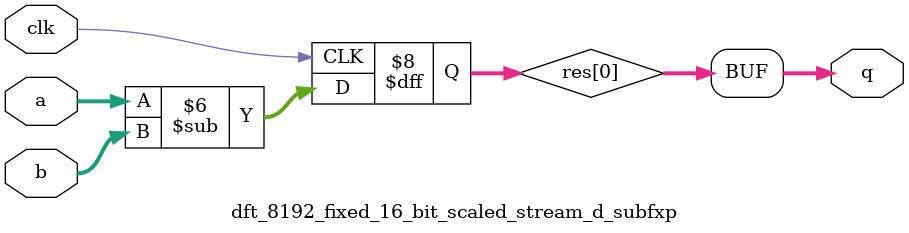
<source format=v>
/*
 * This source file contains a Verilog description of an IP core
 * automatically generated by the SPIRAL HDL Generator.
 *
 * This product includes a hardware design developed by Carnegie Mellon University.
 *
 * Copyright (c) 2005-2011 by Peter A. Milder for the SPIRAL Project,
 * Carnegie Mellon University
 *
 * For more information, see the SPIRAL project website at:
 *   http://www.spiral.net
 *
 * This design is provided for internal, non-commercial research use only
 * and is not for redistribution, with or without modifications.
 * 
 * You may not use the name "Carnegie Mellon University" or derivations
 * thereof to endorse or promote products derived from this software.
 *
 * THE SOFTWARE IS PROVIDED "AS-IS" WITHOUT ANY WARRANTY OF ANY KIND, EITHER
 * EXPRESS, IMPLIED OR STATUTORY, INCLUDING BUT NOT LIMITED TO ANY WARRANTY
 * THAT THE SOFTWARE WILL CONFORM TO SPECIFICATIONS OR BE ERROR-FREE AND ANY
 * IMPLIED WARRANTIES OF MERCHANTABILITY, FITNESS FOR A PARTICULAR PURPOSE,
 * TITLE, OR NON-INFRINGEMENT.  IN NO EVENT SHALL CARNEGIE MELLON UNIVERSITY
 * BE LIABLE FOR ANY DAMAGES, INCLUDING BUT NOT LIMITED TO DIRECT, INDIRECT,
 * SPECIAL OR CONSEQUENTIAL DAMAGES, ARISING OUT OF, RESULTING FROM, OR IN
 * ANY WAY CONNECTED WITH THIS SOFTWARE (WHETHER OR NOT BASED UPON WARRANTY,
 * CONTRACT, TORT OR OTHERWISE).
 *
 */


 /*


 DFT Size = 8192
direction = forward
data type = 16 bit fixed point, scaled
architecture = fully streaming
radix = 4
streaming width = 4
data ordering = natural input / natural output
BRAM budget = -1

*/

//   Input/output stream: 4 complex words per cycle
//   Throughput: one transform every 2048 cycles
//   Latency: 15124 cycles

//   Resources required:
//     68 multipliers (16 x 16 bit)
//     138 adders (16 x 16 bit)
//     8 RAMs (2048 words, 32 bits per word)
//     8 RAMs (512 words, 32 bits per word)
//     24 RAMs (4096 words, 32 bits per word)
//     8 RAMs (128 words, 32 bits per word)
//     8 RAMs (8 words, 32 bits per word)
//     8 RAMs (32 words, 32 bits per word)
//     8 ROMs (64 words, 6 bits per word)
//     6 ROMs (256 words, 16 bits per word)
//     4 ROMs (2048 words, 16 bits per word)
//     24 ROMs (2048 words, 11 bits per word)
//     8 ROMs (256 words, 8 bits per word)
//     6 ROMs (16 words, 16 bits per word)
//     6 ROMs (1024 words, 16 bits per word)
//     8 ROMs (1024 words, 10 bits per word)
//     6 ROMs (64 words, 16 bits per word)

// Generated on Thu Oct 17 13:43:27 EDT 2019

// Latency: 15124 clock cycles
// Throughput: 1 transform every 2048 cycles


// We use an interleaved complex data format.  X0 represents the
// real portion of the first input, and X1 represents the imaginary
// portion.  The X variables are system inputs and the Y variables
// are system outputs.

// The design uses a system of flag signals to indicate the
// beginning of the input and output data streams.  The 'next'
// input (asserted high), is used to instruct the system that the
// input stream will begin on the following cycle.

// This system has a 'gap' of 2048 cycles.  This means that
// 2048 cycles must elapse between the beginning of the input
// vectors.

// The output signal 'next_out' (also asserted high) indicates
// that the output vector will begin streaming out of the system
 // on the following cycle.

// The system has a latency of 15124 cycles.  This means that
// the 'next_out' will be asserted 15124 cycles after the user
// asserts 'next'.

// The simple testbench below will demonstrate the timing for loading
// and unloading data vectors.
// The system reset signal is asserted high.

// Please note: when simulating floating point code, you must include
// Xilinx's DSP slice simulation module.


// Latency: 15124
// Gap: 2048
// module_name_is:dft_top
module dft_8192_fixed_16_bit_scaled_stream_d_dft_top(clk, reset, next, next_out,
   X0, Y0,
   X1, Y1,
   X2, Y2,
   X3, Y3,
   X4, Y4,
   X5, Y5,
   X6, Y6,
   X7, Y7);

   output next_out;
   input clk, reset, next;

   input [15:0] X0,
      X1,
      X2,
      X3,
      X4,
      X5,
      X6,
      X7;

   output [15:0] Y0,
      Y1,
      Y2,
      Y3,
      Y4,
      Y5,
      Y6,
      Y7;

   wire [15:0] t0_0;
   wire [15:0] t0_1;
   wire [15:0] t0_2;
   wire [15:0] t0_3;
   wire [15:0] t0_4;
   wire [15:0] t0_5;
   wire [15:0] t0_6;
   wire [15:0] t0_7;
   wire next_0;
   wire [15:0] t1_0;
   wire [15:0] t1_1;
   wire [15:0] t1_2;
   wire [15:0] t1_3;
   wire [15:0] t1_4;
   wire [15:0] t1_5;
   wire [15:0] t1_6;
   wire [15:0] t1_7;
   wire next_1;
   wire [15:0] t2_0;
   wire [15:0] t2_1;
   wire [15:0] t2_2;
   wire [15:0] t2_3;
   wire [15:0] t2_4;
   wire [15:0] t2_5;
   wire [15:0] t2_6;
   wire [15:0] t2_7;
   wire next_2;
   wire [15:0] t3_0;
   wire [15:0] t3_1;
   wire [15:0] t3_2;
   wire [15:0] t3_3;
   wire [15:0] t3_4;
   wire [15:0] t3_5;
   wire [15:0] t3_6;
   wire [15:0] t3_7;
   wire next_3;
   wire [15:0] t4_0;
   wire [15:0] t4_1;
   wire [15:0] t4_2;
   wire [15:0] t4_3;
   wire [15:0] t4_4;
   wire [15:0] t4_5;
   wire [15:0] t4_6;
   wire [15:0] t4_7;
   wire next_4;
   wire [15:0] t5_0;
   wire [15:0] t5_1;
   wire [15:0] t5_2;
   wire [15:0] t5_3;
   wire [15:0] t5_4;
   wire [15:0] t5_5;
   wire [15:0] t5_6;
   wire [15:0] t5_7;
   wire next_5;
   wire [15:0] t6_0;
   wire [15:0] t6_1;
   wire [15:0] t6_2;
   wire [15:0] t6_3;
   wire [15:0] t6_4;
   wire [15:0] t6_5;
   wire [15:0] t6_6;
   wire [15:0] t6_7;
   wire next_6;
   wire [15:0] t7_0;
   wire [15:0] t7_1;
   wire [15:0] t7_2;
   wire [15:0] t7_3;
   wire [15:0] t7_4;
   wire [15:0] t7_5;
   wire [15:0] t7_6;
   wire [15:0] t7_7;
   wire next_7;
   wire [15:0] t8_0;
   wire [15:0] t8_1;
   wire [15:0] t8_2;
   wire [15:0] t8_3;
   wire [15:0] t8_4;
   wire [15:0] t8_5;
   wire [15:0] t8_6;
   wire [15:0] t8_7;
   wire next_8;
   wire [15:0] t9_0;
   wire [15:0] t9_1;
   wire [15:0] t9_2;
   wire [15:0] t9_3;
   wire [15:0] t9_4;
   wire [15:0] t9_5;
   wire [15:0] t9_6;
   wire [15:0] t9_7;
   wire next_9;
   wire [15:0] t10_0;
   wire [15:0] t10_1;
   wire [15:0] t10_2;
   wire [15:0] t10_3;
   wire [15:0] t10_4;
   wire [15:0] t10_5;
   wire [15:0] t10_6;
   wire [15:0] t10_7;
   wire next_10;
   wire [15:0] t11_0;
   wire [15:0] t11_1;
   wire [15:0] t11_2;
   wire [15:0] t11_3;
   wire [15:0] t11_4;
   wire [15:0] t11_5;
   wire [15:0] t11_6;
   wire [15:0] t11_7;
   wire next_11;
   wire [15:0] t12_0;
   wire [15:0] t12_1;
   wire [15:0] t12_2;
   wire [15:0] t12_3;
   wire [15:0] t12_4;
   wire [15:0] t12_5;
   wire [15:0] t12_6;
   wire [15:0] t12_7;
   wire next_12;
   wire [15:0] t13_0;
   wire [15:0] t13_1;
   wire [15:0] t13_2;
   wire [15:0] t13_3;
   wire [15:0] t13_4;
   wire [15:0] t13_5;
   wire [15:0] t13_6;
   wire [15:0] t13_7;
   wire next_13;
   wire [15:0] t14_0;
   wire [15:0] t14_1;
   wire [15:0] t14_2;
   wire [15:0] t14_3;
   wire [15:0] t14_4;
   wire [15:0] t14_5;
   wire [15:0] t14_6;
   wire [15:0] t14_7;
   wire next_14;
   wire [15:0] t15_0;
   wire [15:0] t15_1;
   wire [15:0] t15_2;
   wire [15:0] t15_3;
   wire [15:0] t15_4;
   wire [15:0] t15_5;
   wire [15:0] t15_6;
   wire [15:0] t15_7;
   wire next_15;
   wire [15:0] t16_0;
   wire [15:0] t16_1;
   wire [15:0] t16_2;
   wire [15:0] t16_3;
   wire [15:0] t16_4;
   wire [15:0] t16_5;
   wire [15:0] t16_6;
   wire [15:0] t16_7;
   wire next_16;
   wire [15:0] t17_0;
   wire [15:0] t17_1;
   wire [15:0] t17_2;
   wire [15:0] t17_3;
   wire [15:0] t17_4;
   wire [15:0] t17_5;
   wire [15:0] t17_6;
   wire [15:0] t17_7;
   wire next_17;
   wire [15:0] t18_0;
   wire [15:0] t18_1;
   wire [15:0] t18_2;
   wire [15:0] t18_3;
   wire [15:0] t18_4;
   wire [15:0] t18_5;
   wire [15:0] t18_6;
   wire [15:0] t18_7;
   wire next_18;
   wire [15:0] t19_0;
   wire [15:0] t19_1;
   wire [15:0] t19_2;
   wire [15:0] t19_3;
   wire [15:0] t19_4;
   wire [15:0] t19_5;
   wire [15:0] t19_6;
   wire [15:0] t19_7;
   wire next_19;
   wire [15:0] t20_0;
   wire [15:0] t20_1;
   wire [15:0] t20_2;
   wire [15:0] t20_3;
   wire [15:0] t20_4;
   wire [15:0] t20_5;
   wire [15:0] t20_6;
   wire [15:0] t20_7;
   wire next_20;
   wire [15:0] t21_0;
   wire [15:0] t21_1;
   wire [15:0] t21_2;
   wire [15:0] t21_3;
   wire [15:0] t21_4;
   wire [15:0] t21_5;
   wire [15:0] t21_6;
   wire [15:0] t21_7;
   wire next_21;
   assign t0_0 = X0;
   assign Y0 = t21_0;
   assign t0_1 = X1;
   assign Y1 = t21_1;
   assign t0_2 = X2;
   assign Y2 = t21_2;
   assign t0_3 = X3;
   assign Y3 = t21_3;
   assign t0_4 = X4;
   assign Y4 = t21_4;
   assign t0_5 = X5;
   assign Y5 = t21_5;
   assign t0_6 = X6;
   assign Y6 = t21_6;
   assign t0_7 = X7;
   assign Y7 = t21_7;
   assign next_0 = next;
   assign next_out = next_21;

// latency=4101, gap=2048
dft_8192_fixed_16_bit_scaled_stream_d_rc6559 stage0(.clk(clk), .reset(reset), .next(next_0), .next_out(next_1),
    .X0(t0_0), .Y0(t1_0),
    .X1(t0_1), .Y1(t1_1),
    .X2(t0_2), .Y2(t1_2),
    .X3(t0_3), .Y3(t1_3),
    .X4(t0_4), .Y4(t1_4),
    .X5(t0_5), .Y5(t1_5),
    .X6(t0_6), .Y6(t1_6),
    .X7(t0_7), .Y7(t1_7));


// latency=3, gap=2048
dft_8192_fixed_16_bit_scaled_stream_d_codeBlock6561 stage1(.clk(clk), .reset(reset), .next_in(next_1), .next_out(next_2),
       .X0_in(t1_0), .Y0(t2_0),
       .X1_in(t1_1), .Y1(t2_1),
       .X2_in(t1_2), .Y2(t2_2),
       .X3_in(t1_3), .Y3(t2_3),
       .X4_in(t1_4), .Y4(t2_4),
       .X5_in(t1_5), .Y5(t2_5),
       .X6_in(t1_6), .Y6(t2_6),
       .X7_in(t1_7), .Y7(t2_7));


// latency=13, gap=2048
dft_8192_fixed_16_bit_scaled_stream_d_rc6775 stage2(.clk(clk), .reset(reset), .next(next_2), .next_out(next_3),
    .X0(t2_0), .Y0(t3_0),
    .X1(t2_1), .Y1(t3_1),
    .X2(t2_2), .Y2(t3_2),
    .X3(t2_3), .Y3(t3_3),
    .X4(t2_4), .Y4(t3_4),
    .X5(t2_5), .Y5(t3_5),
    .X6(t2_6), .Y6(t3_6),
    .X7(t2_7), .Y7(t3_7));


// latency=8, gap=2048
dft_8192_fixed_16_bit_scaled_stream_d_DirSum_7148 stage3(.next(next_3), .clk(clk), .reset(reset), .next_out(next_4),
       .X0(t3_0), .Y0(t4_0),
       .X1(t3_1), .Y1(t4_1),
       .X2(t3_2), .Y2(t4_2),
       .X3(t3_3), .Y3(t4_3),
       .X4(t3_4), .Y4(t4_4),
       .X5(t3_5), .Y5(t4_5),
       .X6(t3_6), .Y6(t4_6),
       .X7(t3_7), .Y7(t4_7));


// latency=3, gap=2048
dft_8192_fixed_16_bit_scaled_stream_d_codeBlock7151 stage4(.clk(clk), .reset(reset), .next_in(next_4), .next_out(next_5),
       .X0_in(t4_0), .Y0(t5_0),
       .X1_in(t4_1), .Y1(t5_1),
       .X2_in(t4_2), .Y2(t5_2),
       .X3_in(t4_3), .Y3(t5_3),
       .X4_in(t4_4), .Y4(t5_4),
       .X5_in(t4_5), .Y5(t5_5),
       .X6_in(t4_6), .Y6(t5_6),
       .X7_in(t4_7), .Y7(t5_7));


// latency=37, gap=2048
dft_8192_fixed_16_bit_scaled_stream_d_rc7365 stage5(.clk(clk), .reset(reset), .next(next_5), .next_out(next_6),
    .X0(t5_0), .Y0(t6_0),
    .X1(t5_1), .Y1(t6_1),
    .X2(t5_2), .Y2(t6_2),
    .X3(t5_3), .Y3(t6_3),
    .X4(t5_4), .Y4(t6_4),
    .X5(t5_5), .Y5(t6_5),
    .X6(t5_6), .Y6(t6_6),
    .X7(t5_7), .Y7(t6_7));


// latency=8, gap=2048
dft_8192_fixed_16_bit_scaled_stream_d_DirSum_7834 stage6(.next(next_6), .clk(clk), .reset(reset), .next_out(next_7),
       .X0(t6_0), .Y0(t7_0),
       .X1(t6_1), .Y1(t7_1),
       .X2(t6_2), .Y2(t7_2),
       .X3(t6_3), .Y3(t7_3),
       .X4(t6_4), .Y4(t7_4),
       .X5(t6_5), .Y5(t7_5),
       .X6(t6_6), .Y6(t7_6),
       .X7(t6_7), .Y7(t7_7));


// latency=3, gap=2048
dft_8192_fixed_16_bit_scaled_stream_d_codeBlock7837 stage7(.clk(clk), .reset(reset), .next_in(next_7), .next_out(next_8),
       .X0_in(t7_0), .Y0(t8_0),
       .X1_in(t7_1), .Y1(t8_1),
       .X2_in(t7_2), .Y2(t8_2),
       .X3_in(t7_3), .Y3(t8_3),
       .X4_in(t7_4), .Y4(t8_4),
       .X5_in(t7_5), .Y5(t8_5),
       .X6_in(t7_6), .Y6(t8_6),
       .X7_in(t7_7), .Y7(t8_7));


// latency=133, gap=2048
dft_8192_fixed_16_bit_scaled_stream_d_rc8051 stage8(.clk(clk), .reset(reset), .next(next_8), .next_out(next_9),
    .X0(t8_0), .Y0(t9_0),
    .X1(t8_1), .Y1(t9_1),
    .X2(t8_2), .Y2(t9_2),
    .X3(t8_3), .Y3(t9_3),
    .X4(t8_4), .Y4(t9_4),
    .X5(t8_5), .Y5(t9_5),
    .X6(t8_6), .Y6(t9_6),
    .X7(t8_7), .Y7(t9_7));


// latency=8, gap=2048
dft_8192_fixed_16_bit_scaled_stream_d_DirSum_8904 stage9(.next(next_9), .clk(clk), .reset(reset), .next_out(next_10),
       .X0(t9_0), .Y0(t10_0),
       .X1(t9_1), .Y1(t10_1),
       .X2(t9_2), .Y2(t10_2),
       .X3(t9_3), .Y3(t10_3),
       .X4(t9_4), .Y4(t10_4),
       .X5(t9_5), .Y5(t10_5),
       .X6(t9_6), .Y6(t10_6),
       .X7(t9_7), .Y7(t10_7));


// latency=3, gap=2048
dft_8192_fixed_16_bit_scaled_stream_d_codeBlock8907 stage10(.clk(clk), .reset(reset), .next_in(next_10), .next_out(next_11),
       .X0_in(t10_0), .Y0(t11_0),
       .X1_in(t10_1), .Y1(t11_1),
       .X2_in(t10_2), .Y2(t11_2),
       .X3_in(t10_3), .Y3(t11_3),
       .X4_in(t10_4), .Y4(t11_4),
       .X5_in(t10_5), .Y5(t11_5),
       .X6_in(t10_6), .Y6(t11_6),
       .X7_in(t10_7), .Y7(t11_7));


// latency=517, gap=2048
dft_8192_fixed_16_bit_scaled_stream_d_rc9121 stage11(.clk(clk), .reset(reset), .next(next_11), .next_out(next_12),
    .X0(t11_0), .Y0(t12_0),
    .X1(t11_1), .Y1(t12_1),
    .X2(t11_2), .Y2(t12_2),
    .X3(t11_3), .Y3(t12_3),
    .X4(t11_4), .Y4(t12_4),
    .X5(t11_5), .Y5(t12_5),
    .X6(t11_6), .Y6(t12_6),
    .X7(t11_7), .Y7(t12_7));


// latency=8, gap=2048
dft_8192_fixed_16_bit_scaled_stream_d_DirSum_11510 stage12(.next(next_12), .clk(clk), .reset(reset), .next_out(next_13),
       .X0(t12_0), .Y0(t13_0),
       .X1(t12_1), .Y1(t13_1),
       .X2(t12_2), .Y2(t13_2),
       .X3(t12_3), .Y3(t13_3),
       .X4(t12_4), .Y4(t13_4),
       .X5(t12_5), .Y5(t13_5),
       .X6(t12_6), .Y6(t13_6),
       .X7(t12_7), .Y7(t13_7));


// latency=3, gap=2048
dft_8192_fixed_16_bit_scaled_stream_d_codeBlock11513 stage13(.clk(clk), .reset(reset), .next_in(next_13), .next_out(next_14),
       .X0_in(t13_0), .Y0(t14_0),
       .X1_in(t13_1), .Y1(t14_1),
       .X2_in(t13_2), .Y2(t14_2),
       .X3_in(t13_3), .Y3(t14_3),
       .X4_in(t13_4), .Y4(t14_4),
       .X5_in(t13_5), .Y5(t14_5),
       .X6_in(t13_6), .Y6(t14_6),
       .X7_in(t13_7), .Y7(t14_7));


// latency=2053, gap=2048
dft_8192_fixed_16_bit_scaled_stream_d_rc11727 stage14(.clk(clk), .reset(reset), .next(next_14), .next_out(next_15),
    .X0(t14_0), .Y0(t15_0),
    .X1(t14_1), .Y1(t15_1),
    .X2(t14_2), .Y2(t15_2),
    .X3(t14_3), .Y3(t15_3),
    .X4(t14_4), .Y4(t15_4),
    .X5(t14_5), .Y5(t15_5),
    .X6(t14_6), .Y6(t15_6),
    .X7(t14_7), .Y7(t15_7));


// latency=8, gap=2048
dft_8192_fixed_16_bit_scaled_stream_d_DirSum_20260 stage15(.next(next_15), .clk(clk), .reset(reset), .next_out(next_16),
       .X0(t15_0), .Y0(t16_0),
       .X1(t15_1), .Y1(t16_1),
       .X2(t15_2), .Y2(t16_2),
       .X3(t15_3), .Y3(t16_3),
       .X4(t15_4), .Y4(t16_4),
       .X5(t15_5), .Y5(t16_5),
       .X6(t15_6), .Y6(t16_6),
       .X7(t15_7), .Y7(t16_7));


// latency=3, gap=2048
dft_8192_fixed_16_bit_scaled_stream_d_codeBlock20263 stage16(.clk(clk), .reset(reset), .next_in(next_16), .next_out(next_17),
       .X0_in(t16_0), .Y0(t17_0),
       .X1_in(t16_1), .Y1(t17_1),
       .X2_in(t16_2), .Y2(t17_2),
       .X3_in(t16_3), .Y3(t17_3),
       .X4_in(t16_4), .Y4(t17_4),
       .X5_in(t16_5), .Y5(t17_5),
       .X6_in(t16_6), .Y6(t17_6),
       .X7_in(t16_7), .Y7(t17_7));


// latency=4101, gap=2048
dft_8192_fixed_16_bit_scaled_stream_d_rc20477 stage17(.clk(clk), .reset(reset), .next(next_17), .next_out(next_18),
    .X0(t17_0), .Y0(t18_0),
    .X1(t17_1), .Y1(t18_1),
    .X2(t17_2), .Y2(t18_2),
    .X3(t17_3), .Y3(t18_3),
    .X4(t17_4), .Y4(t18_4),
    .X5(t17_5), .Y5(t18_5),
    .X6(t17_6), .Y6(t18_6),
    .X7(t17_7), .Y7(t18_7));


// latency=8, gap=2048
dft_8192_fixed_16_bit_scaled_stream_d_DirSum_37201 stage18(.next(next_18), .clk(clk), .reset(reset), .next_out(next_19),
       .X0(t18_0), .Y0(t19_0),
       .X1(t18_1), .Y1(t19_1),
       .X2(t18_2), .Y2(t19_2),
       .X3(t18_3), .Y3(t19_3),
       .X4(t18_4), .Y4(t19_4),
       .X5(t18_5), .Y5(t19_5),
       .X6(t18_6), .Y6(t19_6),
       .X7(t18_7), .Y7(t19_7));


// latency=2, gap=2048
dft_8192_fixed_16_bit_scaled_stream_d_codeBlock37203 stage19(.clk(clk), .reset(reset), .next_in(next_19), .next_out(next_20),
       .X0_in(t19_0), .Y0(t20_0),
       .X1_in(t19_1), .Y1(t20_1),
       .X2_in(t19_2), .Y2(t20_2),
       .X3_in(t19_3), .Y3(t20_3),
       .X4_in(t19_4), .Y4(t20_4),
       .X5_in(t19_5), .Y5(t20_5),
       .X6_in(t19_6), .Y6(t20_6),
       .X7_in(t19_7), .Y7(t20_7));


// latency=4101, gap=2048
dft_8192_fixed_16_bit_scaled_stream_d_rc37361 stage20(.clk(clk), .reset(reset), .next(next_20), .next_out(next_21),
    .X0(t20_0), .Y0(t21_0),
    .X1(t20_1), .Y1(t21_1),
    .X2(t20_2), .Y2(t21_2),
    .X3(t20_3), .Y3(t21_3),
    .X4(t20_4), .Y4(t21_4),
    .X5(t20_5), .Y5(t21_5),
    .X6(t20_6), .Y6(t21_6),
    .X7(t20_7), .Y7(t21_7));


endmodule

// Latency: 4101
// Gap: 2048
module dft_8192_fixed_16_bit_scaled_stream_d_rc6559(clk, reset, next, next_out,
   X0, Y0,
   X1, Y1,
   X2, Y2,
   X3, Y3,
   X4, Y4,
   X5, Y5,
   X6, Y6,
   X7, Y7);

   output next_out;
   input clk, reset, next;

   input [15:0] X0,
      X1,
      X2,
      X3,
      X4,
      X5,
      X6,
      X7;

   output [15:0] Y0,
      Y1,
      Y2,
      Y3,
      Y4,
      Y5,
      Y6,
      Y7;

   wire [31:0] t0;
   wire [31:0] s0;
   assign t0 = {X0, X1};
   wire [31:0] t1;
   wire [31:0] s1;
   assign t1 = {X2, X3};
   wire [31:0] t2;
   wire [31:0] s2;
   assign t2 = {X4, X5};
   wire [31:0] t3;
   wire [31:0] s3;
   assign t3 = {X6, X7};
   assign Y0 = s0[31:16];
   assign Y1 = s0[15:0];
   assign Y2 = s1[31:16];
   assign Y3 = s1[15:0];
   assign Y4 = s2[31:16];
   assign Y5 = s2[15:0];
   assign Y6 = s3[31:16];
   assign Y7 = s3[15:0];

dft_8192_fixed_16_bit_scaled_stream_d_perm6557 instPerm39830(.x0(t0), .y0(s0),
    .x1(t1), .y1(s1),
    .x2(t2), .y2(s2),
    .x3(t3), .y3(s3),
   .clk(clk), .next(next), .next_out(next_out), .reset(reset)
);



endmodule

module dft_8192_fixed_16_bit_scaled_stream_d_swNet6557(itr, clk, ct
,       x0, y0
,       x1, y1
,       x2, y2
,       x3, y3
);

    parameter width = 32;

    input [10:0] ct;
    input clk;
    input [0:0] itr;
    input [width-1:0] x0;
    output reg [width-1:0] y0;
    input [width-1:0] x1;
    output reg [width-1:0] y1;
    input [width-1:0] x2;
    output reg [width-1:0] y2;
    input [width-1:0] x3;
    output reg [width-1:0] y3;
    wire [width-1:0] t0_0, t0_1, t0_2, t0_3;
    wire [width-1:0] t1_0, t1_1, t1_2, t1_3;
    wire [width-1:0] t2_0, t2_1, t2_2, t2_3;
    reg [width-1:0] t3_0, t3_1, t3_2, t3_3;
    wire [width-1:0] t4_0, t4_1, t4_2, t4_3;
    reg [width-1:0] t5_0, t5_1, t5_2, t5_3;

    reg [3:0] control;

    always @(posedge clk) begin
      case(ct)
        11'd0: control <= 4'b1111;
        11'd1: control <= 4'b1111;
        11'd2: control <= 4'b1111;
        11'd3: control <= 4'b1111;
        11'd4: control <= 4'b1111;
        11'd5: control <= 4'b1111;
        11'd6: control <= 4'b1111;
        11'd7: control <= 4'b1111;
        11'd8: control <= 4'b1111;
        11'd9: control <= 4'b1111;
        11'd10: control <= 4'b1111;
        11'd11: control <= 4'b1111;
        11'd12: control <= 4'b1111;
        11'd13: control <= 4'b1111;
        11'd14: control <= 4'b1111;
        11'd15: control <= 4'b1111;
        11'd16: control <= 4'b1111;
        11'd17: control <= 4'b1111;
        11'd18: control <= 4'b1111;
        11'd19: control <= 4'b1111;
        11'd20: control <= 4'b1111;
        11'd21: control <= 4'b1111;
        11'd22: control <= 4'b1111;
        11'd23: control <= 4'b1111;
        11'd24: control <= 4'b1111;
        11'd25: control <= 4'b1111;
        11'd26: control <= 4'b1111;
        11'd27: control <= 4'b1111;
        11'd28: control <= 4'b1111;
        11'd29: control <= 4'b1111;
        11'd30: control <= 4'b1111;
        11'd31: control <= 4'b1111;
        11'd32: control <= 4'b1111;
        11'd33: control <= 4'b1111;
        11'd34: control <= 4'b1111;
        11'd35: control <= 4'b1111;
        11'd36: control <= 4'b1111;
        11'd37: control <= 4'b1111;
        11'd38: control <= 4'b1111;
        11'd39: control <= 4'b1111;
        11'd40: control <= 4'b1111;
        11'd41: control <= 4'b1111;
        11'd42: control <= 4'b1111;
        11'd43: control <= 4'b1111;
        11'd44: control <= 4'b1111;
        11'd45: control <= 4'b1111;
        11'd46: control <= 4'b1111;
        11'd47: control <= 4'b1111;
        11'd48: control <= 4'b1111;
        11'd49: control <= 4'b1111;
        11'd50: control <= 4'b1111;
        11'd51: control <= 4'b1111;
        11'd52: control <= 4'b1111;
        11'd53: control <= 4'b1111;
        11'd54: control <= 4'b1111;
        11'd55: control <= 4'b1111;
        11'd56: control <= 4'b1111;
        11'd57: control <= 4'b1111;
        11'd58: control <= 4'b1111;
        11'd59: control <= 4'b1111;
        11'd60: control <= 4'b1111;
        11'd61: control <= 4'b1111;
        11'd62: control <= 4'b1111;
        11'd63: control <= 4'b1111;
        11'd64: control <= 4'b1111;
        11'd65: control <= 4'b1111;
        11'd66: control <= 4'b1111;
        11'd67: control <= 4'b1111;
        11'd68: control <= 4'b1111;
        11'd69: control <= 4'b1111;
        11'd70: control <= 4'b1111;
        11'd71: control <= 4'b1111;
        11'd72: control <= 4'b1111;
        11'd73: control <= 4'b1111;
        11'd74: control <= 4'b1111;
        11'd75: control <= 4'b1111;
        11'd76: control <= 4'b1111;
        11'd77: control <= 4'b1111;
        11'd78: control <= 4'b1111;
        11'd79: control <= 4'b1111;
        11'd80: control <= 4'b1111;
        11'd81: control <= 4'b1111;
        11'd82: control <= 4'b1111;
        11'd83: control <= 4'b1111;
        11'd84: control <= 4'b1111;
        11'd85: control <= 4'b1111;
        11'd86: control <= 4'b1111;
        11'd87: control <= 4'b1111;
        11'd88: control <= 4'b1111;
        11'd89: control <= 4'b1111;
        11'd90: control <= 4'b1111;
        11'd91: control <= 4'b1111;
        11'd92: control <= 4'b1111;
        11'd93: control <= 4'b1111;
        11'd94: control <= 4'b1111;
        11'd95: control <= 4'b1111;
        11'd96: control <= 4'b1111;
        11'd97: control <= 4'b1111;
        11'd98: control <= 4'b1111;
        11'd99: control <= 4'b1111;
        11'd100: control <= 4'b1111;
        11'd101: control <= 4'b1111;
        11'd102: control <= 4'b1111;
        11'd103: control <= 4'b1111;
        11'd104: control <= 4'b1111;
        11'd105: control <= 4'b1111;
        11'd106: control <= 4'b1111;
        11'd107: control <= 4'b1111;
        11'd108: control <= 4'b1111;
        11'd109: control <= 4'b1111;
        11'd110: control <= 4'b1111;
        11'd111: control <= 4'b1111;
        11'd112: control <= 4'b1111;
        11'd113: control <= 4'b1111;
        11'd114: control <= 4'b1111;
        11'd115: control <= 4'b1111;
        11'd116: control <= 4'b1111;
        11'd117: control <= 4'b1111;
        11'd118: control <= 4'b1111;
        11'd119: control <= 4'b1111;
        11'd120: control <= 4'b1111;
        11'd121: control <= 4'b1111;
        11'd122: control <= 4'b1111;
        11'd123: control <= 4'b1111;
        11'd124: control <= 4'b1111;
        11'd125: control <= 4'b1111;
        11'd126: control <= 4'b1111;
        11'd127: control <= 4'b1111;
        11'd128: control <= 4'b1111;
        11'd129: control <= 4'b1111;
        11'd130: control <= 4'b1111;
        11'd131: control <= 4'b1111;
        11'd132: control <= 4'b1111;
        11'd133: control <= 4'b1111;
        11'd134: control <= 4'b1111;
        11'd135: control <= 4'b1111;
        11'd136: control <= 4'b1111;
        11'd137: control <= 4'b1111;
        11'd138: control <= 4'b1111;
        11'd139: control <= 4'b1111;
        11'd140: control <= 4'b1111;
        11'd141: control <= 4'b1111;
        11'd142: control <= 4'b1111;
        11'd143: control <= 4'b1111;
        11'd144: control <= 4'b1111;
        11'd145: control <= 4'b1111;
        11'd146: control <= 4'b1111;
        11'd147: control <= 4'b1111;
        11'd148: control <= 4'b1111;
        11'd149: control <= 4'b1111;
        11'd150: control <= 4'b1111;
        11'd151: control <= 4'b1111;
        11'd152: control <= 4'b1111;
        11'd153: control <= 4'b1111;
        11'd154: control <= 4'b1111;
        11'd155: control <= 4'b1111;
        11'd156: control <= 4'b1111;
        11'd157: control <= 4'b1111;
        11'd158: control <= 4'b1111;
        11'd159: control <= 4'b1111;
        11'd160: control <= 4'b1111;
        11'd161: control <= 4'b1111;
        11'd162: control <= 4'b1111;
        11'd163: control <= 4'b1111;
        11'd164: control <= 4'b1111;
        11'd165: control <= 4'b1111;
        11'd166: control <= 4'b1111;
        11'd167: control <= 4'b1111;
        11'd168: control <= 4'b1111;
        11'd169: control <= 4'b1111;
        11'd170: control <= 4'b1111;
        11'd171: control <= 4'b1111;
        11'd172: control <= 4'b1111;
        11'd173: control <= 4'b1111;
        11'd174: control <= 4'b1111;
        11'd175: control <= 4'b1111;
        11'd176: control <= 4'b1111;
        11'd177: control <= 4'b1111;
        11'd178: control <= 4'b1111;
        11'd179: control <= 4'b1111;
        11'd180: control <= 4'b1111;
        11'd181: control <= 4'b1111;
        11'd182: control <= 4'b1111;
        11'd183: control <= 4'b1111;
        11'd184: control <= 4'b1111;
        11'd185: control <= 4'b1111;
        11'd186: control <= 4'b1111;
        11'd187: control <= 4'b1111;
        11'd188: control <= 4'b1111;
        11'd189: control <= 4'b1111;
        11'd190: control <= 4'b1111;
        11'd191: control <= 4'b1111;
        11'd192: control <= 4'b1111;
        11'd193: control <= 4'b1111;
        11'd194: control <= 4'b1111;
        11'd195: control <= 4'b1111;
        11'd196: control <= 4'b1111;
        11'd197: control <= 4'b1111;
        11'd198: control <= 4'b1111;
        11'd199: control <= 4'b1111;
        11'd200: control <= 4'b1111;
        11'd201: control <= 4'b1111;
        11'd202: control <= 4'b1111;
        11'd203: control <= 4'b1111;
        11'd204: control <= 4'b1111;
        11'd205: control <= 4'b1111;
        11'd206: control <= 4'b1111;
        11'd207: control <= 4'b1111;
        11'd208: control <= 4'b1111;
        11'd209: control <= 4'b1111;
        11'd210: control <= 4'b1111;
        11'd211: control <= 4'b1111;
        11'd212: control <= 4'b1111;
        11'd213: control <= 4'b1111;
        11'd214: control <= 4'b1111;
        11'd215: control <= 4'b1111;
        11'd216: control <= 4'b1111;
        11'd217: control <= 4'b1111;
        11'd218: control <= 4'b1111;
        11'd219: control <= 4'b1111;
        11'd220: control <= 4'b1111;
        11'd221: control <= 4'b1111;
        11'd222: control <= 4'b1111;
        11'd223: control <= 4'b1111;
        11'd224: control <= 4'b1111;
        11'd225: control <= 4'b1111;
        11'd226: control <= 4'b1111;
        11'd227: control <= 4'b1111;
        11'd228: control <= 4'b1111;
        11'd229: control <= 4'b1111;
        11'd230: control <= 4'b1111;
        11'd231: control <= 4'b1111;
        11'd232: control <= 4'b1111;
        11'd233: control <= 4'b1111;
        11'd234: control <= 4'b1111;
        11'd235: control <= 4'b1111;
        11'd236: control <= 4'b1111;
        11'd237: control <= 4'b1111;
        11'd238: control <= 4'b1111;
        11'd239: control <= 4'b1111;
        11'd240: control <= 4'b1111;
        11'd241: control <= 4'b1111;
        11'd242: control <= 4'b1111;
        11'd243: control <= 4'b1111;
        11'd244: control <= 4'b1111;
        11'd245: control <= 4'b1111;
        11'd246: control <= 4'b1111;
        11'd247: control <= 4'b1111;
        11'd248: control <= 4'b1111;
        11'd249: control <= 4'b1111;
        11'd250: control <= 4'b1111;
        11'd251: control <= 4'b1111;
        11'd252: control <= 4'b1111;
        11'd253: control <= 4'b1111;
        11'd254: control <= 4'b1111;
        11'd255: control <= 4'b1111;
        11'd256: control <= 4'b1111;
        11'd257: control <= 4'b1111;
        11'd258: control <= 4'b1111;
        11'd259: control <= 4'b1111;
        11'd260: control <= 4'b1111;
        11'd261: control <= 4'b1111;
        11'd262: control <= 4'b1111;
        11'd263: control <= 4'b1111;
        11'd264: control <= 4'b1111;
        11'd265: control <= 4'b1111;
        11'd266: control <= 4'b1111;
        11'd267: control <= 4'b1111;
        11'd268: control <= 4'b1111;
        11'd269: control <= 4'b1111;
        11'd270: control <= 4'b1111;
        11'd271: control <= 4'b1111;
        11'd272: control <= 4'b1111;
        11'd273: control <= 4'b1111;
        11'd274: control <= 4'b1111;
        11'd275: control <= 4'b1111;
        11'd276: control <= 4'b1111;
        11'd277: control <= 4'b1111;
        11'd278: control <= 4'b1111;
        11'd279: control <= 4'b1111;
        11'd280: control <= 4'b1111;
        11'd281: control <= 4'b1111;
        11'd282: control <= 4'b1111;
        11'd283: control <= 4'b1111;
        11'd284: control <= 4'b1111;
        11'd285: control <= 4'b1111;
        11'd286: control <= 4'b1111;
        11'd287: control <= 4'b1111;
        11'd288: control <= 4'b1111;
        11'd289: control <= 4'b1111;
        11'd290: control <= 4'b1111;
        11'd291: control <= 4'b1111;
        11'd292: control <= 4'b1111;
        11'd293: control <= 4'b1111;
        11'd294: control <= 4'b1111;
        11'd295: control <= 4'b1111;
        11'd296: control <= 4'b1111;
        11'd297: control <= 4'b1111;
        11'd298: control <= 4'b1111;
        11'd299: control <= 4'b1111;
        11'd300: control <= 4'b1111;
        11'd301: control <= 4'b1111;
        11'd302: control <= 4'b1111;
        11'd303: control <= 4'b1111;
        11'd304: control <= 4'b1111;
        11'd305: control <= 4'b1111;
        11'd306: control <= 4'b1111;
        11'd307: control <= 4'b1111;
        11'd308: control <= 4'b1111;
        11'd309: control <= 4'b1111;
        11'd310: control <= 4'b1111;
        11'd311: control <= 4'b1111;
        11'd312: control <= 4'b1111;
        11'd313: control <= 4'b1111;
        11'd314: control <= 4'b1111;
        11'd315: control <= 4'b1111;
        11'd316: control <= 4'b1111;
        11'd317: control <= 4'b1111;
        11'd318: control <= 4'b1111;
        11'd319: control <= 4'b1111;
        11'd320: control <= 4'b1111;
        11'd321: control <= 4'b1111;
        11'd322: control <= 4'b1111;
        11'd323: control <= 4'b1111;
        11'd324: control <= 4'b1111;
        11'd325: control <= 4'b1111;
        11'd326: control <= 4'b1111;
        11'd327: control <= 4'b1111;
        11'd328: control <= 4'b1111;
        11'd329: control <= 4'b1111;
        11'd330: control <= 4'b1111;
        11'd331: control <= 4'b1111;
        11'd332: control <= 4'b1111;
        11'd333: control <= 4'b1111;
        11'd334: control <= 4'b1111;
        11'd335: control <= 4'b1111;
        11'd336: control <= 4'b1111;
        11'd337: control <= 4'b1111;
        11'd338: control <= 4'b1111;
        11'd339: control <= 4'b1111;
        11'd340: control <= 4'b1111;
        11'd341: control <= 4'b1111;
        11'd342: control <= 4'b1111;
        11'd343: control <= 4'b1111;
        11'd344: control <= 4'b1111;
        11'd345: control <= 4'b1111;
        11'd346: control <= 4'b1111;
        11'd347: control <= 4'b1111;
        11'd348: control <= 4'b1111;
        11'd349: control <= 4'b1111;
        11'd350: control <= 4'b1111;
        11'd351: control <= 4'b1111;
        11'd352: control <= 4'b1111;
        11'd353: control <= 4'b1111;
        11'd354: control <= 4'b1111;
        11'd355: control <= 4'b1111;
        11'd356: control <= 4'b1111;
        11'd357: control <= 4'b1111;
        11'd358: control <= 4'b1111;
        11'd359: control <= 4'b1111;
        11'd360: control <= 4'b1111;
        11'd361: control <= 4'b1111;
        11'd362: control <= 4'b1111;
        11'd363: control <= 4'b1111;
        11'd364: control <= 4'b1111;
        11'd365: control <= 4'b1111;
        11'd366: control <= 4'b1111;
        11'd367: control <= 4'b1111;
        11'd368: control <= 4'b1111;
        11'd369: control <= 4'b1111;
        11'd370: control <= 4'b1111;
        11'd371: control <= 4'b1111;
        11'd372: control <= 4'b1111;
        11'd373: control <= 4'b1111;
        11'd374: control <= 4'b1111;
        11'd375: control <= 4'b1111;
        11'd376: control <= 4'b1111;
        11'd377: control <= 4'b1111;
        11'd378: control <= 4'b1111;
        11'd379: control <= 4'b1111;
        11'd380: control <= 4'b1111;
        11'd381: control <= 4'b1111;
        11'd382: control <= 4'b1111;
        11'd383: control <= 4'b1111;
        11'd384: control <= 4'b1111;
        11'd385: control <= 4'b1111;
        11'd386: control <= 4'b1111;
        11'd387: control <= 4'b1111;
        11'd388: control <= 4'b1111;
        11'd389: control <= 4'b1111;
        11'd390: control <= 4'b1111;
        11'd391: control <= 4'b1111;
        11'd392: control <= 4'b1111;
        11'd393: control <= 4'b1111;
        11'd394: control <= 4'b1111;
        11'd395: control <= 4'b1111;
        11'd396: control <= 4'b1111;
        11'd397: control <= 4'b1111;
        11'd398: control <= 4'b1111;
        11'd399: control <= 4'b1111;
        11'd400: control <= 4'b1111;
        11'd401: control <= 4'b1111;
        11'd402: control <= 4'b1111;
        11'd403: control <= 4'b1111;
        11'd404: control <= 4'b1111;
        11'd405: control <= 4'b1111;
        11'd406: control <= 4'b1111;
        11'd407: control <= 4'b1111;
        11'd408: control <= 4'b1111;
        11'd409: control <= 4'b1111;
        11'd410: control <= 4'b1111;
        11'd411: control <= 4'b1111;
        11'd412: control <= 4'b1111;
        11'd413: control <= 4'b1111;
        11'd414: control <= 4'b1111;
        11'd415: control <= 4'b1111;
        11'd416: control <= 4'b1111;
        11'd417: control <= 4'b1111;
        11'd418: control <= 4'b1111;
        11'd419: control <= 4'b1111;
        11'd420: control <= 4'b1111;
        11'd421: control <= 4'b1111;
        11'd422: control <= 4'b1111;
        11'd423: control <= 4'b1111;
        11'd424: control <= 4'b1111;
        11'd425: control <= 4'b1111;
        11'd426: control <= 4'b1111;
        11'd427: control <= 4'b1111;
        11'd428: control <= 4'b1111;
        11'd429: control <= 4'b1111;
        11'd430: control <= 4'b1111;
        11'd431: control <= 4'b1111;
        11'd432: control <= 4'b1111;
        11'd433: control <= 4'b1111;
        11'd434: control <= 4'b1111;
        11'd435: control <= 4'b1111;
        11'd436: control <= 4'b1111;
        11'd437: control <= 4'b1111;
        11'd438: control <= 4'b1111;
        11'd439: control <= 4'b1111;
        11'd440: control <= 4'b1111;
        11'd441: control <= 4'b1111;
        11'd442: control <= 4'b1111;
        11'd443: control <= 4'b1111;
        11'd444: control <= 4'b1111;
        11'd445: control <= 4'b1111;
        11'd446: control <= 4'b1111;
        11'd447: control <= 4'b1111;
        11'd448: control <= 4'b1111;
        11'd449: control <= 4'b1111;
        11'd450: control <= 4'b1111;
        11'd451: control <= 4'b1111;
        11'd452: control <= 4'b1111;
        11'd453: control <= 4'b1111;
        11'd454: control <= 4'b1111;
        11'd455: control <= 4'b1111;
        11'd456: control <= 4'b1111;
        11'd457: control <= 4'b1111;
        11'd458: control <= 4'b1111;
        11'd459: control <= 4'b1111;
        11'd460: control <= 4'b1111;
        11'd461: control <= 4'b1111;
        11'd462: control <= 4'b1111;
        11'd463: control <= 4'b1111;
        11'd464: control <= 4'b1111;
        11'd465: control <= 4'b1111;
        11'd466: control <= 4'b1111;
        11'd467: control <= 4'b1111;
        11'd468: control <= 4'b1111;
        11'd469: control <= 4'b1111;
        11'd470: control <= 4'b1111;
        11'd471: control <= 4'b1111;
        11'd472: control <= 4'b1111;
        11'd473: control <= 4'b1111;
        11'd474: control <= 4'b1111;
        11'd475: control <= 4'b1111;
        11'd476: control <= 4'b1111;
        11'd477: control <= 4'b1111;
        11'd478: control <= 4'b1111;
        11'd479: control <= 4'b1111;
        11'd480: control <= 4'b1111;
        11'd481: control <= 4'b1111;
        11'd482: control <= 4'b1111;
        11'd483: control <= 4'b1111;
        11'd484: control <= 4'b1111;
        11'd485: control <= 4'b1111;
        11'd486: control <= 4'b1111;
        11'd487: control <= 4'b1111;
        11'd488: control <= 4'b1111;
        11'd489: control <= 4'b1111;
        11'd490: control <= 4'b1111;
        11'd491: control <= 4'b1111;
        11'd492: control <= 4'b1111;
        11'd493: control <= 4'b1111;
        11'd494: control <= 4'b1111;
        11'd495: control <= 4'b1111;
        11'd496: control <= 4'b1111;
        11'd497: control <= 4'b1111;
        11'd498: control <= 4'b1111;
        11'd499: control <= 4'b1111;
        11'd500: control <= 4'b1111;
        11'd501: control <= 4'b1111;
        11'd502: control <= 4'b1111;
        11'd503: control <= 4'b1111;
        11'd504: control <= 4'b1111;
        11'd505: control <= 4'b1111;
        11'd506: control <= 4'b1111;
        11'd507: control <= 4'b1111;
        11'd508: control <= 4'b1111;
        11'd509: control <= 4'b1111;
        11'd510: control <= 4'b1111;
        11'd511: control <= 4'b1111;
        11'd512: control <= 4'b0011;
        11'd513: control <= 4'b0011;
        11'd514: control <= 4'b0011;
        11'd515: control <= 4'b0011;
        11'd516: control <= 4'b0011;
        11'd517: control <= 4'b0011;
        11'd518: control <= 4'b0011;
        11'd519: control <= 4'b0011;
        11'd520: control <= 4'b0011;
        11'd521: control <= 4'b0011;
        11'd522: control <= 4'b0011;
        11'd523: control <= 4'b0011;
        11'd524: control <= 4'b0011;
        11'd525: control <= 4'b0011;
        11'd526: control <= 4'b0011;
        11'd527: control <= 4'b0011;
        11'd528: control <= 4'b0011;
        11'd529: control <= 4'b0011;
        11'd530: control <= 4'b0011;
        11'd531: control <= 4'b0011;
        11'd532: control <= 4'b0011;
        11'd533: control <= 4'b0011;
        11'd534: control <= 4'b0011;
        11'd535: control <= 4'b0011;
        11'd536: control <= 4'b0011;
        11'd537: control <= 4'b0011;
        11'd538: control <= 4'b0011;
        11'd539: control <= 4'b0011;
        11'd540: control <= 4'b0011;
        11'd541: control <= 4'b0011;
        11'd542: control <= 4'b0011;
        11'd543: control <= 4'b0011;
        11'd544: control <= 4'b0011;
        11'd545: control <= 4'b0011;
        11'd546: control <= 4'b0011;
        11'd547: control <= 4'b0011;
        11'd548: control <= 4'b0011;
        11'd549: control <= 4'b0011;
        11'd550: control <= 4'b0011;
        11'd551: control <= 4'b0011;
        11'd552: control <= 4'b0011;
        11'd553: control <= 4'b0011;
        11'd554: control <= 4'b0011;
        11'd555: control <= 4'b0011;
        11'd556: control <= 4'b0011;
        11'd557: control <= 4'b0011;
        11'd558: control <= 4'b0011;
        11'd559: control <= 4'b0011;
        11'd560: control <= 4'b0011;
        11'd561: control <= 4'b0011;
        11'd562: control <= 4'b0011;
        11'd563: control <= 4'b0011;
        11'd564: control <= 4'b0011;
        11'd565: control <= 4'b0011;
        11'd566: control <= 4'b0011;
        11'd567: control <= 4'b0011;
        11'd568: control <= 4'b0011;
        11'd569: control <= 4'b0011;
        11'd570: control <= 4'b0011;
        11'd571: control <= 4'b0011;
        11'd572: control <= 4'b0011;
        11'd573: control <= 4'b0011;
        11'd574: control <= 4'b0011;
        11'd575: control <= 4'b0011;
        11'd576: control <= 4'b0011;
        11'd577: control <= 4'b0011;
        11'd578: control <= 4'b0011;
        11'd579: control <= 4'b0011;
        11'd580: control <= 4'b0011;
        11'd581: control <= 4'b0011;
        11'd582: control <= 4'b0011;
        11'd583: control <= 4'b0011;
        11'd584: control <= 4'b0011;
        11'd585: control <= 4'b0011;
        11'd586: control <= 4'b0011;
        11'd587: control <= 4'b0011;
        11'd588: control <= 4'b0011;
        11'd589: control <= 4'b0011;
        11'd590: control <= 4'b0011;
        11'd591: control <= 4'b0011;
        11'd592: control <= 4'b0011;
        11'd593: control <= 4'b0011;
        11'd594: control <= 4'b0011;
        11'd595: control <= 4'b0011;
        11'd596: control <= 4'b0011;
        11'd597: control <= 4'b0011;
        11'd598: control <= 4'b0011;
        11'd599: control <= 4'b0011;
        11'd600: control <= 4'b0011;
        11'd601: control <= 4'b0011;
        11'd602: control <= 4'b0011;
        11'd603: control <= 4'b0011;
        11'd604: control <= 4'b0011;
        11'd605: control <= 4'b0011;
        11'd606: control <= 4'b0011;
        11'd607: control <= 4'b0011;
        11'd608: control <= 4'b0011;
        11'd609: control <= 4'b0011;
        11'd610: control <= 4'b0011;
        11'd611: control <= 4'b0011;
        11'd612: control <= 4'b0011;
        11'd613: control <= 4'b0011;
        11'd614: control <= 4'b0011;
        11'd615: control <= 4'b0011;
        11'd616: control <= 4'b0011;
        11'd617: control <= 4'b0011;
        11'd618: control <= 4'b0011;
        11'd619: control <= 4'b0011;
        11'd620: control <= 4'b0011;
        11'd621: control <= 4'b0011;
        11'd622: control <= 4'b0011;
        11'd623: control <= 4'b0011;
        11'd624: control <= 4'b0011;
        11'd625: control <= 4'b0011;
        11'd626: control <= 4'b0011;
        11'd627: control <= 4'b0011;
        11'd628: control <= 4'b0011;
        11'd629: control <= 4'b0011;
        11'd630: control <= 4'b0011;
        11'd631: control <= 4'b0011;
        11'd632: control <= 4'b0011;
        11'd633: control <= 4'b0011;
        11'd634: control <= 4'b0011;
        11'd635: control <= 4'b0011;
        11'd636: control <= 4'b0011;
        11'd637: control <= 4'b0011;
        11'd638: control <= 4'b0011;
        11'd639: control <= 4'b0011;
        11'd640: control <= 4'b0011;
        11'd641: control <= 4'b0011;
        11'd642: control <= 4'b0011;
        11'd643: control <= 4'b0011;
        11'd644: control <= 4'b0011;
        11'd645: control <= 4'b0011;
        11'd646: control <= 4'b0011;
        11'd647: control <= 4'b0011;
        11'd648: control <= 4'b0011;
        11'd649: control <= 4'b0011;
        11'd650: control <= 4'b0011;
        11'd651: control <= 4'b0011;
        11'd652: control <= 4'b0011;
        11'd653: control <= 4'b0011;
        11'd654: control <= 4'b0011;
        11'd655: control <= 4'b0011;
        11'd656: control <= 4'b0011;
        11'd657: control <= 4'b0011;
        11'd658: control <= 4'b0011;
        11'd659: control <= 4'b0011;
        11'd660: control <= 4'b0011;
        11'd661: control <= 4'b0011;
        11'd662: control <= 4'b0011;
        11'd663: control <= 4'b0011;
        11'd664: control <= 4'b0011;
        11'd665: control <= 4'b0011;
        11'd666: control <= 4'b0011;
        11'd667: control <= 4'b0011;
        11'd668: control <= 4'b0011;
        11'd669: control <= 4'b0011;
        11'd670: control <= 4'b0011;
        11'd671: control <= 4'b0011;
        11'd672: control <= 4'b0011;
        11'd673: control <= 4'b0011;
        11'd674: control <= 4'b0011;
        11'd675: control <= 4'b0011;
        11'd676: control <= 4'b0011;
        11'd677: control <= 4'b0011;
        11'd678: control <= 4'b0011;
        11'd679: control <= 4'b0011;
        11'd680: control <= 4'b0011;
        11'd681: control <= 4'b0011;
        11'd682: control <= 4'b0011;
        11'd683: control <= 4'b0011;
        11'd684: control <= 4'b0011;
        11'd685: control <= 4'b0011;
        11'd686: control <= 4'b0011;
        11'd687: control <= 4'b0011;
        11'd688: control <= 4'b0011;
        11'd689: control <= 4'b0011;
        11'd690: control <= 4'b0011;
        11'd691: control <= 4'b0011;
        11'd692: control <= 4'b0011;
        11'd693: control <= 4'b0011;
        11'd694: control <= 4'b0011;
        11'd695: control <= 4'b0011;
        11'd696: control <= 4'b0011;
        11'd697: control <= 4'b0011;
        11'd698: control <= 4'b0011;
        11'd699: control <= 4'b0011;
        11'd700: control <= 4'b0011;
        11'd701: control <= 4'b0011;
        11'd702: control <= 4'b0011;
        11'd703: control <= 4'b0011;
        11'd704: control <= 4'b0011;
        11'd705: control <= 4'b0011;
        11'd706: control <= 4'b0011;
        11'd707: control <= 4'b0011;
        11'd708: control <= 4'b0011;
        11'd709: control <= 4'b0011;
        11'd710: control <= 4'b0011;
        11'd711: control <= 4'b0011;
        11'd712: control <= 4'b0011;
        11'd713: control <= 4'b0011;
        11'd714: control <= 4'b0011;
        11'd715: control <= 4'b0011;
        11'd716: control <= 4'b0011;
        11'd717: control <= 4'b0011;
        11'd718: control <= 4'b0011;
        11'd719: control <= 4'b0011;
        11'd720: control <= 4'b0011;
        11'd721: control <= 4'b0011;
        11'd722: control <= 4'b0011;
        11'd723: control <= 4'b0011;
        11'd724: control <= 4'b0011;
        11'd725: control <= 4'b0011;
        11'd726: control <= 4'b0011;
        11'd727: control <= 4'b0011;
        11'd728: control <= 4'b0011;
        11'd729: control <= 4'b0011;
        11'd730: control <= 4'b0011;
        11'd731: control <= 4'b0011;
        11'd732: control <= 4'b0011;
        11'd733: control <= 4'b0011;
        11'd734: control <= 4'b0011;
        11'd735: control <= 4'b0011;
        11'd736: control <= 4'b0011;
        11'd737: control <= 4'b0011;
        11'd738: control <= 4'b0011;
        11'd739: control <= 4'b0011;
        11'd740: control <= 4'b0011;
        11'd741: control <= 4'b0011;
        11'd742: control <= 4'b0011;
        11'd743: control <= 4'b0011;
        11'd744: control <= 4'b0011;
        11'd745: control <= 4'b0011;
        11'd746: control <= 4'b0011;
        11'd747: control <= 4'b0011;
        11'd748: control <= 4'b0011;
        11'd749: control <= 4'b0011;
        11'd750: control <= 4'b0011;
        11'd751: control <= 4'b0011;
        11'd752: control <= 4'b0011;
        11'd753: control <= 4'b0011;
        11'd754: control <= 4'b0011;
        11'd755: control <= 4'b0011;
        11'd756: control <= 4'b0011;
        11'd757: control <= 4'b0011;
        11'd758: control <= 4'b0011;
        11'd759: control <= 4'b0011;
        11'd760: control <= 4'b0011;
        11'd761: control <= 4'b0011;
        11'd762: control <= 4'b0011;
        11'd763: control <= 4'b0011;
        11'd764: control <= 4'b0011;
        11'd765: control <= 4'b0011;
        11'd766: control <= 4'b0011;
        11'd767: control <= 4'b0011;
        11'd768: control <= 4'b0011;
        11'd769: control <= 4'b0011;
        11'd770: control <= 4'b0011;
        11'd771: control <= 4'b0011;
        11'd772: control <= 4'b0011;
        11'd773: control <= 4'b0011;
        11'd774: control <= 4'b0011;
        11'd775: control <= 4'b0011;
        11'd776: control <= 4'b0011;
        11'd777: control <= 4'b0011;
        11'd778: control <= 4'b0011;
        11'd779: control <= 4'b0011;
        11'd780: control <= 4'b0011;
        11'd781: control <= 4'b0011;
        11'd782: control <= 4'b0011;
        11'd783: control <= 4'b0011;
        11'd784: control <= 4'b0011;
        11'd785: control <= 4'b0011;
        11'd786: control <= 4'b0011;
        11'd787: control <= 4'b0011;
        11'd788: control <= 4'b0011;
        11'd789: control <= 4'b0011;
        11'd790: control <= 4'b0011;
        11'd791: control <= 4'b0011;
        11'd792: control <= 4'b0011;
        11'd793: control <= 4'b0011;
        11'd794: control <= 4'b0011;
        11'd795: control <= 4'b0011;
        11'd796: control <= 4'b0011;
        11'd797: control <= 4'b0011;
        11'd798: control <= 4'b0011;
        11'd799: control <= 4'b0011;
        11'd800: control <= 4'b0011;
        11'd801: control <= 4'b0011;
        11'd802: control <= 4'b0011;
        11'd803: control <= 4'b0011;
        11'd804: control <= 4'b0011;
        11'd805: control <= 4'b0011;
        11'd806: control <= 4'b0011;
        11'd807: control <= 4'b0011;
        11'd808: control <= 4'b0011;
        11'd809: control <= 4'b0011;
        11'd810: control <= 4'b0011;
        11'd811: control <= 4'b0011;
        11'd812: control <= 4'b0011;
        11'd813: control <= 4'b0011;
        11'd814: control <= 4'b0011;
        11'd815: control <= 4'b0011;
        11'd816: control <= 4'b0011;
        11'd817: control <= 4'b0011;
        11'd818: control <= 4'b0011;
        11'd819: control <= 4'b0011;
        11'd820: control <= 4'b0011;
        11'd821: control <= 4'b0011;
        11'd822: control <= 4'b0011;
        11'd823: control <= 4'b0011;
        11'd824: control <= 4'b0011;
        11'd825: control <= 4'b0011;
        11'd826: control <= 4'b0011;
        11'd827: control <= 4'b0011;
        11'd828: control <= 4'b0011;
        11'd829: control <= 4'b0011;
        11'd830: control <= 4'b0011;
        11'd831: control <= 4'b0011;
        11'd832: control <= 4'b0011;
        11'd833: control <= 4'b0011;
        11'd834: control <= 4'b0011;
        11'd835: control <= 4'b0011;
        11'd836: control <= 4'b0011;
        11'd837: control <= 4'b0011;
        11'd838: control <= 4'b0011;
        11'd839: control <= 4'b0011;
        11'd840: control <= 4'b0011;
        11'd841: control <= 4'b0011;
        11'd842: control <= 4'b0011;
        11'd843: control <= 4'b0011;
        11'd844: control <= 4'b0011;
        11'd845: control <= 4'b0011;
        11'd846: control <= 4'b0011;
        11'd847: control <= 4'b0011;
        11'd848: control <= 4'b0011;
        11'd849: control <= 4'b0011;
        11'd850: control <= 4'b0011;
        11'd851: control <= 4'b0011;
        11'd852: control <= 4'b0011;
        11'd853: control <= 4'b0011;
        11'd854: control <= 4'b0011;
        11'd855: control <= 4'b0011;
        11'd856: control <= 4'b0011;
        11'd857: control <= 4'b0011;
        11'd858: control <= 4'b0011;
        11'd859: control <= 4'b0011;
        11'd860: control <= 4'b0011;
        11'd861: control <= 4'b0011;
        11'd862: control <= 4'b0011;
        11'd863: control <= 4'b0011;
        11'd864: control <= 4'b0011;
        11'd865: control <= 4'b0011;
        11'd866: control <= 4'b0011;
        11'd867: control <= 4'b0011;
        11'd868: control <= 4'b0011;
        11'd869: control <= 4'b0011;
        11'd870: control <= 4'b0011;
        11'd871: control <= 4'b0011;
        11'd872: control <= 4'b0011;
        11'd873: control <= 4'b0011;
        11'd874: control <= 4'b0011;
        11'd875: control <= 4'b0011;
        11'd876: control <= 4'b0011;
        11'd877: control <= 4'b0011;
        11'd878: control <= 4'b0011;
        11'd879: control <= 4'b0011;
        11'd880: control <= 4'b0011;
        11'd881: control <= 4'b0011;
        11'd882: control <= 4'b0011;
        11'd883: control <= 4'b0011;
        11'd884: control <= 4'b0011;
        11'd885: control <= 4'b0011;
        11'd886: control <= 4'b0011;
        11'd887: control <= 4'b0011;
        11'd888: control <= 4'b0011;
        11'd889: control <= 4'b0011;
        11'd890: control <= 4'b0011;
        11'd891: control <= 4'b0011;
        11'd892: control <= 4'b0011;
        11'd893: control <= 4'b0011;
        11'd894: control <= 4'b0011;
        11'd895: control <= 4'b0011;
        11'd896: control <= 4'b0011;
        11'd897: control <= 4'b0011;
        11'd898: control <= 4'b0011;
        11'd899: control <= 4'b0011;
        11'd900: control <= 4'b0011;
        11'd901: control <= 4'b0011;
        11'd902: control <= 4'b0011;
        11'd903: control <= 4'b0011;
        11'd904: control <= 4'b0011;
        11'd905: control <= 4'b0011;
        11'd906: control <= 4'b0011;
        11'd907: control <= 4'b0011;
        11'd908: control <= 4'b0011;
        11'd909: control <= 4'b0011;
        11'd910: control <= 4'b0011;
        11'd911: control <= 4'b0011;
        11'd912: control <= 4'b0011;
        11'd913: control <= 4'b0011;
        11'd914: control <= 4'b0011;
        11'd915: control <= 4'b0011;
        11'd916: control <= 4'b0011;
        11'd917: control <= 4'b0011;
        11'd918: control <= 4'b0011;
        11'd919: control <= 4'b0011;
        11'd920: control <= 4'b0011;
        11'd921: control <= 4'b0011;
        11'd922: control <= 4'b0011;
        11'd923: control <= 4'b0011;
        11'd924: control <= 4'b0011;
        11'd925: control <= 4'b0011;
        11'd926: control <= 4'b0011;
        11'd927: control <= 4'b0011;
        11'd928: control <= 4'b0011;
        11'd929: control <= 4'b0011;
        11'd930: control <= 4'b0011;
        11'd931: control <= 4'b0011;
        11'd932: control <= 4'b0011;
        11'd933: control <= 4'b0011;
        11'd934: control <= 4'b0011;
        11'd935: control <= 4'b0011;
        11'd936: control <= 4'b0011;
        11'd937: control <= 4'b0011;
        11'd938: control <= 4'b0011;
        11'd939: control <= 4'b0011;
        11'd940: control <= 4'b0011;
        11'd941: control <= 4'b0011;
        11'd942: control <= 4'b0011;
        11'd943: control <= 4'b0011;
        11'd944: control <= 4'b0011;
        11'd945: control <= 4'b0011;
        11'd946: control <= 4'b0011;
        11'd947: control <= 4'b0011;
        11'd948: control <= 4'b0011;
        11'd949: control <= 4'b0011;
        11'd950: control <= 4'b0011;
        11'd951: control <= 4'b0011;
        11'd952: control <= 4'b0011;
        11'd953: control <= 4'b0011;
        11'd954: control <= 4'b0011;
        11'd955: control <= 4'b0011;
        11'd956: control <= 4'b0011;
        11'd957: control <= 4'b0011;
        11'd958: control <= 4'b0011;
        11'd959: control <= 4'b0011;
        11'd960: control <= 4'b0011;
        11'd961: control <= 4'b0011;
        11'd962: control <= 4'b0011;
        11'd963: control <= 4'b0011;
        11'd964: control <= 4'b0011;
        11'd965: control <= 4'b0011;
        11'd966: control <= 4'b0011;
        11'd967: control <= 4'b0011;
        11'd968: control <= 4'b0011;
        11'd969: control <= 4'b0011;
        11'd970: control <= 4'b0011;
        11'd971: control <= 4'b0011;
        11'd972: control <= 4'b0011;
        11'd973: control <= 4'b0011;
        11'd974: control <= 4'b0011;
        11'd975: control <= 4'b0011;
        11'd976: control <= 4'b0011;
        11'd977: control <= 4'b0011;
        11'd978: control <= 4'b0011;
        11'd979: control <= 4'b0011;
        11'd980: control <= 4'b0011;
        11'd981: control <= 4'b0011;
        11'd982: control <= 4'b0011;
        11'd983: control <= 4'b0011;
        11'd984: control <= 4'b0011;
        11'd985: control <= 4'b0011;
        11'd986: control <= 4'b0011;
        11'd987: control <= 4'b0011;
        11'd988: control <= 4'b0011;
        11'd989: control <= 4'b0011;
        11'd990: control <= 4'b0011;
        11'd991: control <= 4'b0011;
        11'd992: control <= 4'b0011;
        11'd993: control <= 4'b0011;
        11'd994: control <= 4'b0011;
        11'd995: control <= 4'b0011;
        11'd996: control <= 4'b0011;
        11'd997: control <= 4'b0011;
        11'd998: control <= 4'b0011;
        11'd999: control <= 4'b0011;
        11'd1000: control <= 4'b0011;
        11'd1001: control <= 4'b0011;
        11'd1002: control <= 4'b0011;
        11'd1003: control <= 4'b0011;
        11'd1004: control <= 4'b0011;
        11'd1005: control <= 4'b0011;
        11'd1006: control <= 4'b0011;
        11'd1007: control <= 4'b0011;
        11'd1008: control <= 4'b0011;
        11'd1009: control <= 4'b0011;
        11'd1010: control <= 4'b0011;
        11'd1011: control <= 4'b0011;
        11'd1012: control <= 4'b0011;
        11'd1013: control <= 4'b0011;
        11'd1014: control <= 4'b0011;
        11'd1015: control <= 4'b0011;
        11'd1016: control <= 4'b0011;
        11'd1017: control <= 4'b0011;
        11'd1018: control <= 4'b0011;
        11'd1019: control <= 4'b0011;
        11'd1020: control <= 4'b0011;
        11'd1021: control <= 4'b0011;
        11'd1022: control <= 4'b0011;
        11'd1023: control <= 4'b0011;
        11'd1024: control <= 4'b1100;
        11'd1025: control <= 4'b1100;
        11'd1026: control <= 4'b1100;
        11'd1027: control <= 4'b1100;
        11'd1028: control <= 4'b1100;
        11'd1029: control <= 4'b1100;
        11'd1030: control <= 4'b1100;
        11'd1031: control <= 4'b1100;
        11'd1032: control <= 4'b1100;
        11'd1033: control <= 4'b1100;
        11'd1034: control <= 4'b1100;
        11'd1035: control <= 4'b1100;
        11'd1036: control <= 4'b1100;
        11'd1037: control <= 4'b1100;
        11'd1038: control <= 4'b1100;
        11'd1039: control <= 4'b1100;
        11'd1040: control <= 4'b1100;
        11'd1041: control <= 4'b1100;
        11'd1042: control <= 4'b1100;
        11'd1043: control <= 4'b1100;
        11'd1044: control <= 4'b1100;
        11'd1045: control <= 4'b1100;
        11'd1046: control <= 4'b1100;
        11'd1047: control <= 4'b1100;
        11'd1048: control <= 4'b1100;
        11'd1049: control <= 4'b1100;
        11'd1050: control <= 4'b1100;
        11'd1051: control <= 4'b1100;
        11'd1052: control <= 4'b1100;
        11'd1053: control <= 4'b1100;
        11'd1054: control <= 4'b1100;
        11'd1055: control <= 4'b1100;
        11'd1056: control <= 4'b1100;
        11'd1057: control <= 4'b1100;
        11'd1058: control <= 4'b1100;
        11'd1059: control <= 4'b1100;
        11'd1060: control <= 4'b1100;
        11'd1061: control <= 4'b1100;
        11'd1062: control <= 4'b1100;
        11'd1063: control <= 4'b1100;
        11'd1064: control <= 4'b1100;
        11'd1065: control <= 4'b1100;
        11'd1066: control <= 4'b1100;
        11'd1067: control <= 4'b1100;
        11'd1068: control <= 4'b1100;
        11'd1069: control <= 4'b1100;
        11'd1070: control <= 4'b1100;
        11'd1071: control <= 4'b1100;
        11'd1072: control <= 4'b1100;
        11'd1073: control <= 4'b1100;
        11'd1074: control <= 4'b1100;
        11'd1075: control <= 4'b1100;
        11'd1076: control <= 4'b1100;
        11'd1077: control <= 4'b1100;
        11'd1078: control <= 4'b1100;
        11'd1079: control <= 4'b1100;
        11'd1080: control <= 4'b1100;
        11'd1081: control <= 4'b1100;
        11'd1082: control <= 4'b1100;
        11'd1083: control <= 4'b1100;
        11'd1084: control <= 4'b1100;
        11'd1085: control <= 4'b1100;
        11'd1086: control <= 4'b1100;
        11'd1087: control <= 4'b1100;
        11'd1088: control <= 4'b1100;
        11'd1089: control <= 4'b1100;
        11'd1090: control <= 4'b1100;
        11'd1091: control <= 4'b1100;
        11'd1092: control <= 4'b1100;
        11'd1093: control <= 4'b1100;
        11'd1094: control <= 4'b1100;
        11'd1095: control <= 4'b1100;
        11'd1096: control <= 4'b1100;
        11'd1097: control <= 4'b1100;
        11'd1098: control <= 4'b1100;
        11'd1099: control <= 4'b1100;
        11'd1100: control <= 4'b1100;
        11'd1101: control <= 4'b1100;
        11'd1102: control <= 4'b1100;
        11'd1103: control <= 4'b1100;
        11'd1104: control <= 4'b1100;
        11'd1105: control <= 4'b1100;
        11'd1106: control <= 4'b1100;
        11'd1107: control <= 4'b1100;
        11'd1108: control <= 4'b1100;
        11'd1109: control <= 4'b1100;
        11'd1110: control <= 4'b1100;
        11'd1111: control <= 4'b1100;
        11'd1112: control <= 4'b1100;
        11'd1113: control <= 4'b1100;
        11'd1114: control <= 4'b1100;
        11'd1115: control <= 4'b1100;
        11'd1116: control <= 4'b1100;
        11'd1117: control <= 4'b1100;
        11'd1118: control <= 4'b1100;
        11'd1119: control <= 4'b1100;
        11'd1120: control <= 4'b1100;
        11'd1121: control <= 4'b1100;
        11'd1122: control <= 4'b1100;
        11'd1123: control <= 4'b1100;
        11'd1124: control <= 4'b1100;
        11'd1125: control <= 4'b1100;
        11'd1126: control <= 4'b1100;
        11'd1127: control <= 4'b1100;
        11'd1128: control <= 4'b1100;
        11'd1129: control <= 4'b1100;
        11'd1130: control <= 4'b1100;
        11'd1131: control <= 4'b1100;
        11'd1132: control <= 4'b1100;
        11'd1133: control <= 4'b1100;
        11'd1134: control <= 4'b1100;
        11'd1135: control <= 4'b1100;
        11'd1136: control <= 4'b1100;
        11'd1137: control <= 4'b1100;
        11'd1138: control <= 4'b1100;
        11'd1139: control <= 4'b1100;
        11'd1140: control <= 4'b1100;
        11'd1141: control <= 4'b1100;
        11'd1142: control <= 4'b1100;
        11'd1143: control <= 4'b1100;
        11'd1144: control <= 4'b1100;
        11'd1145: control <= 4'b1100;
        11'd1146: control <= 4'b1100;
        11'd1147: control <= 4'b1100;
        11'd1148: control <= 4'b1100;
        11'd1149: control <= 4'b1100;
        11'd1150: control <= 4'b1100;
        11'd1151: control <= 4'b1100;
        11'd1152: control <= 4'b1100;
        11'd1153: control <= 4'b1100;
        11'd1154: control <= 4'b1100;
        11'd1155: control <= 4'b1100;
        11'd1156: control <= 4'b1100;
        11'd1157: control <= 4'b1100;
        11'd1158: control <= 4'b1100;
        11'd1159: control <= 4'b1100;
        11'd1160: control <= 4'b1100;
        11'd1161: control <= 4'b1100;
        11'd1162: control <= 4'b1100;
        11'd1163: control <= 4'b1100;
        11'd1164: control <= 4'b1100;
        11'd1165: control <= 4'b1100;
        11'd1166: control <= 4'b1100;
        11'd1167: control <= 4'b1100;
        11'd1168: control <= 4'b1100;
        11'd1169: control <= 4'b1100;
        11'd1170: control <= 4'b1100;
        11'd1171: control <= 4'b1100;
        11'd1172: control <= 4'b1100;
        11'd1173: control <= 4'b1100;
        11'd1174: control <= 4'b1100;
        11'd1175: control <= 4'b1100;
        11'd1176: control <= 4'b1100;
        11'd1177: control <= 4'b1100;
        11'd1178: control <= 4'b1100;
        11'd1179: control <= 4'b1100;
        11'd1180: control <= 4'b1100;
        11'd1181: control <= 4'b1100;
        11'd1182: control <= 4'b1100;
        11'd1183: control <= 4'b1100;
        11'd1184: control <= 4'b1100;
        11'd1185: control <= 4'b1100;
        11'd1186: control <= 4'b1100;
        11'd1187: control <= 4'b1100;
        11'd1188: control <= 4'b1100;
        11'd1189: control <= 4'b1100;
        11'd1190: control <= 4'b1100;
        11'd1191: control <= 4'b1100;
        11'd1192: control <= 4'b1100;
        11'd1193: control <= 4'b1100;
        11'd1194: control <= 4'b1100;
        11'd1195: control <= 4'b1100;
        11'd1196: control <= 4'b1100;
        11'd1197: control <= 4'b1100;
        11'd1198: control <= 4'b1100;
        11'd1199: control <= 4'b1100;
        11'd1200: control <= 4'b1100;
        11'd1201: control <= 4'b1100;
        11'd1202: control <= 4'b1100;
        11'd1203: control <= 4'b1100;
        11'd1204: control <= 4'b1100;
        11'd1205: control <= 4'b1100;
        11'd1206: control <= 4'b1100;
        11'd1207: control <= 4'b1100;
        11'd1208: control <= 4'b1100;
        11'd1209: control <= 4'b1100;
        11'd1210: control <= 4'b1100;
        11'd1211: control <= 4'b1100;
        11'd1212: control <= 4'b1100;
        11'd1213: control <= 4'b1100;
        11'd1214: control <= 4'b1100;
        11'd1215: control <= 4'b1100;
        11'd1216: control <= 4'b1100;
        11'd1217: control <= 4'b1100;
        11'd1218: control <= 4'b1100;
        11'd1219: control <= 4'b1100;
        11'd1220: control <= 4'b1100;
        11'd1221: control <= 4'b1100;
        11'd1222: control <= 4'b1100;
        11'd1223: control <= 4'b1100;
        11'd1224: control <= 4'b1100;
        11'd1225: control <= 4'b1100;
        11'd1226: control <= 4'b1100;
        11'd1227: control <= 4'b1100;
        11'd1228: control <= 4'b1100;
        11'd1229: control <= 4'b1100;
        11'd1230: control <= 4'b1100;
        11'd1231: control <= 4'b1100;
        11'd1232: control <= 4'b1100;
        11'd1233: control <= 4'b1100;
        11'd1234: control <= 4'b1100;
        11'd1235: control <= 4'b1100;
        11'd1236: control <= 4'b1100;
        11'd1237: control <= 4'b1100;
        11'd1238: control <= 4'b1100;
        11'd1239: control <= 4'b1100;
        11'd1240: control <= 4'b1100;
        11'd1241: control <= 4'b1100;
        11'd1242: control <= 4'b1100;
        11'd1243: control <= 4'b1100;
        11'd1244: control <= 4'b1100;
        11'd1245: control <= 4'b1100;
        11'd1246: control <= 4'b1100;
        11'd1247: control <= 4'b1100;
        11'd1248: control <= 4'b1100;
        11'd1249: control <= 4'b1100;
        11'd1250: control <= 4'b1100;
        11'd1251: control <= 4'b1100;
        11'd1252: control <= 4'b1100;
        11'd1253: control <= 4'b1100;
        11'd1254: control <= 4'b1100;
        11'd1255: control <= 4'b1100;
        11'd1256: control <= 4'b1100;
        11'd1257: control <= 4'b1100;
        11'd1258: control <= 4'b1100;
        11'd1259: control <= 4'b1100;
        11'd1260: control <= 4'b1100;
        11'd1261: control <= 4'b1100;
        11'd1262: control <= 4'b1100;
        11'd1263: control <= 4'b1100;
        11'd1264: control <= 4'b1100;
        11'd1265: control <= 4'b1100;
        11'd1266: control <= 4'b1100;
        11'd1267: control <= 4'b1100;
        11'd1268: control <= 4'b1100;
        11'd1269: control <= 4'b1100;
        11'd1270: control <= 4'b1100;
        11'd1271: control <= 4'b1100;
        11'd1272: control <= 4'b1100;
        11'd1273: control <= 4'b1100;
        11'd1274: control <= 4'b1100;
        11'd1275: control <= 4'b1100;
        11'd1276: control <= 4'b1100;
        11'd1277: control <= 4'b1100;
        11'd1278: control <= 4'b1100;
        11'd1279: control <= 4'b1100;
        11'd1280: control <= 4'b1100;
        11'd1281: control <= 4'b1100;
        11'd1282: control <= 4'b1100;
        11'd1283: control <= 4'b1100;
        11'd1284: control <= 4'b1100;
        11'd1285: control <= 4'b1100;
        11'd1286: control <= 4'b1100;
        11'd1287: control <= 4'b1100;
        11'd1288: control <= 4'b1100;
        11'd1289: control <= 4'b1100;
        11'd1290: control <= 4'b1100;
        11'd1291: control <= 4'b1100;
        11'd1292: control <= 4'b1100;
        11'd1293: control <= 4'b1100;
        11'd1294: control <= 4'b1100;
        11'd1295: control <= 4'b1100;
        11'd1296: control <= 4'b1100;
        11'd1297: control <= 4'b1100;
        11'd1298: control <= 4'b1100;
        11'd1299: control <= 4'b1100;
        11'd1300: control <= 4'b1100;
        11'd1301: control <= 4'b1100;
        11'd1302: control <= 4'b1100;
        11'd1303: control <= 4'b1100;
        11'd1304: control <= 4'b1100;
        11'd1305: control <= 4'b1100;
        11'd1306: control <= 4'b1100;
        11'd1307: control <= 4'b1100;
        11'd1308: control <= 4'b1100;
        11'd1309: control <= 4'b1100;
        11'd1310: control <= 4'b1100;
        11'd1311: control <= 4'b1100;
        11'd1312: control <= 4'b1100;
        11'd1313: control <= 4'b1100;
        11'd1314: control <= 4'b1100;
        11'd1315: control <= 4'b1100;
        11'd1316: control <= 4'b1100;
        11'd1317: control <= 4'b1100;
        11'd1318: control <= 4'b1100;
        11'd1319: control <= 4'b1100;
        11'd1320: control <= 4'b1100;
        11'd1321: control <= 4'b1100;
        11'd1322: control <= 4'b1100;
        11'd1323: control <= 4'b1100;
        11'd1324: control <= 4'b1100;
        11'd1325: control <= 4'b1100;
        11'd1326: control <= 4'b1100;
        11'd1327: control <= 4'b1100;
        11'd1328: control <= 4'b1100;
        11'd1329: control <= 4'b1100;
        11'd1330: control <= 4'b1100;
        11'd1331: control <= 4'b1100;
        11'd1332: control <= 4'b1100;
        11'd1333: control <= 4'b1100;
        11'd1334: control <= 4'b1100;
        11'd1335: control <= 4'b1100;
        11'd1336: control <= 4'b1100;
        11'd1337: control <= 4'b1100;
        11'd1338: control <= 4'b1100;
        11'd1339: control <= 4'b1100;
        11'd1340: control <= 4'b1100;
        11'd1341: control <= 4'b1100;
        11'd1342: control <= 4'b1100;
        11'd1343: control <= 4'b1100;
        11'd1344: control <= 4'b1100;
        11'd1345: control <= 4'b1100;
        11'd1346: control <= 4'b1100;
        11'd1347: control <= 4'b1100;
        11'd1348: control <= 4'b1100;
        11'd1349: control <= 4'b1100;
        11'd1350: control <= 4'b1100;
        11'd1351: control <= 4'b1100;
        11'd1352: control <= 4'b1100;
        11'd1353: control <= 4'b1100;
        11'd1354: control <= 4'b1100;
        11'd1355: control <= 4'b1100;
        11'd1356: control <= 4'b1100;
        11'd1357: control <= 4'b1100;
        11'd1358: control <= 4'b1100;
        11'd1359: control <= 4'b1100;
        11'd1360: control <= 4'b1100;
        11'd1361: control <= 4'b1100;
        11'd1362: control <= 4'b1100;
        11'd1363: control <= 4'b1100;
        11'd1364: control <= 4'b1100;
        11'd1365: control <= 4'b1100;
        11'd1366: control <= 4'b1100;
        11'd1367: control <= 4'b1100;
        11'd1368: control <= 4'b1100;
        11'd1369: control <= 4'b1100;
        11'd1370: control <= 4'b1100;
        11'd1371: control <= 4'b1100;
        11'd1372: control <= 4'b1100;
        11'd1373: control <= 4'b1100;
        11'd1374: control <= 4'b1100;
        11'd1375: control <= 4'b1100;
        11'd1376: control <= 4'b1100;
        11'd1377: control <= 4'b1100;
        11'd1378: control <= 4'b1100;
        11'd1379: control <= 4'b1100;
        11'd1380: control <= 4'b1100;
        11'd1381: control <= 4'b1100;
        11'd1382: control <= 4'b1100;
        11'd1383: control <= 4'b1100;
        11'd1384: control <= 4'b1100;
        11'd1385: control <= 4'b1100;
        11'd1386: control <= 4'b1100;
        11'd1387: control <= 4'b1100;
        11'd1388: control <= 4'b1100;
        11'd1389: control <= 4'b1100;
        11'd1390: control <= 4'b1100;
        11'd1391: control <= 4'b1100;
        11'd1392: control <= 4'b1100;
        11'd1393: control <= 4'b1100;
        11'd1394: control <= 4'b1100;
        11'd1395: control <= 4'b1100;
        11'd1396: control <= 4'b1100;
        11'd1397: control <= 4'b1100;
        11'd1398: control <= 4'b1100;
        11'd1399: control <= 4'b1100;
        11'd1400: control <= 4'b1100;
        11'd1401: control <= 4'b1100;
        11'd1402: control <= 4'b1100;
        11'd1403: control <= 4'b1100;
        11'd1404: control <= 4'b1100;
        11'd1405: control <= 4'b1100;
        11'd1406: control <= 4'b1100;
        11'd1407: control <= 4'b1100;
        11'd1408: control <= 4'b1100;
        11'd1409: control <= 4'b1100;
        11'd1410: control <= 4'b1100;
        11'd1411: control <= 4'b1100;
        11'd1412: control <= 4'b1100;
        11'd1413: control <= 4'b1100;
        11'd1414: control <= 4'b1100;
        11'd1415: control <= 4'b1100;
        11'd1416: control <= 4'b1100;
        11'd1417: control <= 4'b1100;
        11'd1418: control <= 4'b1100;
        11'd1419: control <= 4'b1100;
        11'd1420: control <= 4'b1100;
        11'd1421: control <= 4'b1100;
        11'd1422: control <= 4'b1100;
        11'd1423: control <= 4'b1100;
        11'd1424: control <= 4'b1100;
        11'd1425: control <= 4'b1100;
        11'd1426: control <= 4'b1100;
        11'd1427: control <= 4'b1100;
        11'd1428: control <= 4'b1100;
        11'd1429: control <= 4'b1100;
        11'd1430: control <= 4'b1100;
        11'd1431: control <= 4'b1100;
        11'd1432: control <= 4'b1100;
        11'd1433: control <= 4'b1100;
        11'd1434: control <= 4'b1100;
        11'd1435: control <= 4'b1100;
        11'd1436: control <= 4'b1100;
        11'd1437: control <= 4'b1100;
        11'd1438: control <= 4'b1100;
        11'd1439: control <= 4'b1100;
        11'd1440: control <= 4'b1100;
        11'd1441: control <= 4'b1100;
        11'd1442: control <= 4'b1100;
        11'd1443: control <= 4'b1100;
        11'd1444: control <= 4'b1100;
        11'd1445: control <= 4'b1100;
        11'd1446: control <= 4'b1100;
        11'd1447: control <= 4'b1100;
        11'd1448: control <= 4'b1100;
        11'd1449: control <= 4'b1100;
        11'd1450: control <= 4'b1100;
        11'd1451: control <= 4'b1100;
        11'd1452: control <= 4'b1100;
        11'd1453: control <= 4'b1100;
        11'd1454: control <= 4'b1100;
        11'd1455: control <= 4'b1100;
        11'd1456: control <= 4'b1100;
        11'd1457: control <= 4'b1100;
        11'd1458: control <= 4'b1100;
        11'd1459: control <= 4'b1100;
        11'd1460: control <= 4'b1100;
        11'd1461: control <= 4'b1100;
        11'd1462: control <= 4'b1100;
        11'd1463: control <= 4'b1100;
        11'd1464: control <= 4'b1100;
        11'd1465: control <= 4'b1100;
        11'd1466: control <= 4'b1100;
        11'd1467: control <= 4'b1100;
        11'd1468: control <= 4'b1100;
        11'd1469: control <= 4'b1100;
        11'd1470: control <= 4'b1100;
        11'd1471: control <= 4'b1100;
        11'd1472: control <= 4'b1100;
        11'd1473: control <= 4'b1100;
        11'd1474: control <= 4'b1100;
        11'd1475: control <= 4'b1100;
        11'd1476: control <= 4'b1100;
        11'd1477: control <= 4'b1100;
        11'd1478: control <= 4'b1100;
        11'd1479: control <= 4'b1100;
        11'd1480: control <= 4'b1100;
        11'd1481: control <= 4'b1100;
        11'd1482: control <= 4'b1100;
        11'd1483: control <= 4'b1100;
        11'd1484: control <= 4'b1100;
        11'd1485: control <= 4'b1100;
        11'd1486: control <= 4'b1100;
        11'd1487: control <= 4'b1100;
        11'd1488: control <= 4'b1100;
        11'd1489: control <= 4'b1100;
        11'd1490: control <= 4'b1100;
        11'd1491: control <= 4'b1100;
        11'd1492: control <= 4'b1100;
        11'd1493: control <= 4'b1100;
        11'd1494: control <= 4'b1100;
        11'd1495: control <= 4'b1100;
        11'd1496: control <= 4'b1100;
        11'd1497: control <= 4'b1100;
        11'd1498: control <= 4'b1100;
        11'd1499: control <= 4'b1100;
        11'd1500: control <= 4'b1100;
        11'd1501: control <= 4'b1100;
        11'd1502: control <= 4'b1100;
        11'd1503: control <= 4'b1100;
        11'd1504: control <= 4'b1100;
        11'd1505: control <= 4'b1100;
        11'd1506: control <= 4'b1100;
        11'd1507: control <= 4'b1100;
        11'd1508: control <= 4'b1100;
        11'd1509: control <= 4'b1100;
        11'd1510: control <= 4'b1100;
        11'd1511: control <= 4'b1100;
        11'd1512: control <= 4'b1100;
        11'd1513: control <= 4'b1100;
        11'd1514: control <= 4'b1100;
        11'd1515: control <= 4'b1100;
        11'd1516: control <= 4'b1100;
        11'd1517: control <= 4'b1100;
        11'd1518: control <= 4'b1100;
        11'd1519: control <= 4'b1100;
        11'd1520: control <= 4'b1100;
        11'd1521: control <= 4'b1100;
        11'd1522: control <= 4'b1100;
        11'd1523: control <= 4'b1100;
        11'd1524: control <= 4'b1100;
        11'd1525: control <= 4'b1100;
        11'd1526: control <= 4'b1100;
        11'd1527: control <= 4'b1100;
        11'd1528: control <= 4'b1100;
        11'd1529: control <= 4'b1100;
        11'd1530: control <= 4'b1100;
        11'd1531: control <= 4'b1100;
        11'd1532: control <= 4'b1100;
        11'd1533: control <= 4'b1100;
        11'd1534: control <= 4'b1100;
        11'd1535: control <= 4'b1100;
        11'd1536: control <= 4'b0000;
        11'd1537: control <= 4'b0000;
        11'd1538: control <= 4'b0000;
        11'd1539: control <= 4'b0000;
        11'd1540: control <= 4'b0000;
        11'd1541: control <= 4'b0000;
        11'd1542: control <= 4'b0000;
        11'd1543: control <= 4'b0000;
        11'd1544: control <= 4'b0000;
        11'd1545: control <= 4'b0000;
        11'd1546: control <= 4'b0000;
        11'd1547: control <= 4'b0000;
        11'd1548: control <= 4'b0000;
        11'd1549: control <= 4'b0000;
        11'd1550: control <= 4'b0000;
        11'd1551: control <= 4'b0000;
        11'd1552: control <= 4'b0000;
        11'd1553: control <= 4'b0000;
        11'd1554: control <= 4'b0000;
        11'd1555: control <= 4'b0000;
        11'd1556: control <= 4'b0000;
        11'd1557: control <= 4'b0000;
        11'd1558: control <= 4'b0000;
        11'd1559: control <= 4'b0000;
        11'd1560: control <= 4'b0000;
        11'd1561: control <= 4'b0000;
        11'd1562: control <= 4'b0000;
        11'd1563: control <= 4'b0000;
        11'd1564: control <= 4'b0000;
        11'd1565: control <= 4'b0000;
        11'd1566: control <= 4'b0000;
        11'd1567: control <= 4'b0000;
        11'd1568: control <= 4'b0000;
        11'd1569: control <= 4'b0000;
        11'd1570: control <= 4'b0000;
        11'd1571: control <= 4'b0000;
        11'd1572: control <= 4'b0000;
        11'd1573: control <= 4'b0000;
        11'd1574: control <= 4'b0000;
        11'd1575: control <= 4'b0000;
        11'd1576: control <= 4'b0000;
        11'd1577: control <= 4'b0000;
        11'd1578: control <= 4'b0000;
        11'd1579: control <= 4'b0000;
        11'd1580: control <= 4'b0000;
        11'd1581: control <= 4'b0000;
        11'd1582: control <= 4'b0000;
        11'd1583: control <= 4'b0000;
        11'd1584: control <= 4'b0000;
        11'd1585: control <= 4'b0000;
        11'd1586: control <= 4'b0000;
        11'd1587: control <= 4'b0000;
        11'd1588: control <= 4'b0000;
        11'd1589: control <= 4'b0000;
        11'd1590: control <= 4'b0000;
        11'd1591: control <= 4'b0000;
        11'd1592: control <= 4'b0000;
        11'd1593: control <= 4'b0000;
        11'd1594: control <= 4'b0000;
        11'd1595: control <= 4'b0000;
        11'd1596: control <= 4'b0000;
        11'd1597: control <= 4'b0000;
        11'd1598: control <= 4'b0000;
        11'd1599: control <= 4'b0000;
        11'd1600: control <= 4'b0000;
        11'd1601: control <= 4'b0000;
        11'd1602: control <= 4'b0000;
        11'd1603: control <= 4'b0000;
        11'd1604: control <= 4'b0000;
        11'd1605: control <= 4'b0000;
        11'd1606: control <= 4'b0000;
        11'd1607: control <= 4'b0000;
        11'd1608: control <= 4'b0000;
        11'd1609: control <= 4'b0000;
        11'd1610: control <= 4'b0000;
        11'd1611: control <= 4'b0000;
        11'd1612: control <= 4'b0000;
        11'd1613: control <= 4'b0000;
        11'd1614: control <= 4'b0000;
        11'd1615: control <= 4'b0000;
        11'd1616: control <= 4'b0000;
        11'd1617: control <= 4'b0000;
        11'd1618: control <= 4'b0000;
        11'd1619: control <= 4'b0000;
        11'd1620: control <= 4'b0000;
        11'd1621: control <= 4'b0000;
        11'd1622: control <= 4'b0000;
        11'd1623: control <= 4'b0000;
        11'd1624: control <= 4'b0000;
        11'd1625: control <= 4'b0000;
        11'd1626: control <= 4'b0000;
        11'd1627: control <= 4'b0000;
        11'd1628: control <= 4'b0000;
        11'd1629: control <= 4'b0000;
        11'd1630: control <= 4'b0000;
        11'd1631: control <= 4'b0000;
        11'd1632: control <= 4'b0000;
        11'd1633: control <= 4'b0000;
        11'd1634: control <= 4'b0000;
        11'd1635: control <= 4'b0000;
        11'd1636: control <= 4'b0000;
        11'd1637: control <= 4'b0000;
        11'd1638: control <= 4'b0000;
        11'd1639: control <= 4'b0000;
        11'd1640: control <= 4'b0000;
        11'd1641: control <= 4'b0000;
        11'd1642: control <= 4'b0000;
        11'd1643: control <= 4'b0000;
        11'd1644: control <= 4'b0000;
        11'd1645: control <= 4'b0000;
        11'd1646: control <= 4'b0000;
        11'd1647: control <= 4'b0000;
        11'd1648: control <= 4'b0000;
        11'd1649: control <= 4'b0000;
        11'd1650: control <= 4'b0000;
        11'd1651: control <= 4'b0000;
        11'd1652: control <= 4'b0000;
        11'd1653: control <= 4'b0000;
        11'd1654: control <= 4'b0000;
        11'd1655: control <= 4'b0000;
        11'd1656: control <= 4'b0000;
        11'd1657: control <= 4'b0000;
        11'd1658: control <= 4'b0000;
        11'd1659: control <= 4'b0000;
        11'd1660: control <= 4'b0000;
        11'd1661: control <= 4'b0000;
        11'd1662: control <= 4'b0000;
        11'd1663: control <= 4'b0000;
        11'd1664: control <= 4'b0000;
        11'd1665: control <= 4'b0000;
        11'd1666: control <= 4'b0000;
        11'd1667: control <= 4'b0000;
        11'd1668: control <= 4'b0000;
        11'd1669: control <= 4'b0000;
        11'd1670: control <= 4'b0000;
        11'd1671: control <= 4'b0000;
        11'd1672: control <= 4'b0000;
        11'd1673: control <= 4'b0000;
        11'd1674: control <= 4'b0000;
        11'd1675: control <= 4'b0000;
        11'd1676: control <= 4'b0000;
        11'd1677: control <= 4'b0000;
        11'd1678: control <= 4'b0000;
        11'd1679: control <= 4'b0000;
        11'd1680: control <= 4'b0000;
        11'd1681: control <= 4'b0000;
        11'd1682: control <= 4'b0000;
        11'd1683: control <= 4'b0000;
        11'd1684: control <= 4'b0000;
        11'd1685: control <= 4'b0000;
        11'd1686: control <= 4'b0000;
        11'd1687: control <= 4'b0000;
        11'd1688: control <= 4'b0000;
        11'd1689: control <= 4'b0000;
        11'd1690: control <= 4'b0000;
        11'd1691: control <= 4'b0000;
        11'd1692: control <= 4'b0000;
        11'd1693: control <= 4'b0000;
        11'd1694: control <= 4'b0000;
        11'd1695: control <= 4'b0000;
        11'd1696: control <= 4'b0000;
        11'd1697: control <= 4'b0000;
        11'd1698: control <= 4'b0000;
        11'd1699: control <= 4'b0000;
        11'd1700: control <= 4'b0000;
        11'd1701: control <= 4'b0000;
        11'd1702: control <= 4'b0000;
        11'd1703: control <= 4'b0000;
        11'd1704: control <= 4'b0000;
        11'd1705: control <= 4'b0000;
        11'd1706: control <= 4'b0000;
        11'd1707: control <= 4'b0000;
        11'd1708: control <= 4'b0000;
        11'd1709: control <= 4'b0000;
        11'd1710: control <= 4'b0000;
        11'd1711: control <= 4'b0000;
        11'd1712: control <= 4'b0000;
        11'd1713: control <= 4'b0000;
        11'd1714: control <= 4'b0000;
        11'd1715: control <= 4'b0000;
        11'd1716: control <= 4'b0000;
        11'd1717: control <= 4'b0000;
        11'd1718: control <= 4'b0000;
        11'd1719: control <= 4'b0000;
        11'd1720: control <= 4'b0000;
        11'd1721: control <= 4'b0000;
        11'd1722: control <= 4'b0000;
        11'd1723: control <= 4'b0000;
        11'd1724: control <= 4'b0000;
        11'd1725: control <= 4'b0000;
        11'd1726: control <= 4'b0000;
        11'd1727: control <= 4'b0000;
        11'd1728: control <= 4'b0000;
        11'd1729: control <= 4'b0000;
        11'd1730: control <= 4'b0000;
        11'd1731: control <= 4'b0000;
        11'd1732: control <= 4'b0000;
        11'd1733: control <= 4'b0000;
        11'd1734: control <= 4'b0000;
        11'd1735: control <= 4'b0000;
        11'd1736: control <= 4'b0000;
        11'd1737: control <= 4'b0000;
        11'd1738: control <= 4'b0000;
        11'd1739: control <= 4'b0000;
        11'd1740: control <= 4'b0000;
        11'd1741: control <= 4'b0000;
        11'd1742: control <= 4'b0000;
        11'd1743: control <= 4'b0000;
        11'd1744: control <= 4'b0000;
        11'd1745: control <= 4'b0000;
        11'd1746: control <= 4'b0000;
        11'd1747: control <= 4'b0000;
        11'd1748: control <= 4'b0000;
        11'd1749: control <= 4'b0000;
        11'd1750: control <= 4'b0000;
        11'd1751: control <= 4'b0000;
        11'd1752: control <= 4'b0000;
        11'd1753: control <= 4'b0000;
        11'd1754: control <= 4'b0000;
        11'd1755: control <= 4'b0000;
        11'd1756: control <= 4'b0000;
        11'd1757: control <= 4'b0000;
        11'd1758: control <= 4'b0000;
        11'd1759: control <= 4'b0000;
        11'd1760: control <= 4'b0000;
        11'd1761: control <= 4'b0000;
        11'd1762: control <= 4'b0000;
        11'd1763: control <= 4'b0000;
        11'd1764: control <= 4'b0000;
        11'd1765: control <= 4'b0000;
        11'd1766: control <= 4'b0000;
        11'd1767: control <= 4'b0000;
        11'd1768: control <= 4'b0000;
        11'd1769: control <= 4'b0000;
        11'd1770: control <= 4'b0000;
        11'd1771: control <= 4'b0000;
        11'd1772: control <= 4'b0000;
        11'd1773: control <= 4'b0000;
        11'd1774: control <= 4'b0000;
        11'd1775: control <= 4'b0000;
        11'd1776: control <= 4'b0000;
        11'd1777: control <= 4'b0000;
        11'd1778: control <= 4'b0000;
        11'd1779: control <= 4'b0000;
        11'd1780: control <= 4'b0000;
        11'd1781: control <= 4'b0000;
        11'd1782: control <= 4'b0000;
        11'd1783: control <= 4'b0000;
        11'd1784: control <= 4'b0000;
        11'd1785: control <= 4'b0000;
        11'd1786: control <= 4'b0000;
        11'd1787: control <= 4'b0000;
        11'd1788: control <= 4'b0000;
        11'd1789: control <= 4'b0000;
        11'd1790: control <= 4'b0000;
        11'd1791: control <= 4'b0000;
        11'd1792: control <= 4'b0000;
        11'd1793: control <= 4'b0000;
        11'd1794: control <= 4'b0000;
        11'd1795: control <= 4'b0000;
        11'd1796: control <= 4'b0000;
        11'd1797: control <= 4'b0000;
        11'd1798: control <= 4'b0000;
        11'd1799: control <= 4'b0000;
        11'd1800: control <= 4'b0000;
        11'd1801: control <= 4'b0000;
        11'd1802: control <= 4'b0000;
        11'd1803: control <= 4'b0000;
        11'd1804: control <= 4'b0000;
        11'd1805: control <= 4'b0000;
        11'd1806: control <= 4'b0000;
        11'd1807: control <= 4'b0000;
        11'd1808: control <= 4'b0000;
        11'd1809: control <= 4'b0000;
        11'd1810: control <= 4'b0000;
        11'd1811: control <= 4'b0000;
        11'd1812: control <= 4'b0000;
        11'd1813: control <= 4'b0000;
        11'd1814: control <= 4'b0000;
        11'd1815: control <= 4'b0000;
        11'd1816: control <= 4'b0000;
        11'd1817: control <= 4'b0000;
        11'd1818: control <= 4'b0000;
        11'd1819: control <= 4'b0000;
        11'd1820: control <= 4'b0000;
        11'd1821: control <= 4'b0000;
        11'd1822: control <= 4'b0000;
        11'd1823: control <= 4'b0000;
        11'd1824: control <= 4'b0000;
        11'd1825: control <= 4'b0000;
        11'd1826: control <= 4'b0000;
        11'd1827: control <= 4'b0000;
        11'd1828: control <= 4'b0000;
        11'd1829: control <= 4'b0000;
        11'd1830: control <= 4'b0000;
        11'd1831: control <= 4'b0000;
        11'd1832: control <= 4'b0000;
        11'd1833: control <= 4'b0000;
        11'd1834: control <= 4'b0000;
        11'd1835: control <= 4'b0000;
        11'd1836: control <= 4'b0000;
        11'd1837: control <= 4'b0000;
        11'd1838: control <= 4'b0000;
        11'd1839: control <= 4'b0000;
        11'd1840: control <= 4'b0000;
        11'd1841: control <= 4'b0000;
        11'd1842: control <= 4'b0000;
        11'd1843: control <= 4'b0000;
        11'd1844: control <= 4'b0000;
        11'd1845: control <= 4'b0000;
        11'd1846: control <= 4'b0000;
        11'd1847: control <= 4'b0000;
        11'd1848: control <= 4'b0000;
        11'd1849: control <= 4'b0000;
        11'd1850: control <= 4'b0000;
        11'd1851: control <= 4'b0000;
        11'd1852: control <= 4'b0000;
        11'd1853: control <= 4'b0000;
        11'd1854: control <= 4'b0000;
        11'd1855: control <= 4'b0000;
        11'd1856: control <= 4'b0000;
        11'd1857: control <= 4'b0000;
        11'd1858: control <= 4'b0000;
        11'd1859: control <= 4'b0000;
        11'd1860: control <= 4'b0000;
        11'd1861: control <= 4'b0000;
        11'd1862: control <= 4'b0000;
        11'd1863: control <= 4'b0000;
        11'd1864: control <= 4'b0000;
        11'd1865: control <= 4'b0000;
        11'd1866: control <= 4'b0000;
        11'd1867: control <= 4'b0000;
        11'd1868: control <= 4'b0000;
        11'd1869: control <= 4'b0000;
        11'd1870: control <= 4'b0000;
        11'd1871: control <= 4'b0000;
        11'd1872: control <= 4'b0000;
        11'd1873: control <= 4'b0000;
        11'd1874: control <= 4'b0000;
        11'd1875: control <= 4'b0000;
        11'd1876: control <= 4'b0000;
        11'd1877: control <= 4'b0000;
        11'd1878: control <= 4'b0000;
        11'd1879: control <= 4'b0000;
        11'd1880: control <= 4'b0000;
        11'd1881: control <= 4'b0000;
        11'd1882: control <= 4'b0000;
        11'd1883: control <= 4'b0000;
        11'd1884: control <= 4'b0000;
        11'd1885: control <= 4'b0000;
        11'd1886: control <= 4'b0000;
        11'd1887: control <= 4'b0000;
        11'd1888: control <= 4'b0000;
        11'd1889: control <= 4'b0000;
        11'd1890: control <= 4'b0000;
        11'd1891: control <= 4'b0000;
        11'd1892: control <= 4'b0000;
        11'd1893: control <= 4'b0000;
        11'd1894: control <= 4'b0000;
        11'd1895: control <= 4'b0000;
        11'd1896: control <= 4'b0000;
        11'd1897: control <= 4'b0000;
        11'd1898: control <= 4'b0000;
        11'd1899: control <= 4'b0000;
        11'd1900: control <= 4'b0000;
        11'd1901: control <= 4'b0000;
        11'd1902: control <= 4'b0000;
        11'd1903: control <= 4'b0000;
        11'd1904: control <= 4'b0000;
        11'd1905: control <= 4'b0000;
        11'd1906: control <= 4'b0000;
        11'd1907: control <= 4'b0000;
        11'd1908: control <= 4'b0000;
        11'd1909: control <= 4'b0000;
        11'd1910: control <= 4'b0000;
        11'd1911: control <= 4'b0000;
        11'd1912: control <= 4'b0000;
        11'd1913: control <= 4'b0000;
        11'd1914: control <= 4'b0000;
        11'd1915: control <= 4'b0000;
        11'd1916: control <= 4'b0000;
        11'd1917: control <= 4'b0000;
        11'd1918: control <= 4'b0000;
        11'd1919: control <= 4'b0000;
        11'd1920: control <= 4'b0000;
        11'd1921: control <= 4'b0000;
        11'd1922: control <= 4'b0000;
        11'd1923: control <= 4'b0000;
        11'd1924: control <= 4'b0000;
        11'd1925: control <= 4'b0000;
        11'd1926: control <= 4'b0000;
        11'd1927: control <= 4'b0000;
        11'd1928: control <= 4'b0000;
        11'd1929: control <= 4'b0000;
        11'd1930: control <= 4'b0000;
        11'd1931: control <= 4'b0000;
        11'd1932: control <= 4'b0000;
        11'd1933: control <= 4'b0000;
        11'd1934: control <= 4'b0000;
        11'd1935: control <= 4'b0000;
        11'd1936: control <= 4'b0000;
        11'd1937: control <= 4'b0000;
        11'd1938: control <= 4'b0000;
        11'd1939: control <= 4'b0000;
        11'd1940: control <= 4'b0000;
        11'd1941: control <= 4'b0000;
        11'd1942: control <= 4'b0000;
        11'd1943: control <= 4'b0000;
        11'd1944: control <= 4'b0000;
        11'd1945: control <= 4'b0000;
        11'd1946: control <= 4'b0000;
        11'd1947: control <= 4'b0000;
        11'd1948: control <= 4'b0000;
        11'd1949: control <= 4'b0000;
        11'd1950: control <= 4'b0000;
        11'd1951: control <= 4'b0000;
        11'd1952: control <= 4'b0000;
        11'd1953: control <= 4'b0000;
        11'd1954: control <= 4'b0000;
        11'd1955: control <= 4'b0000;
        11'd1956: control <= 4'b0000;
        11'd1957: control <= 4'b0000;
        11'd1958: control <= 4'b0000;
        11'd1959: control <= 4'b0000;
        11'd1960: control <= 4'b0000;
        11'd1961: control <= 4'b0000;
        11'd1962: control <= 4'b0000;
        11'd1963: control <= 4'b0000;
        11'd1964: control <= 4'b0000;
        11'd1965: control <= 4'b0000;
        11'd1966: control <= 4'b0000;
        11'd1967: control <= 4'b0000;
        11'd1968: control <= 4'b0000;
        11'd1969: control <= 4'b0000;
        11'd1970: control <= 4'b0000;
        11'd1971: control <= 4'b0000;
        11'd1972: control <= 4'b0000;
        11'd1973: control <= 4'b0000;
        11'd1974: control <= 4'b0000;
        11'd1975: control <= 4'b0000;
        11'd1976: control <= 4'b0000;
        11'd1977: control <= 4'b0000;
        11'd1978: control <= 4'b0000;
        11'd1979: control <= 4'b0000;
        11'd1980: control <= 4'b0000;
        11'd1981: control <= 4'b0000;
        11'd1982: control <= 4'b0000;
        11'd1983: control <= 4'b0000;
        11'd1984: control <= 4'b0000;
        11'd1985: control <= 4'b0000;
        11'd1986: control <= 4'b0000;
        11'd1987: control <= 4'b0000;
        11'd1988: control <= 4'b0000;
        11'd1989: control <= 4'b0000;
        11'd1990: control <= 4'b0000;
        11'd1991: control <= 4'b0000;
        11'd1992: control <= 4'b0000;
        11'd1993: control <= 4'b0000;
        11'd1994: control <= 4'b0000;
        11'd1995: control <= 4'b0000;
        11'd1996: control <= 4'b0000;
        11'd1997: control <= 4'b0000;
        11'd1998: control <= 4'b0000;
        11'd1999: control <= 4'b0000;
        11'd2000: control <= 4'b0000;
        11'd2001: control <= 4'b0000;
        11'd2002: control <= 4'b0000;
        11'd2003: control <= 4'b0000;
        11'd2004: control <= 4'b0000;
        11'd2005: control <= 4'b0000;
        11'd2006: control <= 4'b0000;
        11'd2007: control <= 4'b0000;
        11'd2008: control <= 4'b0000;
        11'd2009: control <= 4'b0000;
        11'd2010: control <= 4'b0000;
        11'd2011: control <= 4'b0000;
        11'd2012: control <= 4'b0000;
        11'd2013: control <= 4'b0000;
        11'd2014: control <= 4'b0000;
        11'd2015: control <= 4'b0000;
        11'd2016: control <= 4'b0000;
        11'd2017: control <= 4'b0000;
        11'd2018: control <= 4'b0000;
        11'd2019: control <= 4'b0000;
        11'd2020: control <= 4'b0000;
        11'd2021: control <= 4'b0000;
        11'd2022: control <= 4'b0000;
        11'd2023: control <= 4'b0000;
        11'd2024: control <= 4'b0000;
        11'd2025: control <= 4'b0000;
        11'd2026: control <= 4'b0000;
        11'd2027: control <= 4'b0000;
        11'd2028: control <= 4'b0000;
        11'd2029: control <= 4'b0000;
        11'd2030: control <= 4'b0000;
        11'd2031: control <= 4'b0000;
        11'd2032: control <= 4'b0000;
        11'd2033: control <= 4'b0000;
        11'd2034: control <= 4'b0000;
        11'd2035: control <= 4'b0000;
        11'd2036: control <= 4'b0000;
        11'd2037: control <= 4'b0000;
        11'd2038: control <= 4'b0000;
        11'd2039: control <= 4'b0000;
        11'd2040: control <= 4'b0000;
        11'd2041: control <= 4'b0000;
        11'd2042: control <= 4'b0000;
        11'd2043: control <= 4'b0000;
        11'd2044: control <= 4'b0000;
        11'd2045: control <= 4'b0000;
        11'd2046: control <= 4'b0000;
        11'd2047: control <= 4'b0000;
      endcase
   end

// synthesis attribute rom_style of control is "block"
   reg [3:0] control0;
   reg [3:0] control1;
    always @(posedge clk) begin
       control0 <= control;
        control1 <= control0;
    end
    assign t0_0 = x0;
    assign t0_1 = x2;
    assign t0_2 = x1;
    assign t0_3 = x3;
     assign t1_0 = t0_0;
     assign t1_1 = t0_1;
     assign t1_2 = t0_2;
     assign t1_3 = t0_3;
    assign t2_0 = t1_0;
    assign t2_1 = t1_2;
    assign t2_2 = t1_1;
    assign t2_3 = t1_3;
   always @(posedge clk) begin
         t3_0 <= (control0[3] == 0) ? t2_0 : t2_1;
         t3_1 <= (control0[3] == 0) ? t2_1 : t2_0;
         t3_2 <= (control0[2] == 0) ? t2_2 : t2_3;
         t3_3 <= (control0[2] == 0) ? t2_3 : t2_2;
   end
    assign t4_0 = t3_0;
    assign t4_1 = t3_2;
    assign t4_2 = t3_1;
    assign t4_3 = t3_3;
   always @(posedge clk) begin
         t5_0 <= (control1[1] == 0) ? t4_0 : t4_1;
         t5_1 <= (control1[1] == 0) ? t4_1 : t4_0;
         t5_2 <= (control1[0] == 0) ? t4_2 : t4_3;
         t5_3 <= (control1[0] == 0) ? t4_3 : t4_2;
   end
    always @(posedge clk) begin
        y0 <= t5_0;
        y1 <= t5_2;
        y2 <= t5_1;
        y3 <= t5_3;
    end
endmodule

// Latency: 4101
// Gap: 2048
module dft_8192_fixed_16_bit_scaled_stream_d_perm6557(clk, next, reset, next_out,
   x0, y0,
   x1, y1,
   x2, y2,
   x3, y3);
   parameter width = 32;

   parameter depth = 2048;

   parameter addrbits = 11;

   parameter muxbits = 2;

   input [width-1:0]  x0;
   output [width-1:0]  y0;
   wire [width-1:0]  t0;
   wire [width-1:0]  s0;
   input [width-1:0]  x1;
   output [width-1:0]  y1;
   wire [width-1:0]  t1;
   wire [width-1:0]  s1;
   input [width-1:0]  x2;
   output [width-1:0]  y2;
   wire [width-1:0]  t2;
   wire [width-1:0]  s2;
   input [width-1:0]  x3;
   output [width-1:0]  y3;
   wire [width-1:0]  t3;
   wire [width-1:0]  s3;
   input next, reset, clk;
   output next_out;
   reg [addrbits-1:0] s1rdloc, s2rdloc;

    reg [addrbits-1:0] s1wr0;
   reg [addrbits-1:0] s1rd0, s2wr0, s2rd0;
   reg [addrbits-1:0] s1rd1, s2wr1, s2rd1;
   reg [addrbits-1:0] s1rd2, s2wr2, s2rd2;
   reg [addrbits-1:0] s1rd3, s2wr3, s2rd3;
   reg s1wr_en, state1, state2, state3;
   wire 	      next2, next3, next4;
   reg 		      inFlip0, outFlip0_z, outFlip1;
   wire 	      inFlip1, outFlip0;

   wire [0:0] tm0;
   assign tm0 = 0;

dft_8192_fixed_16_bit_scaled_stream_d_shiftRegFIFO #(4, 1) shiftFIFO_39835(.X(outFlip0), .Y(inFlip1), .clk(clk));
dft_8192_fixed_16_bit_scaled_stream_d_shiftRegFIFO #(1, 1) shiftFIFO_39836(.X(outFlip0_z), .Y(outFlip0), .clk(clk));
//   shiftRegFIFO #(2, 1) inFlip1Reg(outFlip0, inFlip1, clk);
//   shiftRegFIFO #(1, 1) outFlip0Reg(outFlip0_z, outFlip0, clk);

dft_8192_fixed_16_bit_scaled_stream_d_memMod #(depth*2, width, addrbits+1) s1mem0(x0, t0, {inFlip0, s1wr0}, {outFlip0, s1rd0}, s1wr_en, clk);
dft_8192_fixed_16_bit_scaled_stream_d_memMod #(depth*2, width, addrbits+1) s1mem1(x1, t1, {inFlip0, s1wr0}, {outFlip0, s1rd1}, s1wr_en, clk);
dft_8192_fixed_16_bit_scaled_stream_d_memMod #(depth*2, width, addrbits+1) s1mem2(x2, t2, {inFlip0, s1wr0}, {outFlip0, s1rd2}, s1wr_en, clk);
dft_8192_fixed_16_bit_scaled_stream_d_memMod #(depth*2, width, addrbits+1) s1mem3(x3, t3, {inFlip0, s1wr0}, {outFlip0, s1rd3}, s1wr_en, clk);

dft_8192_fixed_16_bit_scaled_stream_d_nextReg #(2047, 11) nextReg_39847(.X(next), .Y(next2), .reset(reset), .clk(clk));
dft_8192_fixed_16_bit_scaled_stream_d_shiftRegFIFO #(5, 1) shiftFIFO_39848(.X(next2), .Y(next3), .clk(clk));
dft_8192_fixed_16_bit_scaled_stream_d_nextReg #(2048, 11) nextReg_39851(.X(next3), .Y(next4), .reset(reset), .clk(clk));
dft_8192_fixed_16_bit_scaled_stream_d_shiftRegFIFO #(1, 1) shiftFIFO_39852(.X(next4), .Y(next_out), .clk(clk));
dft_8192_fixed_16_bit_scaled_stream_d_shiftRegFIFO #(2047, 1) shiftFIFO_39855(.X(tm0), .Y(tm0_d), .clk(clk));
dft_8192_fixed_16_bit_scaled_stream_d_shiftRegFIFO #(4, 1) shiftFIFO_39858(.X(tm0_d), .Y(tm0_dd), .clk(clk));

   wire [addrbits-1:0] 	      muxCycle, writeCycle;
assign muxCycle = s1rdloc;
dft_8192_fixed_16_bit_scaled_stream_d_shiftRegFIFO #(4, 11) shiftFIFO_39863(.X(muxCycle), .Y(writeCycle), .clk(clk));

   wire 		      readInt, s2wr_en;   
   assign 		      readInt = (state2 == 1);

dft_8192_fixed_16_bit_scaled_stream_d_shiftRegFIFO #(5, 1) writeIntReg(readInt, s2wr_en, clk);

dft_8192_fixed_16_bit_scaled_stream_d_memMod #(depth*2, width, addrbits+1) s2mem0(s0, y0, {inFlip1, s2wr0}, {outFlip1, s2rdloc}, s2wr_en, clk);
dft_8192_fixed_16_bit_scaled_stream_d_memMod #(depth*2, width, addrbits+1) s2mem1(s1, y1, {inFlip1, s2wr1}, {outFlip1, s2rdloc}, s2wr_en, clk);
dft_8192_fixed_16_bit_scaled_stream_d_memMod #(depth*2, width, addrbits+1) s2mem2(s2, y2, {inFlip1, s2wr2}, {outFlip1, s2rdloc}, s2wr_en, clk);
dft_8192_fixed_16_bit_scaled_stream_d_memMod #(depth*2, width, addrbits+1) s2mem3(s3, y3, {inFlip1, s2wr3}, {outFlip1, s2rdloc}, s2wr_en, clk);
   always @(posedge clk) begin
      if (reset == 1) begin
	 state1 <= 0;
	 inFlip0 <= 0;	 
	 s1wr0 <= 0;
      end
      else if (next == 1) begin
	 s1wr0 <= 0;
	 state1 <= 1;
	 s1wr_en <= 1;
	 inFlip0 <= (s1wr0 == depth-1) ? ~inFlip0 : inFlip0;
      end
      else begin
	 case(state1)
	   0: begin
	      s1wr0 <= 0;
	      state1 <= 0;
	      s1wr_en <= 0;
	      inFlip0 <= inFlip0;	      
	   end
	   1: begin
	      s1wr0 <= (s1wr0 == depth-1) ? 0 : s1wr0 + 1;
	      state1 <= 1;
         s1wr_en <= 1;
	      inFlip0 <= (s1wr0 == depth-1) ? ~inFlip0 : inFlip0;
	   end
	 endcase
      end      
   end

   always @(posedge clk) begin
      if (reset == 1) begin
	       state2 <= 0;
	       outFlip0_z <= 0;	 
      end
      else if (next2 == 1) begin
	       s1rdloc <= 0;
	       state2 <= 1;
	       outFlip0_z <= (s1rdloc == depth-1) ? ~outFlip0_z : outFlip0_z;
      end
      else begin
	 case(state2)
	   0: begin
	      s1rdloc <= 0;
	      state2 <= 0;
	      outFlip0_z <= outFlip0_z;	 
	   end
	   1: begin
	      s1rdloc <= (s1rdloc == depth-1) ? 0 : s1rdloc + 1;
         state2 <= 1;
	      outFlip0_z <= (s1rdloc == depth-1) ? ~outFlip0_z : outFlip0_z;
	   end	     
	 endcase
      end
   end

   always @(posedge clk) begin
      if (reset == 1) begin
	 state3 <= 0;
	 outFlip1 <= 0;	 
      end
      else if (next4 == 1) begin
	 s2rdloc <= 0;
	 state3 <= 1;
	 outFlip1 <= (s2rdloc == depth-1) ? ~outFlip1 : outFlip1;	      
      end
      else begin
	 case(state3)
	   0: begin
	      s2rdloc <= 0;
	      state3 <= 0;
	      outFlip1 <= outFlip1;
	   end
	   1: begin
	      s2rdloc <= (s2rdloc == depth-1) ? 0 : s2rdloc + 1;
         state3 <= 1;
	      outFlip1 <= (s2rdloc == depth-1) ? ~outFlip1 : outFlip1;
	   end	     
	 endcase
      end
   end
   always @(posedge clk) begin
      case({tm0_d, s1rdloc})
	     {1'd0,  11'd0}: s1rd0 <= 1536;
	     {1'd0,  11'd1}: s1rd0 <= 1664;
	     {1'd0,  11'd2}: s1rd0 <= 1792;
	     {1'd0,  11'd3}: s1rd0 <= 1920;
	     {1'd0,  11'd4}: s1rd0 <= 1568;
	     {1'd0,  11'd5}: s1rd0 <= 1696;
	     {1'd0,  11'd6}: s1rd0 <= 1824;
	     {1'd0,  11'd7}: s1rd0 <= 1952;
	     {1'd0,  11'd8}: s1rd0 <= 1600;
	     {1'd0,  11'd9}: s1rd0 <= 1728;
	     {1'd0,  11'd10}: s1rd0 <= 1856;
	     {1'd0,  11'd11}: s1rd0 <= 1984;
	     {1'd0,  11'd12}: s1rd0 <= 1632;
	     {1'd0,  11'd13}: s1rd0 <= 1760;
	     {1'd0,  11'd14}: s1rd0 <= 1888;
	     {1'd0,  11'd15}: s1rd0 <= 2016;
	     {1'd0,  11'd16}: s1rd0 <= 1544;
	     {1'd0,  11'd17}: s1rd0 <= 1672;
	     {1'd0,  11'd18}: s1rd0 <= 1800;
	     {1'd0,  11'd19}: s1rd0 <= 1928;
	     {1'd0,  11'd20}: s1rd0 <= 1576;
	     {1'd0,  11'd21}: s1rd0 <= 1704;
	     {1'd0,  11'd22}: s1rd0 <= 1832;
	     {1'd0,  11'd23}: s1rd0 <= 1960;
	     {1'd0,  11'd24}: s1rd0 <= 1608;
	     {1'd0,  11'd25}: s1rd0 <= 1736;
	     {1'd0,  11'd26}: s1rd0 <= 1864;
	     {1'd0,  11'd27}: s1rd0 <= 1992;
	     {1'd0,  11'd28}: s1rd0 <= 1640;
	     {1'd0,  11'd29}: s1rd0 <= 1768;
	     {1'd0,  11'd30}: s1rd0 <= 1896;
	     {1'd0,  11'd31}: s1rd0 <= 2024;
	     {1'd0,  11'd32}: s1rd0 <= 1552;
	     {1'd0,  11'd33}: s1rd0 <= 1680;
	     {1'd0,  11'd34}: s1rd0 <= 1808;
	     {1'd0,  11'd35}: s1rd0 <= 1936;
	     {1'd0,  11'd36}: s1rd0 <= 1584;
	     {1'd0,  11'd37}: s1rd0 <= 1712;
	     {1'd0,  11'd38}: s1rd0 <= 1840;
	     {1'd0,  11'd39}: s1rd0 <= 1968;
	     {1'd0,  11'd40}: s1rd0 <= 1616;
	     {1'd0,  11'd41}: s1rd0 <= 1744;
	     {1'd0,  11'd42}: s1rd0 <= 1872;
	     {1'd0,  11'd43}: s1rd0 <= 2000;
	     {1'd0,  11'd44}: s1rd0 <= 1648;
	     {1'd0,  11'd45}: s1rd0 <= 1776;
	     {1'd0,  11'd46}: s1rd0 <= 1904;
	     {1'd0,  11'd47}: s1rd0 <= 2032;
	     {1'd0,  11'd48}: s1rd0 <= 1560;
	     {1'd0,  11'd49}: s1rd0 <= 1688;
	     {1'd0,  11'd50}: s1rd0 <= 1816;
	     {1'd0,  11'd51}: s1rd0 <= 1944;
	     {1'd0,  11'd52}: s1rd0 <= 1592;
	     {1'd0,  11'd53}: s1rd0 <= 1720;
	     {1'd0,  11'd54}: s1rd0 <= 1848;
	     {1'd0,  11'd55}: s1rd0 <= 1976;
	     {1'd0,  11'd56}: s1rd0 <= 1624;
	     {1'd0,  11'd57}: s1rd0 <= 1752;
	     {1'd0,  11'd58}: s1rd0 <= 1880;
	     {1'd0,  11'd59}: s1rd0 <= 2008;
	     {1'd0,  11'd60}: s1rd0 <= 1656;
	     {1'd0,  11'd61}: s1rd0 <= 1784;
	     {1'd0,  11'd62}: s1rd0 <= 1912;
	     {1'd0,  11'd63}: s1rd0 <= 2040;
	     {1'd0,  11'd64}: s1rd0 <= 1538;
	     {1'd0,  11'd65}: s1rd0 <= 1666;
	     {1'd0,  11'd66}: s1rd0 <= 1794;
	     {1'd0,  11'd67}: s1rd0 <= 1922;
	     {1'd0,  11'd68}: s1rd0 <= 1570;
	     {1'd0,  11'd69}: s1rd0 <= 1698;
	     {1'd0,  11'd70}: s1rd0 <= 1826;
	     {1'd0,  11'd71}: s1rd0 <= 1954;
	     {1'd0,  11'd72}: s1rd0 <= 1602;
	     {1'd0,  11'd73}: s1rd0 <= 1730;
	     {1'd0,  11'd74}: s1rd0 <= 1858;
	     {1'd0,  11'd75}: s1rd0 <= 1986;
	     {1'd0,  11'd76}: s1rd0 <= 1634;
	     {1'd0,  11'd77}: s1rd0 <= 1762;
	     {1'd0,  11'd78}: s1rd0 <= 1890;
	     {1'd0,  11'd79}: s1rd0 <= 2018;
	     {1'd0,  11'd80}: s1rd0 <= 1546;
	     {1'd0,  11'd81}: s1rd0 <= 1674;
	     {1'd0,  11'd82}: s1rd0 <= 1802;
	     {1'd0,  11'd83}: s1rd0 <= 1930;
	     {1'd0,  11'd84}: s1rd0 <= 1578;
	     {1'd0,  11'd85}: s1rd0 <= 1706;
	     {1'd0,  11'd86}: s1rd0 <= 1834;
	     {1'd0,  11'd87}: s1rd0 <= 1962;
	     {1'd0,  11'd88}: s1rd0 <= 1610;
	     {1'd0,  11'd89}: s1rd0 <= 1738;
	     {1'd0,  11'd90}: s1rd0 <= 1866;
	     {1'd0,  11'd91}: s1rd0 <= 1994;
	     {1'd0,  11'd92}: s1rd0 <= 1642;
	     {1'd0,  11'd93}: s1rd0 <= 1770;
	     {1'd0,  11'd94}: s1rd0 <= 1898;
	     {1'd0,  11'd95}: s1rd0 <= 2026;
	     {1'd0,  11'd96}: s1rd0 <= 1554;
	     {1'd0,  11'd97}: s1rd0 <= 1682;
	     {1'd0,  11'd98}: s1rd0 <= 1810;
	     {1'd0,  11'd99}: s1rd0 <= 1938;
	     {1'd0,  11'd100}: s1rd0 <= 1586;
	     {1'd0,  11'd101}: s1rd0 <= 1714;
	     {1'd0,  11'd102}: s1rd0 <= 1842;
	     {1'd0,  11'd103}: s1rd0 <= 1970;
	     {1'd0,  11'd104}: s1rd0 <= 1618;
	     {1'd0,  11'd105}: s1rd0 <= 1746;
	     {1'd0,  11'd106}: s1rd0 <= 1874;
	     {1'd0,  11'd107}: s1rd0 <= 2002;
	     {1'd0,  11'd108}: s1rd0 <= 1650;
	     {1'd0,  11'd109}: s1rd0 <= 1778;
	     {1'd0,  11'd110}: s1rd0 <= 1906;
	     {1'd0,  11'd111}: s1rd0 <= 2034;
	     {1'd0,  11'd112}: s1rd0 <= 1562;
	     {1'd0,  11'd113}: s1rd0 <= 1690;
	     {1'd0,  11'd114}: s1rd0 <= 1818;
	     {1'd0,  11'd115}: s1rd0 <= 1946;
	     {1'd0,  11'd116}: s1rd0 <= 1594;
	     {1'd0,  11'd117}: s1rd0 <= 1722;
	     {1'd0,  11'd118}: s1rd0 <= 1850;
	     {1'd0,  11'd119}: s1rd0 <= 1978;
	     {1'd0,  11'd120}: s1rd0 <= 1626;
	     {1'd0,  11'd121}: s1rd0 <= 1754;
	     {1'd0,  11'd122}: s1rd0 <= 1882;
	     {1'd0,  11'd123}: s1rd0 <= 2010;
	     {1'd0,  11'd124}: s1rd0 <= 1658;
	     {1'd0,  11'd125}: s1rd0 <= 1786;
	     {1'd0,  11'd126}: s1rd0 <= 1914;
	     {1'd0,  11'd127}: s1rd0 <= 2042;
	     {1'd0,  11'd128}: s1rd0 <= 1540;
	     {1'd0,  11'd129}: s1rd0 <= 1668;
	     {1'd0,  11'd130}: s1rd0 <= 1796;
	     {1'd0,  11'd131}: s1rd0 <= 1924;
	     {1'd0,  11'd132}: s1rd0 <= 1572;
	     {1'd0,  11'd133}: s1rd0 <= 1700;
	     {1'd0,  11'd134}: s1rd0 <= 1828;
	     {1'd0,  11'd135}: s1rd0 <= 1956;
	     {1'd0,  11'd136}: s1rd0 <= 1604;
	     {1'd0,  11'd137}: s1rd0 <= 1732;
	     {1'd0,  11'd138}: s1rd0 <= 1860;
	     {1'd0,  11'd139}: s1rd0 <= 1988;
	     {1'd0,  11'd140}: s1rd0 <= 1636;
	     {1'd0,  11'd141}: s1rd0 <= 1764;
	     {1'd0,  11'd142}: s1rd0 <= 1892;
	     {1'd0,  11'd143}: s1rd0 <= 2020;
	     {1'd0,  11'd144}: s1rd0 <= 1548;
	     {1'd0,  11'd145}: s1rd0 <= 1676;
	     {1'd0,  11'd146}: s1rd0 <= 1804;
	     {1'd0,  11'd147}: s1rd0 <= 1932;
	     {1'd0,  11'd148}: s1rd0 <= 1580;
	     {1'd0,  11'd149}: s1rd0 <= 1708;
	     {1'd0,  11'd150}: s1rd0 <= 1836;
	     {1'd0,  11'd151}: s1rd0 <= 1964;
	     {1'd0,  11'd152}: s1rd0 <= 1612;
	     {1'd0,  11'd153}: s1rd0 <= 1740;
	     {1'd0,  11'd154}: s1rd0 <= 1868;
	     {1'd0,  11'd155}: s1rd0 <= 1996;
	     {1'd0,  11'd156}: s1rd0 <= 1644;
	     {1'd0,  11'd157}: s1rd0 <= 1772;
	     {1'd0,  11'd158}: s1rd0 <= 1900;
	     {1'd0,  11'd159}: s1rd0 <= 2028;
	     {1'd0,  11'd160}: s1rd0 <= 1556;
	     {1'd0,  11'd161}: s1rd0 <= 1684;
	     {1'd0,  11'd162}: s1rd0 <= 1812;
	     {1'd0,  11'd163}: s1rd0 <= 1940;
	     {1'd0,  11'd164}: s1rd0 <= 1588;
	     {1'd0,  11'd165}: s1rd0 <= 1716;
	     {1'd0,  11'd166}: s1rd0 <= 1844;
	     {1'd0,  11'd167}: s1rd0 <= 1972;
	     {1'd0,  11'd168}: s1rd0 <= 1620;
	     {1'd0,  11'd169}: s1rd0 <= 1748;
	     {1'd0,  11'd170}: s1rd0 <= 1876;
	     {1'd0,  11'd171}: s1rd0 <= 2004;
	     {1'd0,  11'd172}: s1rd0 <= 1652;
	     {1'd0,  11'd173}: s1rd0 <= 1780;
	     {1'd0,  11'd174}: s1rd0 <= 1908;
	     {1'd0,  11'd175}: s1rd0 <= 2036;
	     {1'd0,  11'd176}: s1rd0 <= 1564;
	     {1'd0,  11'd177}: s1rd0 <= 1692;
	     {1'd0,  11'd178}: s1rd0 <= 1820;
	     {1'd0,  11'd179}: s1rd0 <= 1948;
	     {1'd0,  11'd180}: s1rd0 <= 1596;
	     {1'd0,  11'd181}: s1rd0 <= 1724;
	     {1'd0,  11'd182}: s1rd0 <= 1852;
	     {1'd0,  11'd183}: s1rd0 <= 1980;
	     {1'd0,  11'd184}: s1rd0 <= 1628;
	     {1'd0,  11'd185}: s1rd0 <= 1756;
	     {1'd0,  11'd186}: s1rd0 <= 1884;
	     {1'd0,  11'd187}: s1rd0 <= 2012;
	     {1'd0,  11'd188}: s1rd0 <= 1660;
	     {1'd0,  11'd189}: s1rd0 <= 1788;
	     {1'd0,  11'd190}: s1rd0 <= 1916;
	     {1'd0,  11'd191}: s1rd0 <= 2044;
	     {1'd0,  11'd192}: s1rd0 <= 1542;
	     {1'd0,  11'd193}: s1rd0 <= 1670;
	     {1'd0,  11'd194}: s1rd0 <= 1798;
	     {1'd0,  11'd195}: s1rd0 <= 1926;
	     {1'd0,  11'd196}: s1rd0 <= 1574;
	     {1'd0,  11'd197}: s1rd0 <= 1702;
	     {1'd0,  11'd198}: s1rd0 <= 1830;
	     {1'd0,  11'd199}: s1rd0 <= 1958;
	     {1'd0,  11'd200}: s1rd0 <= 1606;
	     {1'd0,  11'd201}: s1rd0 <= 1734;
	     {1'd0,  11'd202}: s1rd0 <= 1862;
	     {1'd0,  11'd203}: s1rd0 <= 1990;
	     {1'd0,  11'd204}: s1rd0 <= 1638;
	     {1'd0,  11'd205}: s1rd0 <= 1766;
	     {1'd0,  11'd206}: s1rd0 <= 1894;
	     {1'd0,  11'd207}: s1rd0 <= 2022;
	     {1'd0,  11'd208}: s1rd0 <= 1550;
	     {1'd0,  11'd209}: s1rd0 <= 1678;
	     {1'd0,  11'd210}: s1rd0 <= 1806;
	     {1'd0,  11'd211}: s1rd0 <= 1934;
	     {1'd0,  11'd212}: s1rd0 <= 1582;
	     {1'd0,  11'd213}: s1rd0 <= 1710;
	     {1'd0,  11'd214}: s1rd0 <= 1838;
	     {1'd0,  11'd215}: s1rd0 <= 1966;
	     {1'd0,  11'd216}: s1rd0 <= 1614;
	     {1'd0,  11'd217}: s1rd0 <= 1742;
	     {1'd0,  11'd218}: s1rd0 <= 1870;
	     {1'd0,  11'd219}: s1rd0 <= 1998;
	     {1'd0,  11'd220}: s1rd0 <= 1646;
	     {1'd0,  11'd221}: s1rd0 <= 1774;
	     {1'd0,  11'd222}: s1rd0 <= 1902;
	     {1'd0,  11'd223}: s1rd0 <= 2030;
	     {1'd0,  11'd224}: s1rd0 <= 1558;
	     {1'd0,  11'd225}: s1rd0 <= 1686;
	     {1'd0,  11'd226}: s1rd0 <= 1814;
	     {1'd0,  11'd227}: s1rd0 <= 1942;
	     {1'd0,  11'd228}: s1rd0 <= 1590;
	     {1'd0,  11'd229}: s1rd0 <= 1718;
	     {1'd0,  11'd230}: s1rd0 <= 1846;
	     {1'd0,  11'd231}: s1rd0 <= 1974;
	     {1'd0,  11'd232}: s1rd0 <= 1622;
	     {1'd0,  11'd233}: s1rd0 <= 1750;
	     {1'd0,  11'd234}: s1rd0 <= 1878;
	     {1'd0,  11'd235}: s1rd0 <= 2006;
	     {1'd0,  11'd236}: s1rd0 <= 1654;
	     {1'd0,  11'd237}: s1rd0 <= 1782;
	     {1'd0,  11'd238}: s1rd0 <= 1910;
	     {1'd0,  11'd239}: s1rd0 <= 2038;
	     {1'd0,  11'd240}: s1rd0 <= 1566;
	     {1'd0,  11'd241}: s1rd0 <= 1694;
	     {1'd0,  11'd242}: s1rd0 <= 1822;
	     {1'd0,  11'd243}: s1rd0 <= 1950;
	     {1'd0,  11'd244}: s1rd0 <= 1598;
	     {1'd0,  11'd245}: s1rd0 <= 1726;
	     {1'd0,  11'd246}: s1rd0 <= 1854;
	     {1'd0,  11'd247}: s1rd0 <= 1982;
	     {1'd0,  11'd248}: s1rd0 <= 1630;
	     {1'd0,  11'd249}: s1rd0 <= 1758;
	     {1'd0,  11'd250}: s1rd0 <= 1886;
	     {1'd0,  11'd251}: s1rd0 <= 2014;
	     {1'd0,  11'd252}: s1rd0 <= 1662;
	     {1'd0,  11'd253}: s1rd0 <= 1790;
	     {1'd0,  11'd254}: s1rd0 <= 1918;
	     {1'd0,  11'd255}: s1rd0 <= 2046;
	     {1'd0,  11'd256}: s1rd0 <= 1537;
	     {1'd0,  11'd257}: s1rd0 <= 1665;
	     {1'd0,  11'd258}: s1rd0 <= 1793;
	     {1'd0,  11'd259}: s1rd0 <= 1921;
	     {1'd0,  11'd260}: s1rd0 <= 1569;
	     {1'd0,  11'd261}: s1rd0 <= 1697;
	     {1'd0,  11'd262}: s1rd0 <= 1825;
	     {1'd0,  11'd263}: s1rd0 <= 1953;
	     {1'd0,  11'd264}: s1rd0 <= 1601;
	     {1'd0,  11'd265}: s1rd0 <= 1729;
	     {1'd0,  11'd266}: s1rd0 <= 1857;
	     {1'd0,  11'd267}: s1rd0 <= 1985;
	     {1'd0,  11'd268}: s1rd0 <= 1633;
	     {1'd0,  11'd269}: s1rd0 <= 1761;
	     {1'd0,  11'd270}: s1rd0 <= 1889;
	     {1'd0,  11'd271}: s1rd0 <= 2017;
	     {1'd0,  11'd272}: s1rd0 <= 1545;
	     {1'd0,  11'd273}: s1rd0 <= 1673;
	     {1'd0,  11'd274}: s1rd0 <= 1801;
	     {1'd0,  11'd275}: s1rd0 <= 1929;
	     {1'd0,  11'd276}: s1rd0 <= 1577;
	     {1'd0,  11'd277}: s1rd0 <= 1705;
	     {1'd0,  11'd278}: s1rd0 <= 1833;
	     {1'd0,  11'd279}: s1rd0 <= 1961;
	     {1'd0,  11'd280}: s1rd0 <= 1609;
	     {1'd0,  11'd281}: s1rd0 <= 1737;
	     {1'd0,  11'd282}: s1rd0 <= 1865;
	     {1'd0,  11'd283}: s1rd0 <= 1993;
	     {1'd0,  11'd284}: s1rd0 <= 1641;
	     {1'd0,  11'd285}: s1rd0 <= 1769;
	     {1'd0,  11'd286}: s1rd0 <= 1897;
	     {1'd0,  11'd287}: s1rd0 <= 2025;
	     {1'd0,  11'd288}: s1rd0 <= 1553;
	     {1'd0,  11'd289}: s1rd0 <= 1681;
	     {1'd0,  11'd290}: s1rd0 <= 1809;
	     {1'd0,  11'd291}: s1rd0 <= 1937;
	     {1'd0,  11'd292}: s1rd0 <= 1585;
	     {1'd0,  11'd293}: s1rd0 <= 1713;
	     {1'd0,  11'd294}: s1rd0 <= 1841;
	     {1'd0,  11'd295}: s1rd0 <= 1969;
	     {1'd0,  11'd296}: s1rd0 <= 1617;
	     {1'd0,  11'd297}: s1rd0 <= 1745;
	     {1'd0,  11'd298}: s1rd0 <= 1873;
	     {1'd0,  11'd299}: s1rd0 <= 2001;
	     {1'd0,  11'd300}: s1rd0 <= 1649;
	     {1'd0,  11'd301}: s1rd0 <= 1777;
	     {1'd0,  11'd302}: s1rd0 <= 1905;
	     {1'd0,  11'd303}: s1rd0 <= 2033;
	     {1'd0,  11'd304}: s1rd0 <= 1561;
	     {1'd0,  11'd305}: s1rd0 <= 1689;
	     {1'd0,  11'd306}: s1rd0 <= 1817;
	     {1'd0,  11'd307}: s1rd0 <= 1945;
	     {1'd0,  11'd308}: s1rd0 <= 1593;
	     {1'd0,  11'd309}: s1rd0 <= 1721;
	     {1'd0,  11'd310}: s1rd0 <= 1849;
	     {1'd0,  11'd311}: s1rd0 <= 1977;
	     {1'd0,  11'd312}: s1rd0 <= 1625;
	     {1'd0,  11'd313}: s1rd0 <= 1753;
	     {1'd0,  11'd314}: s1rd0 <= 1881;
	     {1'd0,  11'd315}: s1rd0 <= 2009;
	     {1'd0,  11'd316}: s1rd0 <= 1657;
	     {1'd0,  11'd317}: s1rd0 <= 1785;
	     {1'd0,  11'd318}: s1rd0 <= 1913;
	     {1'd0,  11'd319}: s1rd0 <= 2041;
	     {1'd0,  11'd320}: s1rd0 <= 1539;
	     {1'd0,  11'd321}: s1rd0 <= 1667;
	     {1'd0,  11'd322}: s1rd0 <= 1795;
	     {1'd0,  11'd323}: s1rd0 <= 1923;
	     {1'd0,  11'd324}: s1rd0 <= 1571;
	     {1'd0,  11'd325}: s1rd0 <= 1699;
	     {1'd0,  11'd326}: s1rd0 <= 1827;
	     {1'd0,  11'd327}: s1rd0 <= 1955;
	     {1'd0,  11'd328}: s1rd0 <= 1603;
	     {1'd0,  11'd329}: s1rd0 <= 1731;
	     {1'd0,  11'd330}: s1rd0 <= 1859;
	     {1'd0,  11'd331}: s1rd0 <= 1987;
	     {1'd0,  11'd332}: s1rd0 <= 1635;
	     {1'd0,  11'd333}: s1rd0 <= 1763;
	     {1'd0,  11'd334}: s1rd0 <= 1891;
	     {1'd0,  11'd335}: s1rd0 <= 2019;
	     {1'd0,  11'd336}: s1rd0 <= 1547;
	     {1'd0,  11'd337}: s1rd0 <= 1675;
	     {1'd0,  11'd338}: s1rd0 <= 1803;
	     {1'd0,  11'd339}: s1rd0 <= 1931;
	     {1'd0,  11'd340}: s1rd0 <= 1579;
	     {1'd0,  11'd341}: s1rd0 <= 1707;
	     {1'd0,  11'd342}: s1rd0 <= 1835;
	     {1'd0,  11'd343}: s1rd0 <= 1963;
	     {1'd0,  11'd344}: s1rd0 <= 1611;
	     {1'd0,  11'd345}: s1rd0 <= 1739;
	     {1'd0,  11'd346}: s1rd0 <= 1867;
	     {1'd0,  11'd347}: s1rd0 <= 1995;
	     {1'd0,  11'd348}: s1rd0 <= 1643;
	     {1'd0,  11'd349}: s1rd0 <= 1771;
	     {1'd0,  11'd350}: s1rd0 <= 1899;
	     {1'd0,  11'd351}: s1rd0 <= 2027;
	     {1'd0,  11'd352}: s1rd0 <= 1555;
	     {1'd0,  11'd353}: s1rd0 <= 1683;
	     {1'd0,  11'd354}: s1rd0 <= 1811;
	     {1'd0,  11'd355}: s1rd0 <= 1939;
	     {1'd0,  11'd356}: s1rd0 <= 1587;
	     {1'd0,  11'd357}: s1rd0 <= 1715;
	     {1'd0,  11'd358}: s1rd0 <= 1843;
	     {1'd0,  11'd359}: s1rd0 <= 1971;
	     {1'd0,  11'd360}: s1rd0 <= 1619;
	     {1'd0,  11'd361}: s1rd0 <= 1747;
	     {1'd0,  11'd362}: s1rd0 <= 1875;
	     {1'd0,  11'd363}: s1rd0 <= 2003;
	     {1'd0,  11'd364}: s1rd0 <= 1651;
	     {1'd0,  11'd365}: s1rd0 <= 1779;
	     {1'd0,  11'd366}: s1rd0 <= 1907;
	     {1'd0,  11'd367}: s1rd0 <= 2035;
	     {1'd0,  11'd368}: s1rd0 <= 1563;
	     {1'd0,  11'd369}: s1rd0 <= 1691;
	     {1'd0,  11'd370}: s1rd0 <= 1819;
	     {1'd0,  11'd371}: s1rd0 <= 1947;
	     {1'd0,  11'd372}: s1rd0 <= 1595;
	     {1'd0,  11'd373}: s1rd0 <= 1723;
	     {1'd0,  11'd374}: s1rd0 <= 1851;
	     {1'd0,  11'd375}: s1rd0 <= 1979;
	     {1'd0,  11'd376}: s1rd0 <= 1627;
	     {1'd0,  11'd377}: s1rd0 <= 1755;
	     {1'd0,  11'd378}: s1rd0 <= 1883;
	     {1'd0,  11'd379}: s1rd0 <= 2011;
	     {1'd0,  11'd380}: s1rd0 <= 1659;
	     {1'd0,  11'd381}: s1rd0 <= 1787;
	     {1'd0,  11'd382}: s1rd0 <= 1915;
	     {1'd0,  11'd383}: s1rd0 <= 2043;
	     {1'd0,  11'd384}: s1rd0 <= 1541;
	     {1'd0,  11'd385}: s1rd0 <= 1669;
	     {1'd0,  11'd386}: s1rd0 <= 1797;
	     {1'd0,  11'd387}: s1rd0 <= 1925;
	     {1'd0,  11'd388}: s1rd0 <= 1573;
	     {1'd0,  11'd389}: s1rd0 <= 1701;
	     {1'd0,  11'd390}: s1rd0 <= 1829;
	     {1'd0,  11'd391}: s1rd0 <= 1957;
	     {1'd0,  11'd392}: s1rd0 <= 1605;
	     {1'd0,  11'd393}: s1rd0 <= 1733;
	     {1'd0,  11'd394}: s1rd0 <= 1861;
	     {1'd0,  11'd395}: s1rd0 <= 1989;
	     {1'd0,  11'd396}: s1rd0 <= 1637;
	     {1'd0,  11'd397}: s1rd0 <= 1765;
	     {1'd0,  11'd398}: s1rd0 <= 1893;
	     {1'd0,  11'd399}: s1rd0 <= 2021;
	     {1'd0,  11'd400}: s1rd0 <= 1549;
	     {1'd0,  11'd401}: s1rd0 <= 1677;
	     {1'd0,  11'd402}: s1rd0 <= 1805;
	     {1'd0,  11'd403}: s1rd0 <= 1933;
	     {1'd0,  11'd404}: s1rd0 <= 1581;
	     {1'd0,  11'd405}: s1rd0 <= 1709;
	     {1'd0,  11'd406}: s1rd0 <= 1837;
	     {1'd0,  11'd407}: s1rd0 <= 1965;
	     {1'd0,  11'd408}: s1rd0 <= 1613;
	     {1'd0,  11'd409}: s1rd0 <= 1741;
	     {1'd0,  11'd410}: s1rd0 <= 1869;
	     {1'd0,  11'd411}: s1rd0 <= 1997;
	     {1'd0,  11'd412}: s1rd0 <= 1645;
	     {1'd0,  11'd413}: s1rd0 <= 1773;
	     {1'd0,  11'd414}: s1rd0 <= 1901;
	     {1'd0,  11'd415}: s1rd0 <= 2029;
	     {1'd0,  11'd416}: s1rd0 <= 1557;
	     {1'd0,  11'd417}: s1rd0 <= 1685;
	     {1'd0,  11'd418}: s1rd0 <= 1813;
	     {1'd0,  11'd419}: s1rd0 <= 1941;
	     {1'd0,  11'd420}: s1rd0 <= 1589;
	     {1'd0,  11'd421}: s1rd0 <= 1717;
	     {1'd0,  11'd422}: s1rd0 <= 1845;
	     {1'd0,  11'd423}: s1rd0 <= 1973;
	     {1'd0,  11'd424}: s1rd0 <= 1621;
	     {1'd0,  11'd425}: s1rd0 <= 1749;
	     {1'd0,  11'd426}: s1rd0 <= 1877;
	     {1'd0,  11'd427}: s1rd0 <= 2005;
	     {1'd0,  11'd428}: s1rd0 <= 1653;
	     {1'd0,  11'd429}: s1rd0 <= 1781;
	     {1'd0,  11'd430}: s1rd0 <= 1909;
	     {1'd0,  11'd431}: s1rd0 <= 2037;
	     {1'd0,  11'd432}: s1rd0 <= 1565;
	     {1'd0,  11'd433}: s1rd0 <= 1693;
	     {1'd0,  11'd434}: s1rd0 <= 1821;
	     {1'd0,  11'd435}: s1rd0 <= 1949;
	     {1'd0,  11'd436}: s1rd0 <= 1597;
	     {1'd0,  11'd437}: s1rd0 <= 1725;
	     {1'd0,  11'd438}: s1rd0 <= 1853;
	     {1'd0,  11'd439}: s1rd0 <= 1981;
	     {1'd0,  11'd440}: s1rd0 <= 1629;
	     {1'd0,  11'd441}: s1rd0 <= 1757;
	     {1'd0,  11'd442}: s1rd0 <= 1885;
	     {1'd0,  11'd443}: s1rd0 <= 2013;
	     {1'd0,  11'd444}: s1rd0 <= 1661;
	     {1'd0,  11'd445}: s1rd0 <= 1789;
	     {1'd0,  11'd446}: s1rd0 <= 1917;
	     {1'd0,  11'd447}: s1rd0 <= 2045;
	     {1'd0,  11'd448}: s1rd0 <= 1543;
	     {1'd0,  11'd449}: s1rd0 <= 1671;
	     {1'd0,  11'd450}: s1rd0 <= 1799;
	     {1'd0,  11'd451}: s1rd0 <= 1927;
	     {1'd0,  11'd452}: s1rd0 <= 1575;
	     {1'd0,  11'd453}: s1rd0 <= 1703;
	     {1'd0,  11'd454}: s1rd0 <= 1831;
	     {1'd0,  11'd455}: s1rd0 <= 1959;
	     {1'd0,  11'd456}: s1rd0 <= 1607;
	     {1'd0,  11'd457}: s1rd0 <= 1735;
	     {1'd0,  11'd458}: s1rd0 <= 1863;
	     {1'd0,  11'd459}: s1rd0 <= 1991;
	     {1'd0,  11'd460}: s1rd0 <= 1639;
	     {1'd0,  11'd461}: s1rd0 <= 1767;
	     {1'd0,  11'd462}: s1rd0 <= 1895;
	     {1'd0,  11'd463}: s1rd0 <= 2023;
	     {1'd0,  11'd464}: s1rd0 <= 1551;
	     {1'd0,  11'd465}: s1rd0 <= 1679;
	     {1'd0,  11'd466}: s1rd0 <= 1807;
	     {1'd0,  11'd467}: s1rd0 <= 1935;
	     {1'd0,  11'd468}: s1rd0 <= 1583;
	     {1'd0,  11'd469}: s1rd0 <= 1711;
	     {1'd0,  11'd470}: s1rd0 <= 1839;
	     {1'd0,  11'd471}: s1rd0 <= 1967;
	     {1'd0,  11'd472}: s1rd0 <= 1615;
	     {1'd0,  11'd473}: s1rd0 <= 1743;
	     {1'd0,  11'd474}: s1rd0 <= 1871;
	     {1'd0,  11'd475}: s1rd0 <= 1999;
	     {1'd0,  11'd476}: s1rd0 <= 1647;
	     {1'd0,  11'd477}: s1rd0 <= 1775;
	     {1'd0,  11'd478}: s1rd0 <= 1903;
	     {1'd0,  11'd479}: s1rd0 <= 2031;
	     {1'd0,  11'd480}: s1rd0 <= 1559;
	     {1'd0,  11'd481}: s1rd0 <= 1687;
	     {1'd0,  11'd482}: s1rd0 <= 1815;
	     {1'd0,  11'd483}: s1rd0 <= 1943;
	     {1'd0,  11'd484}: s1rd0 <= 1591;
	     {1'd0,  11'd485}: s1rd0 <= 1719;
	     {1'd0,  11'd486}: s1rd0 <= 1847;
	     {1'd0,  11'd487}: s1rd0 <= 1975;
	     {1'd0,  11'd488}: s1rd0 <= 1623;
	     {1'd0,  11'd489}: s1rd0 <= 1751;
	     {1'd0,  11'd490}: s1rd0 <= 1879;
	     {1'd0,  11'd491}: s1rd0 <= 2007;
	     {1'd0,  11'd492}: s1rd0 <= 1655;
	     {1'd0,  11'd493}: s1rd0 <= 1783;
	     {1'd0,  11'd494}: s1rd0 <= 1911;
	     {1'd0,  11'd495}: s1rd0 <= 2039;
	     {1'd0,  11'd496}: s1rd0 <= 1567;
	     {1'd0,  11'd497}: s1rd0 <= 1695;
	     {1'd0,  11'd498}: s1rd0 <= 1823;
	     {1'd0,  11'd499}: s1rd0 <= 1951;
	     {1'd0,  11'd500}: s1rd0 <= 1599;
	     {1'd0,  11'd501}: s1rd0 <= 1727;
	     {1'd0,  11'd502}: s1rd0 <= 1855;
	     {1'd0,  11'd503}: s1rd0 <= 1983;
	     {1'd0,  11'd504}: s1rd0 <= 1631;
	     {1'd0,  11'd505}: s1rd0 <= 1759;
	     {1'd0,  11'd506}: s1rd0 <= 1887;
	     {1'd0,  11'd507}: s1rd0 <= 2015;
	     {1'd0,  11'd508}: s1rd0 <= 1663;
	     {1'd0,  11'd509}: s1rd0 <= 1791;
	     {1'd0,  11'd510}: s1rd0 <= 1919;
	     {1'd0,  11'd511}: s1rd0 <= 2047;
	     {1'd0,  11'd512}: s1rd0 <= 1024;
	     {1'd0,  11'd513}: s1rd0 <= 1152;
	     {1'd0,  11'd514}: s1rd0 <= 1280;
	     {1'd0,  11'd515}: s1rd0 <= 1408;
	     {1'd0,  11'd516}: s1rd0 <= 1056;
	     {1'd0,  11'd517}: s1rd0 <= 1184;
	     {1'd0,  11'd518}: s1rd0 <= 1312;
	     {1'd0,  11'd519}: s1rd0 <= 1440;
	     {1'd0,  11'd520}: s1rd0 <= 1088;
	     {1'd0,  11'd521}: s1rd0 <= 1216;
	     {1'd0,  11'd522}: s1rd0 <= 1344;
	     {1'd0,  11'd523}: s1rd0 <= 1472;
	     {1'd0,  11'd524}: s1rd0 <= 1120;
	     {1'd0,  11'd525}: s1rd0 <= 1248;
	     {1'd0,  11'd526}: s1rd0 <= 1376;
	     {1'd0,  11'd527}: s1rd0 <= 1504;
	     {1'd0,  11'd528}: s1rd0 <= 1032;
	     {1'd0,  11'd529}: s1rd0 <= 1160;
	     {1'd0,  11'd530}: s1rd0 <= 1288;
	     {1'd0,  11'd531}: s1rd0 <= 1416;
	     {1'd0,  11'd532}: s1rd0 <= 1064;
	     {1'd0,  11'd533}: s1rd0 <= 1192;
	     {1'd0,  11'd534}: s1rd0 <= 1320;
	     {1'd0,  11'd535}: s1rd0 <= 1448;
	     {1'd0,  11'd536}: s1rd0 <= 1096;
	     {1'd0,  11'd537}: s1rd0 <= 1224;
	     {1'd0,  11'd538}: s1rd0 <= 1352;
	     {1'd0,  11'd539}: s1rd0 <= 1480;
	     {1'd0,  11'd540}: s1rd0 <= 1128;
	     {1'd0,  11'd541}: s1rd0 <= 1256;
	     {1'd0,  11'd542}: s1rd0 <= 1384;
	     {1'd0,  11'd543}: s1rd0 <= 1512;
	     {1'd0,  11'd544}: s1rd0 <= 1040;
	     {1'd0,  11'd545}: s1rd0 <= 1168;
	     {1'd0,  11'd546}: s1rd0 <= 1296;
	     {1'd0,  11'd547}: s1rd0 <= 1424;
	     {1'd0,  11'd548}: s1rd0 <= 1072;
	     {1'd0,  11'd549}: s1rd0 <= 1200;
	     {1'd0,  11'd550}: s1rd0 <= 1328;
	     {1'd0,  11'd551}: s1rd0 <= 1456;
	     {1'd0,  11'd552}: s1rd0 <= 1104;
	     {1'd0,  11'd553}: s1rd0 <= 1232;
	     {1'd0,  11'd554}: s1rd0 <= 1360;
	     {1'd0,  11'd555}: s1rd0 <= 1488;
	     {1'd0,  11'd556}: s1rd0 <= 1136;
	     {1'd0,  11'd557}: s1rd0 <= 1264;
	     {1'd0,  11'd558}: s1rd0 <= 1392;
	     {1'd0,  11'd559}: s1rd0 <= 1520;
	     {1'd0,  11'd560}: s1rd0 <= 1048;
	     {1'd0,  11'd561}: s1rd0 <= 1176;
	     {1'd0,  11'd562}: s1rd0 <= 1304;
	     {1'd0,  11'd563}: s1rd0 <= 1432;
	     {1'd0,  11'd564}: s1rd0 <= 1080;
	     {1'd0,  11'd565}: s1rd0 <= 1208;
	     {1'd0,  11'd566}: s1rd0 <= 1336;
	     {1'd0,  11'd567}: s1rd0 <= 1464;
	     {1'd0,  11'd568}: s1rd0 <= 1112;
	     {1'd0,  11'd569}: s1rd0 <= 1240;
	     {1'd0,  11'd570}: s1rd0 <= 1368;
	     {1'd0,  11'd571}: s1rd0 <= 1496;
	     {1'd0,  11'd572}: s1rd0 <= 1144;
	     {1'd0,  11'd573}: s1rd0 <= 1272;
	     {1'd0,  11'd574}: s1rd0 <= 1400;
	     {1'd0,  11'd575}: s1rd0 <= 1528;
	     {1'd0,  11'd576}: s1rd0 <= 1026;
	     {1'd0,  11'd577}: s1rd0 <= 1154;
	     {1'd0,  11'd578}: s1rd0 <= 1282;
	     {1'd0,  11'd579}: s1rd0 <= 1410;
	     {1'd0,  11'd580}: s1rd0 <= 1058;
	     {1'd0,  11'd581}: s1rd0 <= 1186;
	     {1'd0,  11'd582}: s1rd0 <= 1314;
	     {1'd0,  11'd583}: s1rd0 <= 1442;
	     {1'd0,  11'd584}: s1rd0 <= 1090;
	     {1'd0,  11'd585}: s1rd0 <= 1218;
	     {1'd0,  11'd586}: s1rd0 <= 1346;
	     {1'd0,  11'd587}: s1rd0 <= 1474;
	     {1'd0,  11'd588}: s1rd0 <= 1122;
	     {1'd0,  11'd589}: s1rd0 <= 1250;
	     {1'd0,  11'd590}: s1rd0 <= 1378;
	     {1'd0,  11'd591}: s1rd0 <= 1506;
	     {1'd0,  11'd592}: s1rd0 <= 1034;
	     {1'd0,  11'd593}: s1rd0 <= 1162;
	     {1'd0,  11'd594}: s1rd0 <= 1290;
	     {1'd0,  11'd595}: s1rd0 <= 1418;
	     {1'd0,  11'd596}: s1rd0 <= 1066;
	     {1'd0,  11'd597}: s1rd0 <= 1194;
	     {1'd0,  11'd598}: s1rd0 <= 1322;
	     {1'd0,  11'd599}: s1rd0 <= 1450;
	     {1'd0,  11'd600}: s1rd0 <= 1098;
	     {1'd0,  11'd601}: s1rd0 <= 1226;
	     {1'd0,  11'd602}: s1rd0 <= 1354;
	     {1'd0,  11'd603}: s1rd0 <= 1482;
	     {1'd0,  11'd604}: s1rd0 <= 1130;
	     {1'd0,  11'd605}: s1rd0 <= 1258;
	     {1'd0,  11'd606}: s1rd0 <= 1386;
	     {1'd0,  11'd607}: s1rd0 <= 1514;
	     {1'd0,  11'd608}: s1rd0 <= 1042;
	     {1'd0,  11'd609}: s1rd0 <= 1170;
	     {1'd0,  11'd610}: s1rd0 <= 1298;
	     {1'd0,  11'd611}: s1rd0 <= 1426;
	     {1'd0,  11'd612}: s1rd0 <= 1074;
	     {1'd0,  11'd613}: s1rd0 <= 1202;
	     {1'd0,  11'd614}: s1rd0 <= 1330;
	     {1'd0,  11'd615}: s1rd0 <= 1458;
	     {1'd0,  11'd616}: s1rd0 <= 1106;
	     {1'd0,  11'd617}: s1rd0 <= 1234;
	     {1'd0,  11'd618}: s1rd0 <= 1362;
	     {1'd0,  11'd619}: s1rd0 <= 1490;
	     {1'd0,  11'd620}: s1rd0 <= 1138;
	     {1'd0,  11'd621}: s1rd0 <= 1266;
	     {1'd0,  11'd622}: s1rd0 <= 1394;
	     {1'd0,  11'd623}: s1rd0 <= 1522;
	     {1'd0,  11'd624}: s1rd0 <= 1050;
	     {1'd0,  11'd625}: s1rd0 <= 1178;
	     {1'd0,  11'd626}: s1rd0 <= 1306;
	     {1'd0,  11'd627}: s1rd0 <= 1434;
	     {1'd0,  11'd628}: s1rd0 <= 1082;
	     {1'd0,  11'd629}: s1rd0 <= 1210;
	     {1'd0,  11'd630}: s1rd0 <= 1338;
	     {1'd0,  11'd631}: s1rd0 <= 1466;
	     {1'd0,  11'd632}: s1rd0 <= 1114;
	     {1'd0,  11'd633}: s1rd0 <= 1242;
	     {1'd0,  11'd634}: s1rd0 <= 1370;
	     {1'd0,  11'd635}: s1rd0 <= 1498;
	     {1'd0,  11'd636}: s1rd0 <= 1146;
	     {1'd0,  11'd637}: s1rd0 <= 1274;
	     {1'd0,  11'd638}: s1rd0 <= 1402;
	     {1'd0,  11'd639}: s1rd0 <= 1530;
	     {1'd0,  11'd640}: s1rd0 <= 1028;
	     {1'd0,  11'd641}: s1rd0 <= 1156;
	     {1'd0,  11'd642}: s1rd0 <= 1284;
	     {1'd0,  11'd643}: s1rd0 <= 1412;
	     {1'd0,  11'd644}: s1rd0 <= 1060;
	     {1'd0,  11'd645}: s1rd0 <= 1188;
	     {1'd0,  11'd646}: s1rd0 <= 1316;
	     {1'd0,  11'd647}: s1rd0 <= 1444;
	     {1'd0,  11'd648}: s1rd0 <= 1092;
	     {1'd0,  11'd649}: s1rd0 <= 1220;
	     {1'd0,  11'd650}: s1rd0 <= 1348;
	     {1'd0,  11'd651}: s1rd0 <= 1476;
	     {1'd0,  11'd652}: s1rd0 <= 1124;
	     {1'd0,  11'd653}: s1rd0 <= 1252;
	     {1'd0,  11'd654}: s1rd0 <= 1380;
	     {1'd0,  11'd655}: s1rd0 <= 1508;
	     {1'd0,  11'd656}: s1rd0 <= 1036;
	     {1'd0,  11'd657}: s1rd0 <= 1164;
	     {1'd0,  11'd658}: s1rd0 <= 1292;
	     {1'd0,  11'd659}: s1rd0 <= 1420;
	     {1'd0,  11'd660}: s1rd0 <= 1068;
	     {1'd0,  11'd661}: s1rd0 <= 1196;
	     {1'd0,  11'd662}: s1rd0 <= 1324;
	     {1'd0,  11'd663}: s1rd0 <= 1452;
	     {1'd0,  11'd664}: s1rd0 <= 1100;
	     {1'd0,  11'd665}: s1rd0 <= 1228;
	     {1'd0,  11'd666}: s1rd0 <= 1356;
	     {1'd0,  11'd667}: s1rd0 <= 1484;
	     {1'd0,  11'd668}: s1rd0 <= 1132;
	     {1'd0,  11'd669}: s1rd0 <= 1260;
	     {1'd0,  11'd670}: s1rd0 <= 1388;
	     {1'd0,  11'd671}: s1rd0 <= 1516;
	     {1'd0,  11'd672}: s1rd0 <= 1044;
	     {1'd0,  11'd673}: s1rd0 <= 1172;
	     {1'd0,  11'd674}: s1rd0 <= 1300;
	     {1'd0,  11'd675}: s1rd0 <= 1428;
	     {1'd0,  11'd676}: s1rd0 <= 1076;
	     {1'd0,  11'd677}: s1rd0 <= 1204;
	     {1'd0,  11'd678}: s1rd0 <= 1332;
	     {1'd0,  11'd679}: s1rd0 <= 1460;
	     {1'd0,  11'd680}: s1rd0 <= 1108;
	     {1'd0,  11'd681}: s1rd0 <= 1236;
	     {1'd0,  11'd682}: s1rd0 <= 1364;
	     {1'd0,  11'd683}: s1rd0 <= 1492;
	     {1'd0,  11'd684}: s1rd0 <= 1140;
	     {1'd0,  11'd685}: s1rd0 <= 1268;
	     {1'd0,  11'd686}: s1rd0 <= 1396;
	     {1'd0,  11'd687}: s1rd0 <= 1524;
	     {1'd0,  11'd688}: s1rd0 <= 1052;
	     {1'd0,  11'd689}: s1rd0 <= 1180;
	     {1'd0,  11'd690}: s1rd0 <= 1308;
	     {1'd0,  11'd691}: s1rd0 <= 1436;
	     {1'd0,  11'd692}: s1rd0 <= 1084;
	     {1'd0,  11'd693}: s1rd0 <= 1212;
	     {1'd0,  11'd694}: s1rd0 <= 1340;
	     {1'd0,  11'd695}: s1rd0 <= 1468;
	     {1'd0,  11'd696}: s1rd0 <= 1116;
	     {1'd0,  11'd697}: s1rd0 <= 1244;
	     {1'd0,  11'd698}: s1rd0 <= 1372;
	     {1'd0,  11'd699}: s1rd0 <= 1500;
	     {1'd0,  11'd700}: s1rd0 <= 1148;
	     {1'd0,  11'd701}: s1rd0 <= 1276;
	     {1'd0,  11'd702}: s1rd0 <= 1404;
	     {1'd0,  11'd703}: s1rd0 <= 1532;
	     {1'd0,  11'd704}: s1rd0 <= 1030;
	     {1'd0,  11'd705}: s1rd0 <= 1158;
	     {1'd0,  11'd706}: s1rd0 <= 1286;
	     {1'd0,  11'd707}: s1rd0 <= 1414;
	     {1'd0,  11'd708}: s1rd0 <= 1062;
	     {1'd0,  11'd709}: s1rd0 <= 1190;
	     {1'd0,  11'd710}: s1rd0 <= 1318;
	     {1'd0,  11'd711}: s1rd0 <= 1446;
	     {1'd0,  11'd712}: s1rd0 <= 1094;
	     {1'd0,  11'd713}: s1rd0 <= 1222;
	     {1'd0,  11'd714}: s1rd0 <= 1350;
	     {1'd0,  11'd715}: s1rd0 <= 1478;
	     {1'd0,  11'd716}: s1rd0 <= 1126;
	     {1'd0,  11'd717}: s1rd0 <= 1254;
	     {1'd0,  11'd718}: s1rd0 <= 1382;
	     {1'd0,  11'd719}: s1rd0 <= 1510;
	     {1'd0,  11'd720}: s1rd0 <= 1038;
	     {1'd0,  11'd721}: s1rd0 <= 1166;
	     {1'd0,  11'd722}: s1rd0 <= 1294;
	     {1'd0,  11'd723}: s1rd0 <= 1422;
	     {1'd0,  11'd724}: s1rd0 <= 1070;
	     {1'd0,  11'd725}: s1rd0 <= 1198;
	     {1'd0,  11'd726}: s1rd0 <= 1326;
	     {1'd0,  11'd727}: s1rd0 <= 1454;
	     {1'd0,  11'd728}: s1rd0 <= 1102;
	     {1'd0,  11'd729}: s1rd0 <= 1230;
	     {1'd0,  11'd730}: s1rd0 <= 1358;
	     {1'd0,  11'd731}: s1rd0 <= 1486;
	     {1'd0,  11'd732}: s1rd0 <= 1134;
	     {1'd0,  11'd733}: s1rd0 <= 1262;
	     {1'd0,  11'd734}: s1rd0 <= 1390;
	     {1'd0,  11'd735}: s1rd0 <= 1518;
	     {1'd0,  11'd736}: s1rd0 <= 1046;
	     {1'd0,  11'd737}: s1rd0 <= 1174;
	     {1'd0,  11'd738}: s1rd0 <= 1302;
	     {1'd0,  11'd739}: s1rd0 <= 1430;
	     {1'd0,  11'd740}: s1rd0 <= 1078;
	     {1'd0,  11'd741}: s1rd0 <= 1206;
	     {1'd0,  11'd742}: s1rd0 <= 1334;
	     {1'd0,  11'd743}: s1rd0 <= 1462;
	     {1'd0,  11'd744}: s1rd0 <= 1110;
	     {1'd0,  11'd745}: s1rd0 <= 1238;
	     {1'd0,  11'd746}: s1rd0 <= 1366;
	     {1'd0,  11'd747}: s1rd0 <= 1494;
	     {1'd0,  11'd748}: s1rd0 <= 1142;
	     {1'd0,  11'd749}: s1rd0 <= 1270;
	     {1'd0,  11'd750}: s1rd0 <= 1398;
	     {1'd0,  11'd751}: s1rd0 <= 1526;
	     {1'd0,  11'd752}: s1rd0 <= 1054;
	     {1'd0,  11'd753}: s1rd0 <= 1182;
	     {1'd0,  11'd754}: s1rd0 <= 1310;
	     {1'd0,  11'd755}: s1rd0 <= 1438;
	     {1'd0,  11'd756}: s1rd0 <= 1086;
	     {1'd0,  11'd757}: s1rd0 <= 1214;
	     {1'd0,  11'd758}: s1rd0 <= 1342;
	     {1'd0,  11'd759}: s1rd0 <= 1470;
	     {1'd0,  11'd760}: s1rd0 <= 1118;
	     {1'd0,  11'd761}: s1rd0 <= 1246;
	     {1'd0,  11'd762}: s1rd0 <= 1374;
	     {1'd0,  11'd763}: s1rd0 <= 1502;
	     {1'd0,  11'd764}: s1rd0 <= 1150;
	     {1'd0,  11'd765}: s1rd0 <= 1278;
	     {1'd0,  11'd766}: s1rd0 <= 1406;
	     {1'd0,  11'd767}: s1rd0 <= 1534;
	     {1'd0,  11'd768}: s1rd0 <= 1025;
	     {1'd0,  11'd769}: s1rd0 <= 1153;
	     {1'd0,  11'd770}: s1rd0 <= 1281;
	     {1'd0,  11'd771}: s1rd0 <= 1409;
	     {1'd0,  11'd772}: s1rd0 <= 1057;
	     {1'd0,  11'd773}: s1rd0 <= 1185;
	     {1'd0,  11'd774}: s1rd0 <= 1313;
	     {1'd0,  11'd775}: s1rd0 <= 1441;
	     {1'd0,  11'd776}: s1rd0 <= 1089;
	     {1'd0,  11'd777}: s1rd0 <= 1217;
	     {1'd0,  11'd778}: s1rd0 <= 1345;
	     {1'd0,  11'd779}: s1rd0 <= 1473;
	     {1'd0,  11'd780}: s1rd0 <= 1121;
	     {1'd0,  11'd781}: s1rd0 <= 1249;
	     {1'd0,  11'd782}: s1rd0 <= 1377;
	     {1'd0,  11'd783}: s1rd0 <= 1505;
	     {1'd0,  11'd784}: s1rd0 <= 1033;
	     {1'd0,  11'd785}: s1rd0 <= 1161;
	     {1'd0,  11'd786}: s1rd0 <= 1289;
	     {1'd0,  11'd787}: s1rd0 <= 1417;
	     {1'd0,  11'd788}: s1rd0 <= 1065;
	     {1'd0,  11'd789}: s1rd0 <= 1193;
	     {1'd0,  11'd790}: s1rd0 <= 1321;
	     {1'd0,  11'd791}: s1rd0 <= 1449;
	     {1'd0,  11'd792}: s1rd0 <= 1097;
	     {1'd0,  11'd793}: s1rd0 <= 1225;
	     {1'd0,  11'd794}: s1rd0 <= 1353;
	     {1'd0,  11'd795}: s1rd0 <= 1481;
	     {1'd0,  11'd796}: s1rd0 <= 1129;
	     {1'd0,  11'd797}: s1rd0 <= 1257;
	     {1'd0,  11'd798}: s1rd0 <= 1385;
	     {1'd0,  11'd799}: s1rd0 <= 1513;
	     {1'd0,  11'd800}: s1rd0 <= 1041;
	     {1'd0,  11'd801}: s1rd0 <= 1169;
	     {1'd0,  11'd802}: s1rd0 <= 1297;
	     {1'd0,  11'd803}: s1rd0 <= 1425;
	     {1'd0,  11'd804}: s1rd0 <= 1073;
	     {1'd0,  11'd805}: s1rd0 <= 1201;
	     {1'd0,  11'd806}: s1rd0 <= 1329;
	     {1'd0,  11'd807}: s1rd0 <= 1457;
	     {1'd0,  11'd808}: s1rd0 <= 1105;
	     {1'd0,  11'd809}: s1rd0 <= 1233;
	     {1'd0,  11'd810}: s1rd0 <= 1361;
	     {1'd0,  11'd811}: s1rd0 <= 1489;
	     {1'd0,  11'd812}: s1rd0 <= 1137;
	     {1'd0,  11'd813}: s1rd0 <= 1265;
	     {1'd0,  11'd814}: s1rd0 <= 1393;
	     {1'd0,  11'd815}: s1rd0 <= 1521;
	     {1'd0,  11'd816}: s1rd0 <= 1049;
	     {1'd0,  11'd817}: s1rd0 <= 1177;
	     {1'd0,  11'd818}: s1rd0 <= 1305;
	     {1'd0,  11'd819}: s1rd0 <= 1433;
	     {1'd0,  11'd820}: s1rd0 <= 1081;
	     {1'd0,  11'd821}: s1rd0 <= 1209;
	     {1'd0,  11'd822}: s1rd0 <= 1337;
	     {1'd0,  11'd823}: s1rd0 <= 1465;
	     {1'd0,  11'd824}: s1rd0 <= 1113;
	     {1'd0,  11'd825}: s1rd0 <= 1241;
	     {1'd0,  11'd826}: s1rd0 <= 1369;
	     {1'd0,  11'd827}: s1rd0 <= 1497;
	     {1'd0,  11'd828}: s1rd0 <= 1145;
	     {1'd0,  11'd829}: s1rd0 <= 1273;
	     {1'd0,  11'd830}: s1rd0 <= 1401;
	     {1'd0,  11'd831}: s1rd0 <= 1529;
	     {1'd0,  11'd832}: s1rd0 <= 1027;
	     {1'd0,  11'd833}: s1rd0 <= 1155;
	     {1'd0,  11'd834}: s1rd0 <= 1283;
	     {1'd0,  11'd835}: s1rd0 <= 1411;
	     {1'd0,  11'd836}: s1rd0 <= 1059;
	     {1'd0,  11'd837}: s1rd0 <= 1187;
	     {1'd0,  11'd838}: s1rd0 <= 1315;
	     {1'd0,  11'd839}: s1rd0 <= 1443;
	     {1'd0,  11'd840}: s1rd0 <= 1091;
	     {1'd0,  11'd841}: s1rd0 <= 1219;
	     {1'd0,  11'd842}: s1rd0 <= 1347;
	     {1'd0,  11'd843}: s1rd0 <= 1475;
	     {1'd0,  11'd844}: s1rd0 <= 1123;
	     {1'd0,  11'd845}: s1rd0 <= 1251;
	     {1'd0,  11'd846}: s1rd0 <= 1379;
	     {1'd0,  11'd847}: s1rd0 <= 1507;
	     {1'd0,  11'd848}: s1rd0 <= 1035;
	     {1'd0,  11'd849}: s1rd0 <= 1163;
	     {1'd0,  11'd850}: s1rd0 <= 1291;
	     {1'd0,  11'd851}: s1rd0 <= 1419;
	     {1'd0,  11'd852}: s1rd0 <= 1067;
	     {1'd0,  11'd853}: s1rd0 <= 1195;
	     {1'd0,  11'd854}: s1rd0 <= 1323;
	     {1'd0,  11'd855}: s1rd0 <= 1451;
	     {1'd0,  11'd856}: s1rd0 <= 1099;
	     {1'd0,  11'd857}: s1rd0 <= 1227;
	     {1'd0,  11'd858}: s1rd0 <= 1355;
	     {1'd0,  11'd859}: s1rd0 <= 1483;
	     {1'd0,  11'd860}: s1rd0 <= 1131;
	     {1'd0,  11'd861}: s1rd0 <= 1259;
	     {1'd0,  11'd862}: s1rd0 <= 1387;
	     {1'd0,  11'd863}: s1rd0 <= 1515;
	     {1'd0,  11'd864}: s1rd0 <= 1043;
	     {1'd0,  11'd865}: s1rd0 <= 1171;
	     {1'd0,  11'd866}: s1rd0 <= 1299;
	     {1'd0,  11'd867}: s1rd0 <= 1427;
	     {1'd0,  11'd868}: s1rd0 <= 1075;
	     {1'd0,  11'd869}: s1rd0 <= 1203;
	     {1'd0,  11'd870}: s1rd0 <= 1331;
	     {1'd0,  11'd871}: s1rd0 <= 1459;
	     {1'd0,  11'd872}: s1rd0 <= 1107;
	     {1'd0,  11'd873}: s1rd0 <= 1235;
	     {1'd0,  11'd874}: s1rd0 <= 1363;
	     {1'd0,  11'd875}: s1rd0 <= 1491;
	     {1'd0,  11'd876}: s1rd0 <= 1139;
	     {1'd0,  11'd877}: s1rd0 <= 1267;
	     {1'd0,  11'd878}: s1rd0 <= 1395;
	     {1'd0,  11'd879}: s1rd0 <= 1523;
	     {1'd0,  11'd880}: s1rd0 <= 1051;
	     {1'd0,  11'd881}: s1rd0 <= 1179;
	     {1'd0,  11'd882}: s1rd0 <= 1307;
	     {1'd0,  11'd883}: s1rd0 <= 1435;
	     {1'd0,  11'd884}: s1rd0 <= 1083;
	     {1'd0,  11'd885}: s1rd0 <= 1211;
	     {1'd0,  11'd886}: s1rd0 <= 1339;
	     {1'd0,  11'd887}: s1rd0 <= 1467;
	     {1'd0,  11'd888}: s1rd0 <= 1115;
	     {1'd0,  11'd889}: s1rd0 <= 1243;
	     {1'd0,  11'd890}: s1rd0 <= 1371;
	     {1'd0,  11'd891}: s1rd0 <= 1499;
	     {1'd0,  11'd892}: s1rd0 <= 1147;
	     {1'd0,  11'd893}: s1rd0 <= 1275;
	     {1'd0,  11'd894}: s1rd0 <= 1403;
	     {1'd0,  11'd895}: s1rd0 <= 1531;
	     {1'd0,  11'd896}: s1rd0 <= 1029;
	     {1'd0,  11'd897}: s1rd0 <= 1157;
	     {1'd0,  11'd898}: s1rd0 <= 1285;
	     {1'd0,  11'd899}: s1rd0 <= 1413;
	     {1'd0,  11'd900}: s1rd0 <= 1061;
	     {1'd0,  11'd901}: s1rd0 <= 1189;
	     {1'd0,  11'd902}: s1rd0 <= 1317;
	     {1'd0,  11'd903}: s1rd0 <= 1445;
	     {1'd0,  11'd904}: s1rd0 <= 1093;
	     {1'd0,  11'd905}: s1rd0 <= 1221;
	     {1'd0,  11'd906}: s1rd0 <= 1349;
	     {1'd0,  11'd907}: s1rd0 <= 1477;
	     {1'd0,  11'd908}: s1rd0 <= 1125;
	     {1'd0,  11'd909}: s1rd0 <= 1253;
	     {1'd0,  11'd910}: s1rd0 <= 1381;
	     {1'd0,  11'd911}: s1rd0 <= 1509;
	     {1'd0,  11'd912}: s1rd0 <= 1037;
	     {1'd0,  11'd913}: s1rd0 <= 1165;
	     {1'd0,  11'd914}: s1rd0 <= 1293;
	     {1'd0,  11'd915}: s1rd0 <= 1421;
	     {1'd0,  11'd916}: s1rd0 <= 1069;
	     {1'd0,  11'd917}: s1rd0 <= 1197;
	     {1'd0,  11'd918}: s1rd0 <= 1325;
	     {1'd0,  11'd919}: s1rd0 <= 1453;
	     {1'd0,  11'd920}: s1rd0 <= 1101;
	     {1'd0,  11'd921}: s1rd0 <= 1229;
	     {1'd0,  11'd922}: s1rd0 <= 1357;
	     {1'd0,  11'd923}: s1rd0 <= 1485;
	     {1'd0,  11'd924}: s1rd0 <= 1133;
	     {1'd0,  11'd925}: s1rd0 <= 1261;
	     {1'd0,  11'd926}: s1rd0 <= 1389;
	     {1'd0,  11'd927}: s1rd0 <= 1517;
	     {1'd0,  11'd928}: s1rd0 <= 1045;
	     {1'd0,  11'd929}: s1rd0 <= 1173;
	     {1'd0,  11'd930}: s1rd0 <= 1301;
	     {1'd0,  11'd931}: s1rd0 <= 1429;
	     {1'd0,  11'd932}: s1rd0 <= 1077;
	     {1'd0,  11'd933}: s1rd0 <= 1205;
	     {1'd0,  11'd934}: s1rd0 <= 1333;
	     {1'd0,  11'd935}: s1rd0 <= 1461;
	     {1'd0,  11'd936}: s1rd0 <= 1109;
	     {1'd0,  11'd937}: s1rd0 <= 1237;
	     {1'd0,  11'd938}: s1rd0 <= 1365;
	     {1'd0,  11'd939}: s1rd0 <= 1493;
	     {1'd0,  11'd940}: s1rd0 <= 1141;
	     {1'd0,  11'd941}: s1rd0 <= 1269;
	     {1'd0,  11'd942}: s1rd0 <= 1397;
	     {1'd0,  11'd943}: s1rd0 <= 1525;
	     {1'd0,  11'd944}: s1rd0 <= 1053;
	     {1'd0,  11'd945}: s1rd0 <= 1181;
	     {1'd0,  11'd946}: s1rd0 <= 1309;
	     {1'd0,  11'd947}: s1rd0 <= 1437;
	     {1'd0,  11'd948}: s1rd0 <= 1085;
	     {1'd0,  11'd949}: s1rd0 <= 1213;
	     {1'd0,  11'd950}: s1rd0 <= 1341;
	     {1'd0,  11'd951}: s1rd0 <= 1469;
	     {1'd0,  11'd952}: s1rd0 <= 1117;
	     {1'd0,  11'd953}: s1rd0 <= 1245;
	     {1'd0,  11'd954}: s1rd0 <= 1373;
	     {1'd0,  11'd955}: s1rd0 <= 1501;
	     {1'd0,  11'd956}: s1rd0 <= 1149;
	     {1'd0,  11'd957}: s1rd0 <= 1277;
	     {1'd0,  11'd958}: s1rd0 <= 1405;
	     {1'd0,  11'd959}: s1rd0 <= 1533;
	     {1'd0,  11'd960}: s1rd0 <= 1031;
	     {1'd0,  11'd961}: s1rd0 <= 1159;
	     {1'd0,  11'd962}: s1rd0 <= 1287;
	     {1'd0,  11'd963}: s1rd0 <= 1415;
	     {1'd0,  11'd964}: s1rd0 <= 1063;
	     {1'd0,  11'd965}: s1rd0 <= 1191;
	     {1'd0,  11'd966}: s1rd0 <= 1319;
	     {1'd0,  11'd967}: s1rd0 <= 1447;
	     {1'd0,  11'd968}: s1rd0 <= 1095;
	     {1'd0,  11'd969}: s1rd0 <= 1223;
	     {1'd0,  11'd970}: s1rd0 <= 1351;
	     {1'd0,  11'd971}: s1rd0 <= 1479;
	     {1'd0,  11'd972}: s1rd0 <= 1127;
	     {1'd0,  11'd973}: s1rd0 <= 1255;
	     {1'd0,  11'd974}: s1rd0 <= 1383;
	     {1'd0,  11'd975}: s1rd0 <= 1511;
	     {1'd0,  11'd976}: s1rd0 <= 1039;
	     {1'd0,  11'd977}: s1rd0 <= 1167;
	     {1'd0,  11'd978}: s1rd0 <= 1295;
	     {1'd0,  11'd979}: s1rd0 <= 1423;
	     {1'd0,  11'd980}: s1rd0 <= 1071;
	     {1'd0,  11'd981}: s1rd0 <= 1199;
	     {1'd0,  11'd982}: s1rd0 <= 1327;
	     {1'd0,  11'd983}: s1rd0 <= 1455;
	     {1'd0,  11'd984}: s1rd0 <= 1103;
	     {1'd0,  11'd985}: s1rd0 <= 1231;
	     {1'd0,  11'd986}: s1rd0 <= 1359;
	     {1'd0,  11'd987}: s1rd0 <= 1487;
	     {1'd0,  11'd988}: s1rd0 <= 1135;
	     {1'd0,  11'd989}: s1rd0 <= 1263;
	     {1'd0,  11'd990}: s1rd0 <= 1391;
	     {1'd0,  11'd991}: s1rd0 <= 1519;
	     {1'd0,  11'd992}: s1rd0 <= 1047;
	     {1'd0,  11'd993}: s1rd0 <= 1175;
	     {1'd0,  11'd994}: s1rd0 <= 1303;
	     {1'd0,  11'd995}: s1rd0 <= 1431;
	     {1'd0,  11'd996}: s1rd0 <= 1079;
	     {1'd0,  11'd997}: s1rd0 <= 1207;
	     {1'd0,  11'd998}: s1rd0 <= 1335;
	     {1'd0,  11'd999}: s1rd0 <= 1463;
	     {1'd0,  11'd1000}: s1rd0 <= 1111;
	     {1'd0,  11'd1001}: s1rd0 <= 1239;
	     {1'd0,  11'd1002}: s1rd0 <= 1367;
	     {1'd0,  11'd1003}: s1rd0 <= 1495;
	     {1'd0,  11'd1004}: s1rd0 <= 1143;
	     {1'd0,  11'd1005}: s1rd0 <= 1271;
	     {1'd0,  11'd1006}: s1rd0 <= 1399;
	     {1'd0,  11'd1007}: s1rd0 <= 1527;
	     {1'd0,  11'd1008}: s1rd0 <= 1055;
	     {1'd0,  11'd1009}: s1rd0 <= 1183;
	     {1'd0,  11'd1010}: s1rd0 <= 1311;
	     {1'd0,  11'd1011}: s1rd0 <= 1439;
	     {1'd0,  11'd1012}: s1rd0 <= 1087;
	     {1'd0,  11'd1013}: s1rd0 <= 1215;
	     {1'd0,  11'd1014}: s1rd0 <= 1343;
	     {1'd0,  11'd1015}: s1rd0 <= 1471;
	     {1'd0,  11'd1016}: s1rd0 <= 1119;
	     {1'd0,  11'd1017}: s1rd0 <= 1247;
	     {1'd0,  11'd1018}: s1rd0 <= 1375;
	     {1'd0,  11'd1019}: s1rd0 <= 1503;
	     {1'd0,  11'd1020}: s1rd0 <= 1151;
	     {1'd0,  11'd1021}: s1rd0 <= 1279;
	     {1'd0,  11'd1022}: s1rd0 <= 1407;
	     {1'd0,  11'd1023}: s1rd0 <= 1535;
	     {1'd0,  11'd1024}: s1rd0 <= 512;
	     {1'd0,  11'd1025}: s1rd0 <= 640;
	     {1'd0,  11'd1026}: s1rd0 <= 768;
	     {1'd0,  11'd1027}: s1rd0 <= 896;
	     {1'd0,  11'd1028}: s1rd0 <= 544;
	     {1'd0,  11'd1029}: s1rd0 <= 672;
	     {1'd0,  11'd1030}: s1rd0 <= 800;
	     {1'd0,  11'd1031}: s1rd0 <= 928;
	     {1'd0,  11'd1032}: s1rd0 <= 576;
	     {1'd0,  11'd1033}: s1rd0 <= 704;
	     {1'd0,  11'd1034}: s1rd0 <= 832;
	     {1'd0,  11'd1035}: s1rd0 <= 960;
	     {1'd0,  11'd1036}: s1rd0 <= 608;
	     {1'd0,  11'd1037}: s1rd0 <= 736;
	     {1'd0,  11'd1038}: s1rd0 <= 864;
	     {1'd0,  11'd1039}: s1rd0 <= 992;
	     {1'd0,  11'd1040}: s1rd0 <= 520;
	     {1'd0,  11'd1041}: s1rd0 <= 648;
	     {1'd0,  11'd1042}: s1rd0 <= 776;
	     {1'd0,  11'd1043}: s1rd0 <= 904;
	     {1'd0,  11'd1044}: s1rd0 <= 552;
	     {1'd0,  11'd1045}: s1rd0 <= 680;
	     {1'd0,  11'd1046}: s1rd0 <= 808;
	     {1'd0,  11'd1047}: s1rd0 <= 936;
	     {1'd0,  11'd1048}: s1rd0 <= 584;
	     {1'd0,  11'd1049}: s1rd0 <= 712;
	     {1'd0,  11'd1050}: s1rd0 <= 840;
	     {1'd0,  11'd1051}: s1rd0 <= 968;
	     {1'd0,  11'd1052}: s1rd0 <= 616;
	     {1'd0,  11'd1053}: s1rd0 <= 744;
	     {1'd0,  11'd1054}: s1rd0 <= 872;
	     {1'd0,  11'd1055}: s1rd0 <= 1000;
	     {1'd0,  11'd1056}: s1rd0 <= 528;
	     {1'd0,  11'd1057}: s1rd0 <= 656;
	     {1'd0,  11'd1058}: s1rd0 <= 784;
	     {1'd0,  11'd1059}: s1rd0 <= 912;
	     {1'd0,  11'd1060}: s1rd0 <= 560;
	     {1'd0,  11'd1061}: s1rd0 <= 688;
	     {1'd0,  11'd1062}: s1rd0 <= 816;
	     {1'd0,  11'd1063}: s1rd0 <= 944;
	     {1'd0,  11'd1064}: s1rd0 <= 592;
	     {1'd0,  11'd1065}: s1rd0 <= 720;
	     {1'd0,  11'd1066}: s1rd0 <= 848;
	     {1'd0,  11'd1067}: s1rd0 <= 976;
	     {1'd0,  11'd1068}: s1rd0 <= 624;
	     {1'd0,  11'd1069}: s1rd0 <= 752;
	     {1'd0,  11'd1070}: s1rd0 <= 880;
	     {1'd0,  11'd1071}: s1rd0 <= 1008;
	     {1'd0,  11'd1072}: s1rd0 <= 536;
	     {1'd0,  11'd1073}: s1rd0 <= 664;
	     {1'd0,  11'd1074}: s1rd0 <= 792;
	     {1'd0,  11'd1075}: s1rd0 <= 920;
	     {1'd0,  11'd1076}: s1rd0 <= 568;
	     {1'd0,  11'd1077}: s1rd0 <= 696;
	     {1'd0,  11'd1078}: s1rd0 <= 824;
	     {1'd0,  11'd1079}: s1rd0 <= 952;
	     {1'd0,  11'd1080}: s1rd0 <= 600;
	     {1'd0,  11'd1081}: s1rd0 <= 728;
	     {1'd0,  11'd1082}: s1rd0 <= 856;
	     {1'd0,  11'd1083}: s1rd0 <= 984;
	     {1'd0,  11'd1084}: s1rd0 <= 632;
	     {1'd0,  11'd1085}: s1rd0 <= 760;
	     {1'd0,  11'd1086}: s1rd0 <= 888;
	     {1'd0,  11'd1087}: s1rd0 <= 1016;
	     {1'd0,  11'd1088}: s1rd0 <= 514;
	     {1'd0,  11'd1089}: s1rd0 <= 642;
	     {1'd0,  11'd1090}: s1rd0 <= 770;
	     {1'd0,  11'd1091}: s1rd0 <= 898;
	     {1'd0,  11'd1092}: s1rd0 <= 546;
	     {1'd0,  11'd1093}: s1rd0 <= 674;
	     {1'd0,  11'd1094}: s1rd0 <= 802;
	     {1'd0,  11'd1095}: s1rd0 <= 930;
	     {1'd0,  11'd1096}: s1rd0 <= 578;
	     {1'd0,  11'd1097}: s1rd0 <= 706;
	     {1'd0,  11'd1098}: s1rd0 <= 834;
	     {1'd0,  11'd1099}: s1rd0 <= 962;
	     {1'd0,  11'd1100}: s1rd0 <= 610;
	     {1'd0,  11'd1101}: s1rd0 <= 738;
	     {1'd0,  11'd1102}: s1rd0 <= 866;
	     {1'd0,  11'd1103}: s1rd0 <= 994;
	     {1'd0,  11'd1104}: s1rd0 <= 522;
	     {1'd0,  11'd1105}: s1rd0 <= 650;
	     {1'd0,  11'd1106}: s1rd0 <= 778;
	     {1'd0,  11'd1107}: s1rd0 <= 906;
	     {1'd0,  11'd1108}: s1rd0 <= 554;
	     {1'd0,  11'd1109}: s1rd0 <= 682;
	     {1'd0,  11'd1110}: s1rd0 <= 810;
	     {1'd0,  11'd1111}: s1rd0 <= 938;
	     {1'd0,  11'd1112}: s1rd0 <= 586;
	     {1'd0,  11'd1113}: s1rd0 <= 714;
	     {1'd0,  11'd1114}: s1rd0 <= 842;
	     {1'd0,  11'd1115}: s1rd0 <= 970;
	     {1'd0,  11'd1116}: s1rd0 <= 618;
	     {1'd0,  11'd1117}: s1rd0 <= 746;
	     {1'd0,  11'd1118}: s1rd0 <= 874;
	     {1'd0,  11'd1119}: s1rd0 <= 1002;
	     {1'd0,  11'd1120}: s1rd0 <= 530;
	     {1'd0,  11'd1121}: s1rd0 <= 658;
	     {1'd0,  11'd1122}: s1rd0 <= 786;
	     {1'd0,  11'd1123}: s1rd0 <= 914;
	     {1'd0,  11'd1124}: s1rd0 <= 562;
	     {1'd0,  11'd1125}: s1rd0 <= 690;
	     {1'd0,  11'd1126}: s1rd0 <= 818;
	     {1'd0,  11'd1127}: s1rd0 <= 946;
	     {1'd0,  11'd1128}: s1rd0 <= 594;
	     {1'd0,  11'd1129}: s1rd0 <= 722;
	     {1'd0,  11'd1130}: s1rd0 <= 850;
	     {1'd0,  11'd1131}: s1rd0 <= 978;
	     {1'd0,  11'd1132}: s1rd0 <= 626;
	     {1'd0,  11'd1133}: s1rd0 <= 754;
	     {1'd0,  11'd1134}: s1rd0 <= 882;
	     {1'd0,  11'd1135}: s1rd0 <= 1010;
	     {1'd0,  11'd1136}: s1rd0 <= 538;
	     {1'd0,  11'd1137}: s1rd0 <= 666;
	     {1'd0,  11'd1138}: s1rd0 <= 794;
	     {1'd0,  11'd1139}: s1rd0 <= 922;
	     {1'd0,  11'd1140}: s1rd0 <= 570;
	     {1'd0,  11'd1141}: s1rd0 <= 698;
	     {1'd0,  11'd1142}: s1rd0 <= 826;
	     {1'd0,  11'd1143}: s1rd0 <= 954;
	     {1'd0,  11'd1144}: s1rd0 <= 602;
	     {1'd0,  11'd1145}: s1rd0 <= 730;
	     {1'd0,  11'd1146}: s1rd0 <= 858;
	     {1'd0,  11'd1147}: s1rd0 <= 986;
	     {1'd0,  11'd1148}: s1rd0 <= 634;
	     {1'd0,  11'd1149}: s1rd0 <= 762;
	     {1'd0,  11'd1150}: s1rd0 <= 890;
	     {1'd0,  11'd1151}: s1rd0 <= 1018;
	     {1'd0,  11'd1152}: s1rd0 <= 516;
	     {1'd0,  11'd1153}: s1rd0 <= 644;
	     {1'd0,  11'd1154}: s1rd0 <= 772;
	     {1'd0,  11'd1155}: s1rd0 <= 900;
	     {1'd0,  11'd1156}: s1rd0 <= 548;
	     {1'd0,  11'd1157}: s1rd0 <= 676;
	     {1'd0,  11'd1158}: s1rd0 <= 804;
	     {1'd0,  11'd1159}: s1rd0 <= 932;
	     {1'd0,  11'd1160}: s1rd0 <= 580;
	     {1'd0,  11'd1161}: s1rd0 <= 708;
	     {1'd0,  11'd1162}: s1rd0 <= 836;
	     {1'd0,  11'd1163}: s1rd0 <= 964;
	     {1'd0,  11'd1164}: s1rd0 <= 612;
	     {1'd0,  11'd1165}: s1rd0 <= 740;
	     {1'd0,  11'd1166}: s1rd0 <= 868;
	     {1'd0,  11'd1167}: s1rd0 <= 996;
	     {1'd0,  11'd1168}: s1rd0 <= 524;
	     {1'd0,  11'd1169}: s1rd0 <= 652;
	     {1'd0,  11'd1170}: s1rd0 <= 780;
	     {1'd0,  11'd1171}: s1rd0 <= 908;
	     {1'd0,  11'd1172}: s1rd0 <= 556;
	     {1'd0,  11'd1173}: s1rd0 <= 684;
	     {1'd0,  11'd1174}: s1rd0 <= 812;
	     {1'd0,  11'd1175}: s1rd0 <= 940;
	     {1'd0,  11'd1176}: s1rd0 <= 588;
	     {1'd0,  11'd1177}: s1rd0 <= 716;
	     {1'd0,  11'd1178}: s1rd0 <= 844;
	     {1'd0,  11'd1179}: s1rd0 <= 972;
	     {1'd0,  11'd1180}: s1rd0 <= 620;
	     {1'd0,  11'd1181}: s1rd0 <= 748;
	     {1'd0,  11'd1182}: s1rd0 <= 876;
	     {1'd0,  11'd1183}: s1rd0 <= 1004;
	     {1'd0,  11'd1184}: s1rd0 <= 532;
	     {1'd0,  11'd1185}: s1rd0 <= 660;
	     {1'd0,  11'd1186}: s1rd0 <= 788;
	     {1'd0,  11'd1187}: s1rd0 <= 916;
	     {1'd0,  11'd1188}: s1rd0 <= 564;
	     {1'd0,  11'd1189}: s1rd0 <= 692;
	     {1'd0,  11'd1190}: s1rd0 <= 820;
	     {1'd0,  11'd1191}: s1rd0 <= 948;
	     {1'd0,  11'd1192}: s1rd0 <= 596;
	     {1'd0,  11'd1193}: s1rd0 <= 724;
	     {1'd0,  11'd1194}: s1rd0 <= 852;
	     {1'd0,  11'd1195}: s1rd0 <= 980;
	     {1'd0,  11'd1196}: s1rd0 <= 628;
	     {1'd0,  11'd1197}: s1rd0 <= 756;
	     {1'd0,  11'd1198}: s1rd0 <= 884;
	     {1'd0,  11'd1199}: s1rd0 <= 1012;
	     {1'd0,  11'd1200}: s1rd0 <= 540;
	     {1'd0,  11'd1201}: s1rd0 <= 668;
	     {1'd0,  11'd1202}: s1rd0 <= 796;
	     {1'd0,  11'd1203}: s1rd0 <= 924;
	     {1'd0,  11'd1204}: s1rd0 <= 572;
	     {1'd0,  11'd1205}: s1rd0 <= 700;
	     {1'd0,  11'd1206}: s1rd0 <= 828;
	     {1'd0,  11'd1207}: s1rd0 <= 956;
	     {1'd0,  11'd1208}: s1rd0 <= 604;
	     {1'd0,  11'd1209}: s1rd0 <= 732;
	     {1'd0,  11'd1210}: s1rd0 <= 860;
	     {1'd0,  11'd1211}: s1rd0 <= 988;
	     {1'd0,  11'd1212}: s1rd0 <= 636;
	     {1'd0,  11'd1213}: s1rd0 <= 764;
	     {1'd0,  11'd1214}: s1rd0 <= 892;
	     {1'd0,  11'd1215}: s1rd0 <= 1020;
	     {1'd0,  11'd1216}: s1rd0 <= 518;
	     {1'd0,  11'd1217}: s1rd0 <= 646;
	     {1'd0,  11'd1218}: s1rd0 <= 774;
	     {1'd0,  11'd1219}: s1rd0 <= 902;
	     {1'd0,  11'd1220}: s1rd0 <= 550;
	     {1'd0,  11'd1221}: s1rd0 <= 678;
	     {1'd0,  11'd1222}: s1rd0 <= 806;
	     {1'd0,  11'd1223}: s1rd0 <= 934;
	     {1'd0,  11'd1224}: s1rd0 <= 582;
	     {1'd0,  11'd1225}: s1rd0 <= 710;
	     {1'd0,  11'd1226}: s1rd0 <= 838;
	     {1'd0,  11'd1227}: s1rd0 <= 966;
	     {1'd0,  11'd1228}: s1rd0 <= 614;
	     {1'd0,  11'd1229}: s1rd0 <= 742;
	     {1'd0,  11'd1230}: s1rd0 <= 870;
	     {1'd0,  11'd1231}: s1rd0 <= 998;
	     {1'd0,  11'd1232}: s1rd0 <= 526;
	     {1'd0,  11'd1233}: s1rd0 <= 654;
	     {1'd0,  11'd1234}: s1rd0 <= 782;
	     {1'd0,  11'd1235}: s1rd0 <= 910;
	     {1'd0,  11'd1236}: s1rd0 <= 558;
	     {1'd0,  11'd1237}: s1rd0 <= 686;
	     {1'd0,  11'd1238}: s1rd0 <= 814;
	     {1'd0,  11'd1239}: s1rd0 <= 942;
	     {1'd0,  11'd1240}: s1rd0 <= 590;
	     {1'd0,  11'd1241}: s1rd0 <= 718;
	     {1'd0,  11'd1242}: s1rd0 <= 846;
	     {1'd0,  11'd1243}: s1rd0 <= 974;
	     {1'd0,  11'd1244}: s1rd0 <= 622;
	     {1'd0,  11'd1245}: s1rd0 <= 750;
	     {1'd0,  11'd1246}: s1rd0 <= 878;
	     {1'd0,  11'd1247}: s1rd0 <= 1006;
	     {1'd0,  11'd1248}: s1rd0 <= 534;
	     {1'd0,  11'd1249}: s1rd0 <= 662;
	     {1'd0,  11'd1250}: s1rd0 <= 790;
	     {1'd0,  11'd1251}: s1rd0 <= 918;
	     {1'd0,  11'd1252}: s1rd0 <= 566;
	     {1'd0,  11'd1253}: s1rd0 <= 694;
	     {1'd0,  11'd1254}: s1rd0 <= 822;
	     {1'd0,  11'd1255}: s1rd0 <= 950;
	     {1'd0,  11'd1256}: s1rd0 <= 598;
	     {1'd0,  11'd1257}: s1rd0 <= 726;
	     {1'd0,  11'd1258}: s1rd0 <= 854;
	     {1'd0,  11'd1259}: s1rd0 <= 982;
	     {1'd0,  11'd1260}: s1rd0 <= 630;
	     {1'd0,  11'd1261}: s1rd0 <= 758;
	     {1'd0,  11'd1262}: s1rd0 <= 886;
	     {1'd0,  11'd1263}: s1rd0 <= 1014;
	     {1'd0,  11'd1264}: s1rd0 <= 542;
	     {1'd0,  11'd1265}: s1rd0 <= 670;
	     {1'd0,  11'd1266}: s1rd0 <= 798;
	     {1'd0,  11'd1267}: s1rd0 <= 926;
	     {1'd0,  11'd1268}: s1rd0 <= 574;
	     {1'd0,  11'd1269}: s1rd0 <= 702;
	     {1'd0,  11'd1270}: s1rd0 <= 830;
	     {1'd0,  11'd1271}: s1rd0 <= 958;
	     {1'd0,  11'd1272}: s1rd0 <= 606;
	     {1'd0,  11'd1273}: s1rd0 <= 734;
	     {1'd0,  11'd1274}: s1rd0 <= 862;
	     {1'd0,  11'd1275}: s1rd0 <= 990;
	     {1'd0,  11'd1276}: s1rd0 <= 638;
	     {1'd0,  11'd1277}: s1rd0 <= 766;
	     {1'd0,  11'd1278}: s1rd0 <= 894;
	     {1'd0,  11'd1279}: s1rd0 <= 1022;
	     {1'd0,  11'd1280}: s1rd0 <= 513;
	     {1'd0,  11'd1281}: s1rd0 <= 641;
	     {1'd0,  11'd1282}: s1rd0 <= 769;
	     {1'd0,  11'd1283}: s1rd0 <= 897;
	     {1'd0,  11'd1284}: s1rd0 <= 545;
	     {1'd0,  11'd1285}: s1rd0 <= 673;
	     {1'd0,  11'd1286}: s1rd0 <= 801;
	     {1'd0,  11'd1287}: s1rd0 <= 929;
	     {1'd0,  11'd1288}: s1rd0 <= 577;
	     {1'd0,  11'd1289}: s1rd0 <= 705;
	     {1'd0,  11'd1290}: s1rd0 <= 833;
	     {1'd0,  11'd1291}: s1rd0 <= 961;
	     {1'd0,  11'd1292}: s1rd0 <= 609;
	     {1'd0,  11'd1293}: s1rd0 <= 737;
	     {1'd0,  11'd1294}: s1rd0 <= 865;
	     {1'd0,  11'd1295}: s1rd0 <= 993;
	     {1'd0,  11'd1296}: s1rd0 <= 521;
	     {1'd0,  11'd1297}: s1rd0 <= 649;
	     {1'd0,  11'd1298}: s1rd0 <= 777;
	     {1'd0,  11'd1299}: s1rd0 <= 905;
	     {1'd0,  11'd1300}: s1rd0 <= 553;
	     {1'd0,  11'd1301}: s1rd0 <= 681;
	     {1'd0,  11'd1302}: s1rd0 <= 809;
	     {1'd0,  11'd1303}: s1rd0 <= 937;
	     {1'd0,  11'd1304}: s1rd0 <= 585;
	     {1'd0,  11'd1305}: s1rd0 <= 713;
	     {1'd0,  11'd1306}: s1rd0 <= 841;
	     {1'd0,  11'd1307}: s1rd0 <= 969;
	     {1'd0,  11'd1308}: s1rd0 <= 617;
	     {1'd0,  11'd1309}: s1rd0 <= 745;
	     {1'd0,  11'd1310}: s1rd0 <= 873;
	     {1'd0,  11'd1311}: s1rd0 <= 1001;
	     {1'd0,  11'd1312}: s1rd0 <= 529;
	     {1'd0,  11'd1313}: s1rd0 <= 657;
	     {1'd0,  11'd1314}: s1rd0 <= 785;
	     {1'd0,  11'd1315}: s1rd0 <= 913;
	     {1'd0,  11'd1316}: s1rd0 <= 561;
	     {1'd0,  11'd1317}: s1rd0 <= 689;
	     {1'd0,  11'd1318}: s1rd0 <= 817;
	     {1'd0,  11'd1319}: s1rd0 <= 945;
	     {1'd0,  11'd1320}: s1rd0 <= 593;
	     {1'd0,  11'd1321}: s1rd0 <= 721;
	     {1'd0,  11'd1322}: s1rd0 <= 849;
	     {1'd0,  11'd1323}: s1rd0 <= 977;
	     {1'd0,  11'd1324}: s1rd0 <= 625;
	     {1'd0,  11'd1325}: s1rd0 <= 753;
	     {1'd0,  11'd1326}: s1rd0 <= 881;
	     {1'd0,  11'd1327}: s1rd0 <= 1009;
	     {1'd0,  11'd1328}: s1rd0 <= 537;
	     {1'd0,  11'd1329}: s1rd0 <= 665;
	     {1'd0,  11'd1330}: s1rd0 <= 793;
	     {1'd0,  11'd1331}: s1rd0 <= 921;
	     {1'd0,  11'd1332}: s1rd0 <= 569;
	     {1'd0,  11'd1333}: s1rd0 <= 697;
	     {1'd0,  11'd1334}: s1rd0 <= 825;
	     {1'd0,  11'd1335}: s1rd0 <= 953;
	     {1'd0,  11'd1336}: s1rd0 <= 601;
	     {1'd0,  11'd1337}: s1rd0 <= 729;
	     {1'd0,  11'd1338}: s1rd0 <= 857;
	     {1'd0,  11'd1339}: s1rd0 <= 985;
	     {1'd0,  11'd1340}: s1rd0 <= 633;
	     {1'd0,  11'd1341}: s1rd0 <= 761;
	     {1'd0,  11'd1342}: s1rd0 <= 889;
	     {1'd0,  11'd1343}: s1rd0 <= 1017;
	     {1'd0,  11'd1344}: s1rd0 <= 515;
	     {1'd0,  11'd1345}: s1rd0 <= 643;
	     {1'd0,  11'd1346}: s1rd0 <= 771;
	     {1'd0,  11'd1347}: s1rd0 <= 899;
	     {1'd0,  11'd1348}: s1rd0 <= 547;
	     {1'd0,  11'd1349}: s1rd0 <= 675;
	     {1'd0,  11'd1350}: s1rd0 <= 803;
	     {1'd0,  11'd1351}: s1rd0 <= 931;
	     {1'd0,  11'd1352}: s1rd0 <= 579;
	     {1'd0,  11'd1353}: s1rd0 <= 707;
	     {1'd0,  11'd1354}: s1rd0 <= 835;
	     {1'd0,  11'd1355}: s1rd0 <= 963;
	     {1'd0,  11'd1356}: s1rd0 <= 611;
	     {1'd0,  11'd1357}: s1rd0 <= 739;
	     {1'd0,  11'd1358}: s1rd0 <= 867;
	     {1'd0,  11'd1359}: s1rd0 <= 995;
	     {1'd0,  11'd1360}: s1rd0 <= 523;
	     {1'd0,  11'd1361}: s1rd0 <= 651;
	     {1'd0,  11'd1362}: s1rd0 <= 779;
	     {1'd0,  11'd1363}: s1rd0 <= 907;
	     {1'd0,  11'd1364}: s1rd0 <= 555;
	     {1'd0,  11'd1365}: s1rd0 <= 683;
	     {1'd0,  11'd1366}: s1rd0 <= 811;
	     {1'd0,  11'd1367}: s1rd0 <= 939;
	     {1'd0,  11'd1368}: s1rd0 <= 587;
	     {1'd0,  11'd1369}: s1rd0 <= 715;
	     {1'd0,  11'd1370}: s1rd0 <= 843;
	     {1'd0,  11'd1371}: s1rd0 <= 971;
	     {1'd0,  11'd1372}: s1rd0 <= 619;
	     {1'd0,  11'd1373}: s1rd0 <= 747;
	     {1'd0,  11'd1374}: s1rd0 <= 875;
	     {1'd0,  11'd1375}: s1rd0 <= 1003;
	     {1'd0,  11'd1376}: s1rd0 <= 531;
	     {1'd0,  11'd1377}: s1rd0 <= 659;
	     {1'd0,  11'd1378}: s1rd0 <= 787;
	     {1'd0,  11'd1379}: s1rd0 <= 915;
	     {1'd0,  11'd1380}: s1rd0 <= 563;
	     {1'd0,  11'd1381}: s1rd0 <= 691;
	     {1'd0,  11'd1382}: s1rd0 <= 819;
	     {1'd0,  11'd1383}: s1rd0 <= 947;
	     {1'd0,  11'd1384}: s1rd0 <= 595;
	     {1'd0,  11'd1385}: s1rd0 <= 723;
	     {1'd0,  11'd1386}: s1rd0 <= 851;
	     {1'd0,  11'd1387}: s1rd0 <= 979;
	     {1'd0,  11'd1388}: s1rd0 <= 627;
	     {1'd0,  11'd1389}: s1rd0 <= 755;
	     {1'd0,  11'd1390}: s1rd0 <= 883;
	     {1'd0,  11'd1391}: s1rd0 <= 1011;
	     {1'd0,  11'd1392}: s1rd0 <= 539;
	     {1'd0,  11'd1393}: s1rd0 <= 667;
	     {1'd0,  11'd1394}: s1rd0 <= 795;
	     {1'd0,  11'd1395}: s1rd0 <= 923;
	     {1'd0,  11'd1396}: s1rd0 <= 571;
	     {1'd0,  11'd1397}: s1rd0 <= 699;
	     {1'd0,  11'd1398}: s1rd0 <= 827;
	     {1'd0,  11'd1399}: s1rd0 <= 955;
	     {1'd0,  11'd1400}: s1rd0 <= 603;
	     {1'd0,  11'd1401}: s1rd0 <= 731;
	     {1'd0,  11'd1402}: s1rd0 <= 859;
	     {1'd0,  11'd1403}: s1rd0 <= 987;
	     {1'd0,  11'd1404}: s1rd0 <= 635;
	     {1'd0,  11'd1405}: s1rd0 <= 763;
	     {1'd0,  11'd1406}: s1rd0 <= 891;
	     {1'd0,  11'd1407}: s1rd0 <= 1019;
	     {1'd0,  11'd1408}: s1rd0 <= 517;
	     {1'd0,  11'd1409}: s1rd0 <= 645;
	     {1'd0,  11'd1410}: s1rd0 <= 773;
	     {1'd0,  11'd1411}: s1rd0 <= 901;
	     {1'd0,  11'd1412}: s1rd0 <= 549;
	     {1'd0,  11'd1413}: s1rd0 <= 677;
	     {1'd0,  11'd1414}: s1rd0 <= 805;
	     {1'd0,  11'd1415}: s1rd0 <= 933;
	     {1'd0,  11'd1416}: s1rd0 <= 581;
	     {1'd0,  11'd1417}: s1rd0 <= 709;
	     {1'd0,  11'd1418}: s1rd0 <= 837;
	     {1'd0,  11'd1419}: s1rd0 <= 965;
	     {1'd0,  11'd1420}: s1rd0 <= 613;
	     {1'd0,  11'd1421}: s1rd0 <= 741;
	     {1'd0,  11'd1422}: s1rd0 <= 869;
	     {1'd0,  11'd1423}: s1rd0 <= 997;
	     {1'd0,  11'd1424}: s1rd0 <= 525;
	     {1'd0,  11'd1425}: s1rd0 <= 653;
	     {1'd0,  11'd1426}: s1rd0 <= 781;
	     {1'd0,  11'd1427}: s1rd0 <= 909;
	     {1'd0,  11'd1428}: s1rd0 <= 557;
	     {1'd0,  11'd1429}: s1rd0 <= 685;
	     {1'd0,  11'd1430}: s1rd0 <= 813;
	     {1'd0,  11'd1431}: s1rd0 <= 941;
	     {1'd0,  11'd1432}: s1rd0 <= 589;
	     {1'd0,  11'd1433}: s1rd0 <= 717;
	     {1'd0,  11'd1434}: s1rd0 <= 845;
	     {1'd0,  11'd1435}: s1rd0 <= 973;
	     {1'd0,  11'd1436}: s1rd0 <= 621;
	     {1'd0,  11'd1437}: s1rd0 <= 749;
	     {1'd0,  11'd1438}: s1rd0 <= 877;
	     {1'd0,  11'd1439}: s1rd0 <= 1005;
	     {1'd0,  11'd1440}: s1rd0 <= 533;
	     {1'd0,  11'd1441}: s1rd0 <= 661;
	     {1'd0,  11'd1442}: s1rd0 <= 789;
	     {1'd0,  11'd1443}: s1rd0 <= 917;
	     {1'd0,  11'd1444}: s1rd0 <= 565;
	     {1'd0,  11'd1445}: s1rd0 <= 693;
	     {1'd0,  11'd1446}: s1rd0 <= 821;
	     {1'd0,  11'd1447}: s1rd0 <= 949;
	     {1'd0,  11'd1448}: s1rd0 <= 597;
	     {1'd0,  11'd1449}: s1rd0 <= 725;
	     {1'd0,  11'd1450}: s1rd0 <= 853;
	     {1'd0,  11'd1451}: s1rd0 <= 981;
	     {1'd0,  11'd1452}: s1rd0 <= 629;
	     {1'd0,  11'd1453}: s1rd0 <= 757;
	     {1'd0,  11'd1454}: s1rd0 <= 885;
	     {1'd0,  11'd1455}: s1rd0 <= 1013;
	     {1'd0,  11'd1456}: s1rd0 <= 541;
	     {1'd0,  11'd1457}: s1rd0 <= 669;
	     {1'd0,  11'd1458}: s1rd0 <= 797;
	     {1'd0,  11'd1459}: s1rd0 <= 925;
	     {1'd0,  11'd1460}: s1rd0 <= 573;
	     {1'd0,  11'd1461}: s1rd0 <= 701;
	     {1'd0,  11'd1462}: s1rd0 <= 829;
	     {1'd0,  11'd1463}: s1rd0 <= 957;
	     {1'd0,  11'd1464}: s1rd0 <= 605;
	     {1'd0,  11'd1465}: s1rd0 <= 733;
	     {1'd0,  11'd1466}: s1rd0 <= 861;
	     {1'd0,  11'd1467}: s1rd0 <= 989;
	     {1'd0,  11'd1468}: s1rd0 <= 637;
	     {1'd0,  11'd1469}: s1rd0 <= 765;
	     {1'd0,  11'd1470}: s1rd0 <= 893;
	     {1'd0,  11'd1471}: s1rd0 <= 1021;
	     {1'd0,  11'd1472}: s1rd0 <= 519;
	     {1'd0,  11'd1473}: s1rd0 <= 647;
	     {1'd0,  11'd1474}: s1rd0 <= 775;
	     {1'd0,  11'd1475}: s1rd0 <= 903;
	     {1'd0,  11'd1476}: s1rd0 <= 551;
	     {1'd0,  11'd1477}: s1rd0 <= 679;
	     {1'd0,  11'd1478}: s1rd0 <= 807;
	     {1'd0,  11'd1479}: s1rd0 <= 935;
	     {1'd0,  11'd1480}: s1rd0 <= 583;
	     {1'd0,  11'd1481}: s1rd0 <= 711;
	     {1'd0,  11'd1482}: s1rd0 <= 839;
	     {1'd0,  11'd1483}: s1rd0 <= 967;
	     {1'd0,  11'd1484}: s1rd0 <= 615;
	     {1'd0,  11'd1485}: s1rd0 <= 743;
	     {1'd0,  11'd1486}: s1rd0 <= 871;
	     {1'd0,  11'd1487}: s1rd0 <= 999;
	     {1'd0,  11'd1488}: s1rd0 <= 527;
	     {1'd0,  11'd1489}: s1rd0 <= 655;
	     {1'd0,  11'd1490}: s1rd0 <= 783;
	     {1'd0,  11'd1491}: s1rd0 <= 911;
	     {1'd0,  11'd1492}: s1rd0 <= 559;
	     {1'd0,  11'd1493}: s1rd0 <= 687;
	     {1'd0,  11'd1494}: s1rd0 <= 815;
	     {1'd0,  11'd1495}: s1rd0 <= 943;
	     {1'd0,  11'd1496}: s1rd0 <= 591;
	     {1'd0,  11'd1497}: s1rd0 <= 719;
	     {1'd0,  11'd1498}: s1rd0 <= 847;
	     {1'd0,  11'd1499}: s1rd0 <= 975;
	     {1'd0,  11'd1500}: s1rd0 <= 623;
	     {1'd0,  11'd1501}: s1rd0 <= 751;
	     {1'd0,  11'd1502}: s1rd0 <= 879;
	     {1'd0,  11'd1503}: s1rd0 <= 1007;
	     {1'd0,  11'd1504}: s1rd0 <= 535;
	     {1'd0,  11'd1505}: s1rd0 <= 663;
	     {1'd0,  11'd1506}: s1rd0 <= 791;
	     {1'd0,  11'd1507}: s1rd0 <= 919;
	     {1'd0,  11'd1508}: s1rd0 <= 567;
	     {1'd0,  11'd1509}: s1rd0 <= 695;
	     {1'd0,  11'd1510}: s1rd0 <= 823;
	     {1'd0,  11'd1511}: s1rd0 <= 951;
	     {1'd0,  11'd1512}: s1rd0 <= 599;
	     {1'd0,  11'd1513}: s1rd0 <= 727;
	     {1'd0,  11'd1514}: s1rd0 <= 855;
	     {1'd0,  11'd1515}: s1rd0 <= 983;
	     {1'd0,  11'd1516}: s1rd0 <= 631;
	     {1'd0,  11'd1517}: s1rd0 <= 759;
	     {1'd0,  11'd1518}: s1rd0 <= 887;
	     {1'd0,  11'd1519}: s1rd0 <= 1015;
	     {1'd0,  11'd1520}: s1rd0 <= 543;
	     {1'd0,  11'd1521}: s1rd0 <= 671;
	     {1'd0,  11'd1522}: s1rd0 <= 799;
	     {1'd0,  11'd1523}: s1rd0 <= 927;
	     {1'd0,  11'd1524}: s1rd0 <= 575;
	     {1'd0,  11'd1525}: s1rd0 <= 703;
	     {1'd0,  11'd1526}: s1rd0 <= 831;
	     {1'd0,  11'd1527}: s1rd0 <= 959;
	     {1'd0,  11'd1528}: s1rd0 <= 607;
	     {1'd0,  11'd1529}: s1rd0 <= 735;
	     {1'd0,  11'd1530}: s1rd0 <= 863;
	     {1'd0,  11'd1531}: s1rd0 <= 991;
	     {1'd0,  11'd1532}: s1rd0 <= 639;
	     {1'd0,  11'd1533}: s1rd0 <= 767;
	     {1'd0,  11'd1534}: s1rd0 <= 895;
	     {1'd0,  11'd1535}: s1rd0 <= 1023;
	     {1'd0,  11'd1536}: s1rd0 <= 0;
	     {1'd0,  11'd1537}: s1rd0 <= 128;
	     {1'd0,  11'd1538}: s1rd0 <= 256;
	     {1'd0,  11'd1539}: s1rd0 <= 384;
	     {1'd0,  11'd1540}: s1rd0 <= 32;
	     {1'd0,  11'd1541}: s1rd0 <= 160;
	     {1'd0,  11'd1542}: s1rd0 <= 288;
	     {1'd0,  11'd1543}: s1rd0 <= 416;
	     {1'd0,  11'd1544}: s1rd0 <= 64;
	     {1'd0,  11'd1545}: s1rd0 <= 192;
	     {1'd0,  11'd1546}: s1rd0 <= 320;
	     {1'd0,  11'd1547}: s1rd0 <= 448;
	     {1'd0,  11'd1548}: s1rd0 <= 96;
	     {1'd0,  11'd1549}: s1rd0 <= 224;
	     {1'd0,  11'd1550}: s1rd0 <= 352;
	     {1'd0,  11'd1551}: s1rd0 <= 480;
	     {1'd0,  11'd1552}: s1rd0 <= 8;
	     {1'd0,  11'd1553}: s1rd0 <= 136;
	     {1'd0,  11'd1554}: s1rd0 <= 264;
	     {1'd0,  11'd1555}: s1rd0 <= 392;
	     {1'd0,  11'd1556}: s1rd0 <= 40;
	     {1'd0,  11'd1557}: s1rd0 <= 168;
	     {1'd0,  11'd1558}: s1rd0 <= 296;
	     {1'd0,  11'd1559}: s1rd0 <= 424;
	     {1'd0,  11'd1560}: s1rd0 <= 72;
	     {1'd0,  11'd1561}: s1rd0 <= 200;
	     {1'd0,  11'd1562}: s1rd0 <= 328;
	     {1'd0,  11'd1563}: s1rd0 <= 456;
	     {1'd0,  11'd1564}: s1rd0 <= 104;
	     {1'd0,  11'd1565}: s1rd0 <= 232;
	     {1'd0,  11'd1566}: s1rd0 <= 360;
	     {1'd0,  11'd1567}: s1rd0 <= 488;
	     {1'd0,  11'd1568}: s1rd0 <= 16;
	     {1'd0,  11'd1569}: s1rd0 <= 144;
	     {1'd0,  11'd1570}: s1rd0 <= 272;
	     {1'd0,  11'd1571}: s1rd0 <= 400;
	     {1'd0,  11'd1572}: s1rd0 <= 48;
	     {1'd0,  11'd1573}: s1rd0 <= 176;
	     {1'd0,  11'd1574}: s1rd0 <= 304;
	     {1'd0,  11'd1575}: s1rd0 <= 432;
	     {1'd0,  11'd1576}: s1rd0 <= 80;
	     {1'd0,  11'd1577}: s1rd0 <= 208;
	     {1'd0,  11'd1578}: s1rd0 <= 336;
	     {1'd0,  11'd1579}: s1rd0 <= 464;
	     {1'd0,  11'd1580}: s1rd0 <= 112;
	     {1'd0,  11'd1581}: s1rd0 <= 240;
	     {1'd0,  11'd1582}: s1rd0 <= 368;
	     {1'd0,  11'd1583}: s1rd0 <= 496;
	     {1'd0,  11'd1584}: s1rd0 <= 24;
	     {1'd0,  11'd1585}: s1rd0 <= 152;
	     {1'd0,  11'd1586}: s1rd0 <= 280;
	     {1'd0,  11'd1587}: s1rd0 <= 408;
	     {1'd0,  11'd1588}: s1rd0 <= 56;
	     {1'd0,  11'd1589}: s1rd0 <= 184;
	     {1'd0,  11'd1590}: s1rd0 <= 312;
	     {1'd0,  11'd1591}: s1rd0 <= 440;
	     {1'd0,  11'd1592}: s1rd0 <= 88;
	     {1'd0,  11'd1593}: s1rd0 <= 216;
	     {1'd0,  11'd1594}: s1rd0 <= 344;
	     {1'd0,  11'd1595}: s1rd0 <= 472;
	     {1'd0,  11'd1596}: s1rd0 <= 120;
	     {1'd0,  11'd1597}: s1rd0 <= 248;
	     {1'd0,  11'd1598}: s1rd0 <= 376;
	     {1'd0,  11'd1599}: s1rd0 <= 504;
	     {1'd0,  11'd1600}: s1rd0 <= 2;
	     {1'd0,  11'd1601}: s1rd0 <= 130;
	     {1'd0,  11'd1602}: s1rd0 <= 258;
	     {1'd0,  11'd1603}: s1rd0 <= 386;
	     {1'd0,  11'd1604}: s1rd0 <= 34;
	     {1'd0,  11'd1605}: s1rd0 <= 162;
	     {1'd0,  11'd1606}: s1rd0 <= 290;
	     {1'd0,  11'd1607}: s1rd0 <= 418;
	     {1'd0,  11'd1608}: s1rd0 <= 66;
	     {1'd0,  11'd1609}: s1rd0 <= 194;
	     {1'd0,  11'd1610}: s1rd0 <= 322;
	     {1'd0,  11'd1611}: s1rd0 <= 450;
	     {1'd0,  11'd1612}: s1rd0 <= 98;
	     {1'd0,  11'd1613}: s1rd0 <= 226;
	     {1'd0,  11'd1614}: s1rd0 <= 354;
	     {1'd0,  11'd1615}: s1rd0 <= 482;
	     {1'd0,  11'd1616}: s1rd0 <= 10;
	     {1'd0,  11'd1617}: s1rd0 <= 138;
	     {1'd0,  11'd1618}: s1rd0 <= 266;
	     {1'd0,  11'd1619}: s1rd0 <= 394;
	     {1'd0,  11'd1620}: s1rd0 <= 42;
	     {1'd0,  11'd1621}: s1rd0 <= 170;
	     {1'd0,  11'd1622}: s1rd0 <= 298;
	     {1'd0,  11'd1623}: s1rd0 <= 426;
	     {1'd0,  11'd1624}: s1rd0 <= 74;
	     {1'd0,  11'd1625}: s1rd0 <= 202;
	     {1'd0,  11'd1626}: s1rd0 <= 330;
	     {1'd0,  11'd1627}: s1rd0 <= 458;
	     {1'd0,  11'd1628}: s1rd0 <= 106;
	     {1'd0,  11'd1629}: s1rd0 <= 234;
	     {1'd0,  11'd1630}: s1rd0 <= 362;
	     {1'd0,  11'd1631}: s1rd0 <= 490;
	     {1'd0,  11'd1632}: s1rd0 <= 18;
	     {1'd0,  11'd1633}: s1rd0 <= 146;
	     {1'd0,  11'd1634}: s1rd0 <= 274;
	     {1'd0,  11'd1635}: s1rd0 <= 402;
	     {1'd0,  11'd1636}: s1rd0 <= 50;
	     {1'd0,  11'd1637}: s1rd0 <= 178;
	     {1'd0,  11'd1638}: s1rd0 <= 306;
	     {1'd0,  11'd1639}: s1rd0 <= 434;
	     {1'd0,  11'd1640}: s1rd0 <= 82;
	     {1'd0,  11'd1641}: s1rd0 <= 210;
	     {1'd0,  11'd1642}: s1rd0 <= 338;
	     {1'd0,  11'd1643}: s1rd0 <= 466;
	     {1'd0,  11'd1644}: s1rd0 <= 114;
	     {1'd0,  11'd1645}: s1rd0 <= 242;
	     {1'd0,  11'd1646}: s1rd0 <= 370;
	     {1'd0,  11'd1647}: s1rd0 <= 498;
	     {1'd0,  11'd1648}: s1rd0 <= 26;
	     {1'd0,  11'd1649}: s1rd0 <= 154;
	     {1'd0,  11'd1650}: s1rd0 <= 282;
	     {1'd0,  11'd1651}: s1rd0 <= 410;
	     {1'd0,  11'd1652}: s1rd0 <= 58;
	     {1'd0,  11'd1653}: s1rd0 <= 186;
	     {1'd0,  11'd1654}: s1rd0 <= 314;
	     {1'd0,  11'd1655}: s1rd0 <= 442;
	     {1'd0,  11'd1656}: s1rd0 <= 90;
	     {1'd0,  11'd1657}: s1rd0 <= 218;
	     {1'd0,  11'd1658}: s1rd0 <= 346;
	     {1'd0,  11'd1659}: s1rd0 <= 474;
	     {1'd0,  11'd1660}: s1rd0 <= 122;
	     {1'd0,  11'd1661}: s1rd0 <= 250;
	     {1'd0,  11'd1662}: s1rd0 <= 378;
	     {1'd0,  11'd1663}: s1rd0 <= 506;
	     {1'd0,  11'd1664}: s1rd0 <= 4;
	     {1'd0,  11'd1665}: s1rd0 <= 132;
	     {1'd0,  11'd1666}: s1rd0 <= 260;
	     {1'd0,  11'd1667}: s1rd0 <= 388;
	     {1'd0,  11'd1668}: s1rd0 <= 36;
	     {1'd0,  11'd1669}: s1rd0 <= 164;
	     {1'd0,  11'd1670}: s1rd0 <= 292;
	     {1'd0,  11'd1671}: s1rd0 <= 420;
	     {1'd0,  11'd1672}: s1rd0 <= 68;
	     {1'd0,  11'd1673}: s1rd0 <= 196;
	     {1'd0,  11'd1674}: s1rd0 <= 324;
	     {1'd0,  11'd1675}: s1rd0 <= 452;
	     {1'd0,  11'd1676}: s1rd0 <= 100;
	     {1'd0,  11'd1677}: s1rd0 <= 228;
	     {1'd0,  11'd1678}: s1rd0 <= 356;
	     {1'd0,  11'd1679}: s1rd0 <= 484;
	     {1'd0,  11'd1680}: s1rd0 <= 12;
	     {1'd0,  11'd1681}: s1rd0 <= 140;
	     {1'd0,  11'd1682}: s1rd0 <= 268;
	     {1'd0,  11'd1683}: s1rd0 <= 396;
	     {1'd0,  11'd1684}: s1rd0 <= 44;
	     {1'd0,  11'd1685}: s1rd0 <= 172;
	     {1'd0,  11'd1686}: s1rd0 <= 300;
	     {1'd0,  11'd1687}: s1rd0 <= 428;
	     {1'd0,  11'd1688}: s1rd0 <= 76;
	     {1'd0,  11'd1689}: s1rd0 <= 204;
	     {1'd0,  11'd1690}: s1rd0 <= 332;
	     {1'd0,  11'd1691}: s1rd0 <= 460;
	     {1'd0,  11'd1692}: s1rd0 <= 108;
	     {1'd0,  11'd1693}: s1rd0 <= 236;
	     {1'd0,  11'd1694}: s1rd0 <= 364;
	     {1'd0,  11'd1695}: s1rd0 <= 492;
	     {1'd0,  11'd1696}: s1rd0 <= 20;
	     {1'd0,  11'd1697}: s1rd0 <= 148;
	     {1'd0,  11'd1698}: s1rd0 <= 276;
	     {1'd0,  11'd1699}: s1rd0 <= 404;
	     {1'd0,  11'd1700}: s1rd0 <= 52;
	     {1'd0,  11'd1701}: s1rd0 <= 180;
	     {1'd0,  11'd1702}: s1rd0 <= 308;
	     {1'd0,  11'd1703}: s1rd0 <= 436;
	     {1'd0,  11'd1704}: s1rd0 <= 84;
	     {1'd0,  11'd1705}: s1rd0 <= 212;
	     {1'd0,  11'd1706}: s1rd0 <= 340;
	     {1'd0,  11'd1707}: s1rd0 <= 468;
	     {1'd0,  11'd1708}: s1rd0 <= 116;
	     {1'd0,  11'd1709}: s1rd0 <= 244;
	     {1'd0,  11'd1710}: s1rd0 <= 372;
	     {1'd0,  11'd1711}: s1rd0 <= 500;
	     {1'd0,  11'd1712}: s1rd0 <= 28;
	     {1'd0,  11'd1713}: s1rd0 <= 156;
	     {1'd0,  11'd1714}: s1rd0 <= 284;
	     {1'd0,  11'd1715}: s1rd0 <= 412;
	     {1'd0,  11'd1716}: s1rd0 <= 60;
	     {1'd0,  11'd1717}: s1rd0 <= 188;
	     {1'd0,  11'd1718}: s1rd0 <= 316;
	     {1'd0,  11'd1719}: s1rd0 <= 444;
	     {1'd0,  11'd1720}: s1rd0 <= 92;
	     {1'd0,  11'd1721}: s1rd0 <= 220;
	     {1'd0,  11'd1722}: s1rd0 <= 348;
	     {1'd0,  11'd1723}: s1rd0 <= 476;
	     {1'd0,  11'd1724}: s1rd0 <= 124;
	     {1'd0,  11'd1725}: s1rd0 <= 252;
	     {1'd0,  11'd1726}: s1rd0 <= 380;
	     {1'd0,  11'd1727}: s1rd0 <= 508;
	     {1'd0,  11'd1728}: s1rd0 <= 6;
	     {1'd0,  11'd1729}: s1rd0 <= 134;
	     {1'd0,  11'd1730}: s1rd0 <= 262;
	     {1'd0,  11'd1731}: s1rd0 <= 390;
	     {1'd0,  11'd1732}: s1rd0 <= 38;
	     {1'd0,  11'd1733}: s1rd0 <= 166;
	     {1'd0,  11'd1734}: s1rd0 <= 294;
	     {1'd0,  11'd1735}: s1rd0 <= 422;
	     {1'd0,  11'd1736}: s1rd0 <= 70;
	     {1'd0,  11'd1737}: s1rd0 <= 198;
	     {1'd0,  11'd1738}: s1rd0 <= 326;
	     {1'd0,  11'd1739}: s1rd0 <= 454;
	     {1'd0,  11'd1740}: s1rd0 <= 102;
	     {1'd0,  11'd1741}: s1rd0 <= 230;
	     {1'd0,  11'd1742}: s1rd0 <= 358;
	     {1'd0,  11'd1743}: s1rd0 <= 486;
	     {1'd0,  11'd1744}: s1rd0 <= 14;
	     {1'd0,  11'd1745}: s1rd0 <= 142;
	     {1'd0,  11'd1746}: s1rd0 <= 270;
	     {1'd0,  11'd1747}: s1rd0 <= 398;
	     {1'd0,  11'd1748}: s1rd0 <= 46;
	     {1'd0,  11'd1749}: s1rd0 <= 174;
	     {1'd0,  11'd1750}: s1rd0 <= 302;
	     {1'd0,  11'd1751}: s1rd0 <= 430;
	     {1'd0,  11'd1752}: s1rd0 <= 78;
	     {1'd0,  11'd1753}: s1rd0 <= 206;
	     {1'd0,  11'd1754}: s1rd0 <= 334;
	     {1'd0,  11'd1755}: s1rd0 <= 462;
	     {1'd0,  11'd1756}: s1rd0 <= 110;
	     {1'd0,  11'd1757}: s1rd0 <= 238;
	     {1'd0,  11'd1758}: s1rd0 <= 366;
	     {1'd0,  11'd1759}: s1rd0 <= 494;
	     {1'd0,  11'd1760}: s1rd0 <= 22;
	     {1'd0,  11'd1761}: s1rd0 <= 150;
	     {1'd0,  11'd1762}: s1rd0 <= 278;
	     {1'd0,  11'd1763}: s1rd0 <= 406;
	     {1'd0,  11'd1764}: s1rd0 <= 54;
	     {1'd0,  11'd1765}: s1rd0 <= 182;
	     {1'd0,  11'd1766}: s1rd0 <= 310;
	     {1'd0,  11'd1767}: s1rd0 <= 438;
	     {1'd0,  11'd1768}: s1rd0 <= 86;
	     {1'd0,  11'd1769}: s1rd0 <= 214;
	     {1'd0,  11'd1770}: s1rd0 <= 342;
	     {1'd0,  11'd1771}: s1rd0 <= 470;
	     {1'd0,  11'd1772}: s1rd0 <= 118;
	     {1'd0,  11'd1773}: s1rd0 <= 246;
	     {1'd0,  11'd1774}: s1rd0 <= 374;
	     {1'd0,  11'd1775}: s1rd0 <= 502;
	     {1'd0,  11'd1776}: s1rd0 <= 30;
	     {1'd0,  11'd1777}: s1rd0 <= 158;
	     {1'd0,  11'd1778}: s1rd0 <= 286;
	     {1'd0,  11'd1779}: s1rd0 <= 414;
	     {1'd0,  11'd1780}: s1rd0 <= 62;
	     {1'd0,  11'd1781}: s1rd0 <= 190;
	     {1'd0,  11'd1782}: s1rd0 <= 318;
	     {1'd0,  11'd1783}: s1rd0 <= 446;
	     {1'd0,  11'd1784}: s1rd0 <= 94;
	     {1'd0,  11'd1785}: s1rd0 <= 222;
	     {1'd0,  11'd1786}: s1rd0 <= 350;
	     {1'd0,  11'd1787}: s1rd0 <= 478;
	     {1'd0,  11'd1788}: s1rd0 <= 126;
	     {1'd0,  11'd1789}: s1rd0 <= 254;
	     {1'd0,  11'd1790}: s1rd0 <= 382;
	     {1'd0,  11'd1791}: s1rd0 <= 510;
	     {1'd0,  11'd1792}: s1rd0 <= 1;
	     {1'd0,  11'd1793}: s1rd0 <= 129;
	     {1'd0,  11'd1794}: s1rd0 <= 257;
	     {1'd0,  11'd1795}: s1rd0 <= 385;
	     {1'd0,  11'd1796}: s1rd0 <= 33;
	     {1'd0,  11'd1797}: s1rd0 <= 161;
	     {1'd0,  11'd1798}: s1rd0 <= 289;
	     {1'd0,  11'd1799}: s1rd0 <= 417;
	     {1'd0,  11'd1800}: s1rd0 <= 65;
	     {1'd0,  11'd1801}: s1rd0 <= 193;
	     {1'd0,  11'd1802}: s1rd0 <= 321;
	     {1'd0,  11'd1803}: s1rd0 <= 449;
	     {1'd0,  11'd1804}: s1rd0 <= 97;
	     {1'd0,  11'd1805}: s1rd0 <= 225;
	     {1'd0,  11'd1806}: s1rd0 <= 353;
	     {1'd0,  11'd1807}: s1rd0 <= 481;
	     {1'd0,  11'd1808}: s1rd0 <= 9;
	     {1'd0,  11'd1809}: s1rd0 <= 137;
	     {1'd0,  11'd1810}: s1rd0 <= 265;
	     {1'd0,  11'd1811}: s1rd0 <= 393;
	     {1'd0,  11'd1812}: s1rd0 <= 41;
	     {1'd0,  11'd1813}: s1rd0 <= 169;
	     {1'd0,  11'd1814}: s1rd0 <= 297;
	     {1'd0,  11'd1815}: s1rd0 <= 425;
	     {1'd0,  11'd1816}: s1rd0 <= 73;
	     {1'd0,  11'd1817}: s1rd0 <= 201;
	     {1'd0,  11'd1818}: s1rd0 <= 329;
	     {1'd0,  11'd1819}: s1rd0 <= 457;
	     {1'd0,  11'd1820}: s1rd0 <= 105;
	     {1'd0,  11'd1821}: s1rd0 <= 233;
	     {1'd0,  11'd1822}: s1rd0 <= 361;
	     {1'd0,  11'd1823}: s1rd0 <= 489;
	     {1'd0,  11'd1824}: s1rd0 <= 17;
	     {1'd0,  11'd1825}: s1rd0 <= 145;
	     {1'd0,  11'd1826}: s1rd0 <= 273;
	     {1'd0,  11'd1827}: s1rd0 <= 401;
	     {1'd0,  11'd1828}: s1rd0 <= 49;
	     {1'd0,  11'd1829}: s1rd0 <= 177;
	     {1'd0,  11'd1830}: s1rd0 <= 305;
	     {1'd0,  11'd1831}: s1rd0 <= 433;
	     {1'd0,  11'd1832}: s1rd0 <= 81;
	     {1'd0,  11'd1833}: s1rd0 <= 209;
	     {1'd0,  11'd1834}: s1rd0 <= 337;
	     {1'd0,  11'd1835}: s1rd0 <= 465;
	     {1'd0,  11'd1836}: s1rd0 <= 113;
	     {1'd0,  11'd1837}: s1rd0 <= 241;
	     {1'd0,  11'd1838}: s1rd0 <= 369;
	     {1'd0,  11'd1839}: s1rd0 <= 497;
	     {1'd0,  11'd1840}: s1rd0 <= 25;
	     {1'd0,  11'd1841}: s1rd0 <= 153;
	     {1'd0,  11'd1842}: s1rd0 <= 281;
	     {1'd0,  11'd1843}: s1rd0 <= 409;
	     {1'd0,  11'd1844}: s1rd0 <= 57;
	     {1'd0,  11'd1845}: s1rd0 <= 185;
	     {1'd0,  11'd1846}: s1rd0 <= 313;
	     {1'd0,  11'd1847}: s1rd0 <= 441;
	     {1'd0,  11'd1848}: s1rd0 <= 89;
	     {1'd0,  11'd1849}: s1rd0 <= 217;
	     {1'd0,  11'd1850}: s1rd0 <= 345;
	     {1'd0,  11'd1851}: s1rd0 <= 473;
	     {1'd0,  11'd1852}: s1rd0 <= 121;
	     {1'd0,  11'd1853}: s1rd0 <= 249;
	     {1'd0,  11'd1854}: s1rd0 <= 377;
	     {1'd0,  11'd1855}: s1rd0 <= 505;
	     {1'd0,  11'd1856}: s1rd0 <= 3;
	     {1'd0,  11'd1857}: s1rd0 <= 131;
	     {1'd0,  11'd1858}: s1rd0 <= 259;
	     {1'd0,  11'd1859}: s1rd0 <= 387;
	     {1'd0,  11'd1860}: s1rd0 <= 35;
	     {1'd0,  11'd1861}: s1rd0 <= 163;
	     {1'd0,  11'd1862}: s1rd0 <= 291;
	     {1'd0,  11'd1863}: s1rd0 <= 419;
	     {1'd0,  11'd1864}: s1rd0 <= 67;
	     {1'd0,  11'd1865}: s1rd0 <= 195;
	     {1'd0,  11'd1866}: s1rd0 <= 323;
	     {1'd0,  11'd1867}: s1rd0 <= 451;
	     {1'd0,  11'd1868}: s1rd0 <= 99;
	     {1'd0,  11'd1869}: s1rd0 <= 227;
	     {1'd0,  11'd1870}: s1rd0 <= 355;
	     {1'd0,  11'd1871}: s1rd0 <= 483;
	     {1'd0,  11'd1872}: s1rd0 <= 11;
	     {1'd0,  11'd1873}: s1rd0 <= 139;
	     {1'd0,  11'd1874}: s1rd0 <= 267;
	     {1'd0,  11'd1875}: s1rd0 <= 395;
	     {1'd0,  11'd1876}: s1rd0 <= 43;
	     {1'd0,  11'd1877}: s1rd0 <= 171;
	     {1'd0,  11'd1878}: s1rd0 <= 299;
	     {1'd0,  11'd1879}: s1rd0 <= 427;
	     {1'd0,  11'd1880}: s1rd0 <= 75;
	     {1'd0,  11'd1881}: s1rd0 <= 203;
	     {1'd0,  11'd1882}: s1rd0 <= 331;
	     {1'd0,  11'd1883}: s1rd0 <= 459;
	     {1'd0,  11'd1884}: s1rd0 <= 107;
	     {1'd0,  11'd1885}: s1rd0 <= 235;
	     {1'd0,  11'd1886}: s1rd0 <= 363;
	     {1'd0,  11'd1887}: s1rd0 <= 491;
	     {1'd0,  11'd1888}: s1rd0 <= 19;
	     {1'd0,  11'd1889}: s1rd0 <= 147;
	     {1'd0,  11'd1890}: s1rd0 <= 275;
	     {1'd0,  11'd1891}: s1rd0 <= 403;
	     {1'd0,  11'd1892}: s1rd0 <= 51;
	     {1'd0,  11'd1893}: s1rd0 <= 179;
	     {1'd0,  11'd1894}: s1rd0 <= 307;
	     {1'd0,  11'd1895}: s1rd0 <= 435;
	     {1'd0,  11'd1896}: s1rd0 <= 83;
	     {1'd0,  11'd1897}: s1rd0 <= 211;
	     {1'd0,  11'd1898}: s1rd0 <= 339;
	     {1'd0,  11'd1899}: s1rd0 <= 467;
	     {1'd0,  11'd1900}: s1rd0 <= 115;
	     {1'd0,  11'd1901}: s1rd0 <= 243;
	     {1'd0,  11'd1902}: s1rd0 <= 371;
	     {1'd0,  11'd1903}: s1rd0 <= 499;
	     {1'd0,  11'd1904}: s1rd0 <= 27;
	     {1'd0,  11'd1905}: s1rd0 <= 155;
	     {1'd0,  11'd1906}: s1rd0 <= 283;
	     {1'd0,  11'd1907}: s1rd0 <= 411;
	     {1'd0,  11'd1908}: s1rd0 <= 59;
	     {1'd0,  11'd1909}: s1rd0 <= 187;
	     {1'd0,  11'd1910}: s1rd0 <= 315;
	     {1'd0,  11'd1911}: s1rd0 <= 443;
	     {1'd0,  11'd1912}: s1rd0 <= 91;
	     {1'd0,  11'd1913}: s1rd0 <= 219;
	     {1'd0,  11'd1914}: s1rd0 <= 347;
	     {1'd0,  11'd1915}: s1rd0 <= 475;
	     {1'd0,  11'd1916}: s1rd0 <= 123;
	     {1'd0,  11'd1917}: s1rd0 <= 251;
	     {1'd0,  11'd1918}: s1rd0 <= 379;
	     {1'd0,  11'd1919}: s1rd0 <= 507;
	     {1'd0,  11'd1920}: s1rd0 <= 5;
	     {1'd0,  11'd1921}: s1rd0 <= 133;
	     {1'd0,  11'd1922}: s1rd0 <= 261;
	     {1'd0,  11'd1923}: s1rd0 <= 389;
	     {1'd0,  11'd1924}: s1rd0 <= 37;
	     {1'd0,  11'd1925}: s1rd0 <= 165;
	     {1'd0,  11'd1926}: s1rd0 <= 293;
	     {1'd0,  11'd1927}: s1rd0 <= 421;
	     {1'd0,  11'd1928}: s1rd0 <= 69;
	     {1'd0,  11'd1929}: s1rd0 <= 197;
	     {1'd0,  11'd1930}: s1rd0 <= 325;
	     {1'd0,  11'd1931}: s1rd0 <= 453;
	     {1'd0,  11'd1932}: s1rd0 <= 101;
	     {1'd0,  11'd1933}: s1rd0 <= 229;
	     {1'd0,  11'd1934}: s1rd0 <= 357;
	     {1'd0,  11'd1935}: s1rd0 <= 485;
	     {1'd0,  11'd1936}: s1rd0 <= 13;
	     {1'd0,  11'd1937}: s1rd0 <= 141;
	     {1'd0,  11'd1938}: s1rd0 <= 269;
	     {1'd0,  11'd1939}: s1rd0 <= 397;
	     {1'd0,  11'd1940}: s1rd0 <= 45;
	     {1'd0,  11'd1941}: s1rd0 <= 173;
	     {1'd0,  11'd1942}: s1rd0 <= 301;
	     {1'd0,  11'd1943}: s1rd0 <= 429;
	     {1'd0,  11'd1944}: s1rd0 <= 77;
	     {1'd0,  11'd1945}: s1rd0 <= 205;
	     {1'd0,  11'd1946}: s1rd0 <= 333;
	     {1'd0,  11'd1947}: s1rd0 <= 461;
	     {1'd0,  11'd1948}: s1rd0 <= 109;
	     {1'd0,  11'd1949}: s1rd0 <= 237;
	     {1'd0,  11'd1950}: s1rd0 <= 365;
	     {1'd0,  11'd1951}: s1rd0 <= 493;
	     {1'd0,  11'd1952}: s1rd0 <= 21;
	     {1'd0,  11'd1953}: s1rd0 <= 149;
	     {1'd0,  11'd1954}: s1rd0 <= 277;
	     {1'd0,  11'd1955}: s1rd0 <= 405;
	     {1'd0,  11'd1956}: s1rd0 <= 53;
	     {1'd0,  11'd1957}: s1rd0 <= 181;
	     {1'd0,  11'd1958}: s1rd0 <= 309;
	     {1'd0,  11'd1959}: s1rd0 <= 437;
	     {1'd0,  11'd1960}: s1rd0 <= 85;
	     {1'd0,  11'd1961}: s1rd0 <= 213;
	     {1'd0,  11'd1962}: s1rd0 <= 341;
	     {1'd0,  11'd1963}: s1rd0 <= 469;
	     {1'd0,  11'd1964}: s1rd0 <= 117;
	     {1'd0,  11'd1965}: s1rd0 <= 245;
	     {1'd0,  11'd1966}: s1rd0 <= 373;
	     {1'd0,  11'd1967}: s1rd0 <= 501;
	     {1'd0,  11'd1968}: s1rd0 <= 29;
	     {1'd0,  11'd1969}: s1rd0 <= 157;
	     {1'd0,  11'd1970}: s1rd0 <= 285;
	     {1'd0,  11'd1971}: s1rd0 <= 413;
	     {1'd0,  11'd1972}: s1rd0 <= 61;
	     {1'd0,  11'd1973}: s1rd0 <= 189;
	     {1'd0,  11'd1974}: s1rd0 <= 317;
	     {1'd0,  11'd1975}: s1rd0 <= 445;
	     {1'd0,  11'd1976}: s1rd0 <= 93;
	     {1'd0,  11'd1977}: s1rd0 <= 221;
	     {1'd0,  11'd1978}: s1rd0 <= 349;
	     {1'd0,  11'd1979}: s1rd0 <= 477;
	     {1'd0,  11'd1980}: s1rd0 <= 125;
	     {1'd0,  11'd1981}: s1rd0 <= 253;
	     {1'd0,  11'd1982}: s1rd0 <= 381;
	     {1'd0,  11'd1983}: s1rd0 <= 509;
	     {1'd0,  11'd1984}: s1rd0 <= 7;
	     {1'd0,  11'd1985}: s1rd0 <= 135;
	     {1'd0,  11'd1986}: s1rd0 <= 263;
	     {1'd0,  11'd1987}: s1rd0 <= 391;
	     {1'd0,  11'd1988}: s1rd0 <= 39;
	     {1'd0,  11'd1989}: s1rd0 <= 167;
	     {1'd0,  11'd1990}: s1rd0 <= 295;
	     {1'd0,  11'd1991}: s1rd0 <= 423;
	     {1'd0,  11'd1992}: s1rd0 <= 71;
	     {1'd0,  11'd1993}: s1rd0 <= 199;
	     {1'd0,  11'd1994}: s1rd0 <= 327;
	     {1'd0,  11'd1995}: s1rd0 <= 455;
	     {1'd0,  11'd1996}: s1rd0 <= 103;
	     {1'd0,  11'd1997}: s1rd0 <= 231;
	     {1'd0,  11'd1998}: s1rd0 <= 359;
	     {1'd0,  11'd1999}: s1rd0 <= 487;
	     {1'd0,  11'd2000}: s1rd0 <= 15;
	     {1'd0,  11'd2001}: s1rd0 <= 143;
	     {1'd0,  11'd2002}: s1rd0 <= 271;
	     {1'd0,  11'd2003}: s1rd0 <= 399;
	     {1'd0,  11'd2004}: s1rd0 <= 47;
	     {1'd0,  11'd2005}: s1rd0 <= 175;
	     {1'd0,  11'd2006}: s1rd0 <= 303;
	     {1'd0,  11'd2007}: s1rd0 <= 431;
	     {1'd0,  11'd2008}: s1rd0 <= 79;
	     {1'd0,  11'd2009}: s1rd0 <= 207;
	     {1'd0,  11'd2010}: s1rd0 <= 335;
	     {1'd0,  11'd2011}: s1rd0 <= 463;
	     {1'd0,  11'd2012}: s1rd0 <= 111;
	     {1'd0,  11'd2013}: s1rd0 <= 239;
	     {1'd0,  11'd2014}: s1rd0 <= 367;
	     {1'd0,  11'd2015}: s1rd0 <= 495;
	     {1'd0,  11'd2016}: s1rd0 <= 23;
	     {1'd0,  11'd2017}: s1rd0 <= 151;
	     {1'd0,  11'd2018}: s1rd0 <= 279;
	     {1'd0,  11'd2019}: s1rd0 <= 407;
	     {1'd0,  11'd2020}: s1rd0 <= 55;
	     {1'd0,  11'd2021}: s1rd0 <= 183;
	     {1'd0,  11'd2022}: s1rd0 <= 311;
	     {1'd0,  11'd2023}: s1rd0 <= 439;
	     {1'd0,  11'd2024}: s1rd0 <= 87;
	     {1'd0,  11'd2025}: s1rd0 <= 215;
	     {1'd0,  11'd2026}: s1rd0 <= 343;
	     {1'd0,  11'd2027}: s1rd0 <= 471;
	     {1'd0,  11'd2028}: s1rd0 <= 119;
	     {1'd0,  11'd2029}: s1rd0 <= 247;
	     {1'd0,  11'd2030}: s1rd0 <= 375;
	     {1'd0,  11'd2031}: s1rd0 <= 503;
	     {1'd0,  11'd2032}: s1rd0 <= 31;
	     {1'd0,  11'd2033}: s1rd0 <= 159;
	     {1'd0,  11'd2034}: s1rd0 <= 287;
	     {1'd0,  11'd2035}: s1rd0 <= 415;
	     {1'd0,  11'd2036}: s1rd0 <= 63;
	     {1'd0,  11'd2037}: s1rd0 <= 191;
	     {1'd0,  11'd2038}: s1rd0 <= 319;
	     {1'd0,  11'd2039}: s1rd0 <= 447;
	     {1'd0,  11'd2040}: s1rd0 <= 95;
	     {1'd0,  11'd2041}: s1rd0 <= 223;
	     {1'd0,  11'd2042}: s1rd0 <= 351;
	     {1'd0,  11'd2043}: s1rd0 <= 479;
	     {1'd0,  11'd2044}: s1rd0 <= 127;
	     {1'd0,  11'd2045}: s1rd0 <= 255;
	     {1'd0,  11'd2046}: s1rd0 <= 383;
	     {1'd0,  11'd2047}: s1rd0 <= 511;
      endcase      
   end

// synthesis attribute rom_style of s1rd0 is "block"
   always @(posedge clk) begin
      case({tm0_d, s1rdloc})
	     {1'd0,  11'd0}: s1rd1 <= 1024;
	     {1'd0,  11'd1}: s1rd1 <= 1152;
	     {1'd0,  11'd2}: s1rd1 <= 1280;
	     {1'd0,  11'd3}: s1rd1 <= 1408;
	     {1'd0,  11'd4}: s1rd1 <= 1056;
	     {1'd0,  11'd5}: s1rd1 <= 1184;
	     {1'd0,  11'd6}: s1rd1 <= 1312;
	     {1'd0,  11'd7}: s1rd1 <= 1440;
	     {1'd0,  11'd8}: s1rd1 <= 1088;
	     {1'd0,  11'd9}: s1rd1 <= 1216;
	     {1'd0,  11'd10}: s1rd1 <= 1344;
	     {1'd0,  11'd11}: s1rd1 <= 1472;
	     {1'd0,  11'd12}: s1rd1 <= 1120;
	     {1'd0,  11'd13}: s1rd1 <= 1248;
	     {1'd0,  11'd14}: s1rd1 <= 1376;
	     {1'd0,  11'd15}: s1rd1 <= 1504;
	     {1'd0,  11'd16}: s1rd1 <= 1032;
	     {1'd0,  11'd17}: s1rd1 <= 1160;
	     {1'd0,  11'd18}: s1rd1 <= 1288;
	     {1'd0,  11'd19}: s1rd1 <= 1416;
	     {1'd0,  11'd20}: s1rd1 <= 1064;
	     {1'd0,  11'd21}: s1rd1 <= 1192;
	     {1'd0,  11'd22}: s1rd1 <= 1320;
	     {1'd0,  11'd23}: s1rd1 <= 1448;
	     {1'd0,  11'd24}: s1rd1 <= 1096;
	     {1'd0,  11'd25}: s1rd1 <= 1224;
	     {1'd0,  11'd26}: s1rd1 <= 1352;
	     {1'd0,  11'd27}: s1rd1 <= 1480;
	     {1'd0,  11'd28}: s1rd1 <= 1128;
	     {1'd0,  11'd29}: s1rd1 <= 1256;
	     {1'd0,  11'd30}: s1rd1 <= 1384;
	     {1'd0,  11'd31}: s1rd1 <= 1512;
	     {1'd0,  11'd32}: s1rd1 <= 1040;
	     {1'd0,  11'd33}: s1rd1 <= 1168;
	     {1'd0,  11'd34}: s1rd1 <= 1296;
	     {1'd0,  11'd35}: s1rd1 <= 1424;
	     {1'd0,  11'd36}: s1rd1 <= 1072;
	     {1'd0,  11'd37}: s1rd1 <= 1200;
	     {1'd0,  11'd38}: s1rd1 <= 1328;
	     {1'd0,  11'd39}: s1rd1 <= 1456;
	     {1'd0,  11'd40}: s1rd1 <= 1104;
	     {1'd0,  11'd41}: s1rd1 <= 1232;
	     {1'd0,  11'd42}: s1rd1 <= 1360;
	     {1'd0,  11'd43}: s1rd1 <= 1488;
	     {1'd0,  11'd44}: s1rd1 <= 1136;
	     {1'd0,  11'd45}: s1rd1 <= 1264;
	     {1'd0,  11'd46}: s1rd1 <= 1392;
	     {1'd0,  11'd47}: s1rd1 <= 1520;
	     {1'd0,  11'd48}: s1rd1 <= 1048;
	     {1'd0,  11'd49}: s1rd1 <= 1176;
	     {1'd0,  11'd50}: s1rd1 <= 1304;
	     {1'd0,  11'd51}: s1rd1 <= 1432;
	     {1'd0,  11'd52}: s1rd1 <= 1080;
	     {1'd0,  11'd53}: s1rd1 <= 1208;
	     {1'd0,  11'd54}: s1rd1 <= 1336;
	     {1'd0,  11'd55}: s1rd1 <= 1464;
	     {1'd0,  11'd56}: s1rd1 <= 1112;
	     {1'd0,  11'd57}: s1rd1 <= 1240;
	     {1'd0,  11'd58}: s1rd1 <= 1368;
	     {1'd0,  11'd59}: s1rd1 <= 1496;
	     {1'd0,  11'd60}: s1rd1 <= 1144;
	     {1'd0,  11'd61}: s1rd1 <= 1272;
	     {1'd0,  11'd62}: s1rd1 <= 1400;
	     {1'd0,  11'd63}: s1rd1 <= 1528;
	     {1'd0,  11'd64}: s1rd1 <= 1026;
	     {1'd0,  11'd65}: s1rd1 <= 1154;
	     {1'd0,  11'd66}: s1rd1 <= 1282;
	     {1'd0,  11'd67}: s1rd1 <= 1410;
	     {1'd0,  11'd68}: s1rd1 <= 1058;
	     {1'd0,  11'd69}: s1rd1 <= 1186;
	     {1'd0,  11'd70}: s1rd1 <= 1314;
	     {1'd0,  11'd71}: s1rd1 <= 1442;
	     {1'd0,  11'd72}: s1rd1 <= 1090;
	     {1'd0,  11'd73}: s1rd1 <= 1218;
	     {1'd0,  11'd74}: s1rd1 <= 1346;
	     {1'd0,  11'd75}: s1rd1 <= 1474;
	     {1'd0,  11'd76}: s1rd1 <= 1122;
	     {1'd0,  11'd77}: s1rd1 <= 1250;
	     {1'd0,  11'd78}: s1rd1 <= 1378;
	     {1'd0,  11'd79}: s1rd1 <= 1506;
	     {1'd0,  11'd80}: s1rd1 <= 1034;
	     {1'd0,  11'd81}: s1rd1 <= 1162;
	     {1'd0,  11'd82}: s1rd1 <= 1290;
	     {1'd0,  11'd83}: s1rd1 <= 1418;
	     {1'd0,  11'd84}: s1rd1 <= 1066;
	     {1'd0,  11'd85}: s1rd1 <= 1194;
	     {1'd0,  11'd86}: s1rd1 <= 1322;
	     {1'd0,  11'd87}: s1rd1 <= 1450;
	     {1'd0,  11'd88}: s1rd1 <= 1098;
	     {1'd0,  11'd89}: s1rd1 <= 1226;
	     {1'd0,  11'd90}: s1rd1 <= 1354;
	     {1'd0,  11'd91}: s1rd1 <= 1482;
	     {1'd0,  11'd92}: s1rd1 <= 1130;
	     {1'd0,  11'd93}: s1rd1 <= 1258;
	     {1'd0,  11'd94}: s1rd1 <= 1386;
	     {1'd0,  11'd95}: s1rd1 <= 1514;
	     {1'd0,  11'd96}: s1rd1 <= 1042;
	     {1'd0,  11'd97}: s1rd1 <= 1170;
	     {1'd0,  11'd98}: s1rd1 <= 1298;
	     {1'd0,  11'd99}: s1rd1 <= 1426;
	     {1'd0,  11'd100}: s1rd1 <= 1074;
	     {1'd0,  11'd101}: s1rd1 <= 1202;
	     {1'd0,  11'd102}: s1rd1 <= 1330;
	     {1'd0,  11'd103}: s1rd1 <= 1458;
	     {1'd0,  11'd104}: s1rd1 <= 1106;
	     {1'd0,  11'd105}: s1rd1 <= 1234;
	     {1'd0,  11'd106}: s1rd1 <= 1362;
	     {1'd0,  11'd107}: s1rd1 <= 1490;
	     {1'd0,  11'd108}: s1rd1 <= 1138;
	     {1'd0,  11'd109}: s1rd1 <= 1266;
	     {1'd0,  11'd110}: s1rd1 <= 1394;
	     {1'd0,  11'd111}: s1rd1 <= 1522;
	     {1'd0,  11'd112}: s1rd1 <= 1050;
	     {1'd0,  11'd113}: s1rd1 <= 1178;
	     {1'd0,  11'd114}: s1rd1 <= 1306;
	     {1'd0,  11'd115}: s1rd1 <= 1434;
	     {1'd0,  11'd116}: s1rd1 <= 1082;
	     {1'd0,  11'd117}: s1rd1 <= 1210;
	     {1'd0,  11'd118}: s1rd1 <= 1338;
	     {1'd0,  11'd119}: s1rd1 <= 1466;
	     {1'd0,  11'd120}: s1rd1 <= 1114;
	     {1'd0,  11'd121}: s1rd1 <= 1242;
	     {1'd0,  11'd122}: s1rd1 <= 1370;
	     {1'd0,  11'd123}: s1rd1 <= 1498;
	     {1'd0,  11'd124}: s1rd1 <= 1146;
	     {1'd0,  11'd125}: s1rd1 <= 1274;
	     {1'd0,  11'd126}: s1rd1 <= 1402;
	     {1'd0,  11'd127}: s1rd1 <= 1530;
	     {1'd0,  11'd128}: s1rd1 <= 1028;
	     {1'd0,  11'd129}: s1rd1 <= 1156;
	     {1'd0,  11'd130}: s1rd1 <= 1284;
	     {1'd0,  11'd131}: s1rd1 <= 1412;
	     {1'd0,  11'd132}: s1rd1 <= 1060;
	     {1'd0,  11'd133}: s1rd1 <= 1188;
	     {1'd0,  11'd134}: s1rd1 <= 1316;
	     {1'd0,  11'd135}: s1rd1 <= 1444;
	     {1'd0,  11'd136}: s1rd1 <= 1092;
	     {1'd0,  11'd137}: s1rd1 <= 1220;
	     {1'd0,  11'd138}: s1rd1 <= 1348;
	     {1'd0,  11'd139}: s1rd1 <= 1476;
	     {1'd0,  11'd140}: s1rd1 <= 1124;
	     {1'd0,  11'd141}: s1rd1 <= 1252;
	     {1'd0,  11'd142}: s1rd1 <= 1380;
	     {1'd0,  11'd143}: s1rd1 <= 1508;
	     {1'd0,  11'd144}: s1rd1 <= 1036;
	     {1'd0,  11'd145}: s1rd1 <= 1164;
	     {1'd0,  11'd146}: s1rd1 <= 1292;
	     {1'd0,  11'd147}: s1rd1 <= 1420;
	     {1'd0,  11'd148}: s1rd1 <= 1068;
	     {1'd0,  11'd149}: s1rd1 <= 1196;
	     {1'd0,  11'd150}: s1rd1 <= 1324;
	     {1'd0,  11'd151}: s1rd1 <= 1452;
	     {1'd0,  11'd152}: s1rd1 <= 1100;
	     {1'd0,  11'd153}: s1rd1 <= 1228;
	     {1'd0,  11'd154}: s1rd1 <= 1356;
	     {1'd0,  11'd155}: s1rd1 <= 1484;
	     {1'd0,  11'd156}: s1rd1 <= 1132;
	     {1'd0,  11'd157}: s1rd1 <= 1260;
	     {1'd0,  11'd158}: s1rd1 <= 1388;
	     {1'd0,  11'd159}: s1rd1 <= 1516;
	     {1'd0,  11'd160}: s1rd1 <= 1044;
	     {1'd0,  11'd161}: s1rd1 <= 1172;
	     {1'd0,  11'd162}: s1rd1 <= 1300;
	     {1'd0,  11'd163}: s1rd1 <= 1428;
	     {1'd0,  11'd164}: s1rd1 <= 1076;
	     {1'd0,  11'd165}: s1rd1 <= 1204;
	     {1'd0,  11'd166}: s1rd1 <= 1332;
	     {1'd0,  11'd167}: s1rd1 <= 1460;
	     {1'd0,  11'd168}: s1rd1 <= 1108;
	     {1'd0,  11'd169}: s1rd1 <= 1236;
	     {1'd0,  11'd170}: s1rd1 <= 1364;
	     {1'd0,  11'd171}: s1rd1 <= 1492;
	     {1'd0,  11'd172}: s1rd1 <= 1140;
	     {1'd0,  11'd173}: s1rd1 <= 1268;
	     {1'd0,  11'd174}: s1rd1 <= 1396;
	     {1'd0,  11'd175}: s1rd1 <= 1524;
	     {1'd0,  11'd176}: s1rd1 <= 1052;
	     {1'd0,  11'd177}: s1rd1 <= 1180;
	     {1'd0,  11'd178}: s1rd1 <= 1308;
	     {1'd0,  11'd179}: s1rd1 <= 1436;
	     {1'd0,  11'd180}: s1rd1 <= 1084;
	     {1'd0,  11'd181}: s1rd1 <= 1212;
	     {1'd0,  11'd182}: s1rd1 <= 1340;
	     {1'd0,  11'd183}: s1rd1 <= 1468;
	     {1'd0,  11'd184}: s1rd1 <= 1116;
	     {1'd0,  11'd185}: s1rd1 <= 1244;
	     {1'd0,  11'd186}: s1rd1 <= 1372;
	     {1'd0,  11'd187}: s1rd1 <= 1500;
	     {1'd0,  11'd188}: s1rd1 <= 1148;
	     {1'd0,  11'd189}: s1rd1 <= 1276;
	     {1'd0,  11'd190}: s1rd1 <= 1404;
	     {1'd0,  11'd191}: s1rd1 <= 1532;
	     {1'd0,  11'd192}: s1rd1 <= 1030;
	     {1'd0,  11'd193}: s1rd1 <= 1158;
	     {1'd0,  11'd194}: s1rd1 <= 1286;
	     {1'd0,  11'd195}: s1rd1 <= 1414;
	     {1'd0,  11'd196}: s1rd1 <= 1062;
	     {1'd0,  11'd197}: s1rd1 <= 1190;
	     {1'd0,  11'd198}: s1rd1 <= 1318;
	     {1'd0,  11'd199}: s1rd1 <= 1446;
	     {1'd0,  11'd200}: s1rd1 <= 1094;
	     {1'd0,  11'd201}: s1rd1 <= 1222;
	     {1'd0,  11'd202}: s1rd1 <= 1350;
	     {1'd0,  11'd203}: s1rd1 <= 1478;
	     {1'd0,  11'd204}: s1rd1 <= 1126;
	     {1'd0,  11'd205}: s1rd1 <= 1254;
	     {1'd0,  11'd206}: s1rd1 <= 1382;
	     {1'd0,  11'd207}: s1rd1 <= 1510;
	     {1'd0,  11'd208}: s1rd1 <= 1038;
	     {1'd0,  11'd209}: s1rd1 <= 1166;
	     {1'd0,  11'd210}: s1rd1 <= 1294;
	     {1'd0,  11'd211}: s1rd1 <= 1422;
	     {1'd0,  11'd212}: s1rd1 <= 1070;
	     {1'd0,  11'd213}: s1rd1 <= 1198;
	     {1'd0,  11'd214}: s1rd1 <= 1326;
	     {1'd0,  11'd215}: s1rd1 <= 1454;
	     {1'd0,  11'd216}: s1rd1 <= 1102;
	     {1'd0,  11'd217}: s1rd1 <= 1230;
	     {1'd0,  11'd218}: s1rd1 <= 1358;
	     {1'd0,  11'd219}: s1rd1 <= 1486;
	     {1'd0,  11'd220}: s1rd1 <= 1134;
	     {1'd0,  11'd221}: s1rd1 <= 1262;
	     {1'd0,  11'd222}: s1rd1 <= 1390;
	     {1'd0,  11'd223}: s1rd1 <= 1518;
	     {1'd0,  11'd224}: s1rd1 <= 1046;
	     {1'd0,  11'd225}: s1rd1 <= 1174;
	     {1'd0,  11'd226}: s1rd1 <= 1302;
	     {1'd0,  11'd227}: s1rd1 <= 1430;
	     {1'd0,  11'd228}: s1rd1 <= 1078;
	     {1'd0,  11'd229}: s1rd1 <= 1206;
	     {1'd0,  11'd230}: s1rd1 <= 1334;
	     {1'd0,  11'd231}: s1rd1 <= 1462;
	     {1'd0,  11'd232}: s1rd1 <= 1110;
	     {1'd0,  11'd233}: s1rd1 <= 1238;
	     {1'd0,  11'd234}: s1rd1 <= 1366;
	     {1'd0,  11'd235}: s1rd1 <= 1494;
	     {1'd0,  11'd236}: s1rd1 <= 1142;
	     {1'd0,  11'd237}: s1rd1 <= 1270;
	     {1'd0,  11'd238}: s1rd1 <= 1398;
	     {1'd0,  11'd239}: s1rd1 <= 1526;
	     {1'd0,  11'd240}: s1rd1 <= 1054;
	     {1'd0,  11'd241}: s1rd1 <= 1182;
	     {1'd0,  11'd242}: s1rd1 <= 1310;
	     {1'd0,  11'd243}: s1rd1 <= 1438;
	     {1'd0,  11'd244}: s1rd1 <= 1086;
	     {1'd0,  11'd245}: s1rd1 <= 1214;
	     {1'd0,  11'd246}: s1rd1 <= 1342;
	     {1'd0,  11'd247}: s1rd1 <= 1470;
	     {1'd0,  11'd248}: s1rd1 <= 1118;
	     {1'd0,  11'd249}: s1rd1 <= 1246;
	     {1'd0,  11'd250}: s1rd1 <= 1374;
	     {1'd0,  11'd251}: s1rd1 <= 1502;
	     {1'd0,  11'd252}: s1rd1 <= 1150;
	     {1'd0,  11'd253}: s1rd1 <= 1278;
	     {1'd0,  11'd254}: s1rd1 <= 1406;
	     {1'd0,  11'd255}: s1rd1 <= 1534;
	     {1'd0,  11'd256}: s1rd1 <= 1025;
	     {1'd0,  11'd257}: s1rd1 <= 1153;
	     {1'd0,  11'd258}: s1rd1 <= 1281;
	     {1'd0,  11'd259}: s1rd1 <= 1409;
	     {1'd0,  11'd260}: s1rd1 <= 1057;
	     {1'd0,  11'd261}: s1rd1 <= 1185;
	     {1'd0,  11'd262}: s1rd1 <= 1313;
	     {1'd0,  11'd263}: s1rd1 <= 1441;
	     {1'd0,  11'd264}: s1rd1 <= 1089;
	     {1'd0,  11'd265}: s1rd1 <= 1217;
	     {1'd0,  11'd266}: s1rd1 <= 1345;
	     {1'd0,  11'd267}: s1rd1 <= 1473;
	     {1'd0,  11'd268}: s1rd1 <= 1121;
	     {1'd0,  11'd269}: s1rd1 <= 1249;
	     {1'd0,  11'd270}: s1rd1 <= 1377;
	     {1'd0,  11'd271}: s1rd1 <= 1505;
	     {1'd0,  11'd272}: s1rd1 <= 1033;
	     {1'd0,  11'd273}: s1rd1 <= 1161;
	     {1'd0,  11'd274}: s1rd1 <= 1289;
	     {1'd0,  11'd275}: s1rd1 <= 1417;
	     {1'd0,  11'd276}: s1rd1 <= 1065;
	     {1'd0,  11'd277}: s1rd1 <= 1193;
	     {1'd0,  11'd278}: s1rd1 <= 1321;
	     {1'd0,  11'd279}: s1rd1 <= 1449;
	     {1'd0,  11'd280}: s1rd1 <= 1097;
	     {1'd0,  11'd281}: s1rd1 <= 1225;
	     {1'd0,  11'd282}: s1rd1 <= 1353;
	     {1'd0,  11'd283}: s1rd1 <= 1481;
	     {1'd0,  11'd284}: s1rd1 <= 1129;
	     {1'd0,  11'd285}: s1rd1 <= 1257;
	     {1'd0,  11'd286}: s1rd1 <= 1385;
	     {1'd0,  11'd287}: s1rd1 <= 1513;
	     {1'd0,  11'd288}: s1rd1 <= 1041;
	     {1'd0,  11'd289}: s1rd1 <= 1169;
	     {1'd0,  11'd290}: s1rd1 <= 1297;
	     {1'd0,  11'd291}: s1rd1 <= 1425;
	     {1'd0,  11'd292}: s1rd1 <= 1073;
	     {1'd0,  11'd293}: s1rd1 <= 1201;
	     {1'd0,  11'd294}: s1rd1 <= 1329;
	     {1'd0,  11'd295}: s1rd1 <= 1457;
	     {1'd0,  11'd296}: s1rd1 <= 1105;
	     {1'd0,  11'd297}: s1rd1 <= 1233;
	     {1'd0,  11'd298}: s1rd1 <= 1361;
	     {1'd0,  11'd299}: s1rd1 <= 1489;
	     {1'd0,  11'd300}: s1rd1 <= 1137;
	     {1'd0,  11'd301}: s1rd1 <= 1265;
	     {1'd0,  11'd302}: s1rd1 <= 1393;
	     {1'd0,  11'd303}: s1rd1 <= 1521;
	     {1'd0,  11'd304}: s1rd1 <= 1049;
	     {1'd0,  11'd305}: s1rd1 <= 1177;
	     {1'd0,  11'd306}: s1rd1 <= 1305;
	     {1'd0,  11'd307}: s1rd1 <= 1433;
	     {1'd0,  11'd308}: s1rd1 <= 1081;
	     {1'd0,  11'd309}: s1rd1 <= 1209;
	     {1'd0,  11'd310}: s1rd1 <= 1337;
	     {1'd0,  11'd311}: s1rd1 <= 1465;
	     {1'd0,  11'd312}: s1rd1 <= 1113;
	     {1'd0,  11'd313}: s1rd1 <= 1241;
	     {1'd0,  11'd314}: s1rd1 <= 1369;
	     {1'd0,  11'd315}: s1rd1 <= 1497;
	     {1'd0,  11'd316}: s1rd1 <= 1145;
	     {1'd0,  11'd317}: s1rd1 <= 1273;
	     {1'd0,  11'd318}: s1rd1 <= 1401;
	     {1'd0,  11'd319}: s1rd1 <= 1529;
	     {1'd0,  11'd320}: s1rd1 <= 1027;
	     {1'd0,  11'd321}: s1rd1 <= 1155;
	     {1'd0,  11'd322}: s1rd1 <= 1283;
	     {1'd0,  11'd323}: s1rd1 <= 1411;
	     {1'd0,  11'd324}: s1rd1 <= 1059;
	     {1'd0,  11'd325}: s1rd1 <= 1187;
	     {1'd0,  11'd326}: s1rd1 <= 1315;
	     {1'd0,  11'd327}: s1rd1 <= 1443;
	     {1'd0,  11'd328}: s1rd1 <= 1091;
	     {1'd0,  11'd329}: s1rd1 <= 1219;
	     {1'd0,  11'd330}: s1rd1 <= 1347;
	     {1'd0,  11'd331}: s1rd1 <= 1475;
	     {1'd0,  11'd332}: s1rd1 <= 1123;
	     {1'd0,  11'd333}: s1rd1 <= 1251;
	     {1'd0,  11'd334}: s1rd1 <= 1379;
	     {1'd0,  11'd335}: s1rd1 <= 1507;
	     {1'd0,  11'd336}: s1rd1 <= 1035;
	     {1'd0,  11'd337}: s1rd1 <= 1163;
	     {1'd0,  11'd338}: s1rd1 <= 1291;
	     {1'd0,  11'd339}: s1rd1 <= 1419;
	     {1'd0,  11'd340}: s1rd1 <= 1067;
	     {1'd0,  11'd341}: s1rd1 <= 1195;
	     {1'd0,  11'd342}: s1rd1 <= 1323;
	     {1'd0,  11'd343}: s1rd1 <= 1451;
	     {1'd0,  11'd344}: s1rd1 <= 1099;
	     {1'd0,  11'd345}: s1rd1 <= 1227;
	     {1'd0,  11'd346}: s1rd1 <= 1355;
	     {1'd0,  11'd347}: s1rd1 <= 1483;
	     {1'd0,  11'd348}: s1rd1 <= 1131;
	     {1'd0,  11'd349}: s1rd1 <= 1259;
	     {1'd0,  11'd350}: s1rd1 <= 1387;
	     {1'd0,  11'd351}: s1rd1 <= 1515;
	     {1'd0,  11'd352}: s1rd1 <= 1043;
	     {1'd0,  11'd353}: s1rd1 <= 1171;
	     {1'd0,  11'd354}: s1rd1 <= 1299;
	     {1'd0,  11'd355}: s1rd1 <= 1427;
	     {1'd0,  11'd356}: s1rd1 <= 1075;
	     {1'd0,  11'd357}: s1rd1 <= 1203;
	     {1'd0,  11'd358}: s1rd1 <= 1331;
	     {1'd0,  11'd359}: s1rd1 <= 1459;
	     {1'd0,  11'd360}: s1rd1 <= 1107;
	     {1'd0,  11'd361}: s1rd1 <= 1235;
	     {1'd0,  11'd362}: s1rd1 <= 1363;
	     {1'd0,  11'd363}: s1rd1 <= 1491;
	     {1'd0,  11'd364}: s1rd1 <= 1139;
	     {1'd0,  11'd365}: s1rd1 <= 1267;
	     {1'd0,  11'd366}: s1rd1 <= 1395;
	     {1'd0,  11'd367}: s1rd1 <= 1523;
	     {1'd0,  11'd368}: s1rd1 <= 1051;
	     {1'd0,  11'd369}: s1rd1 <= 1179;
	     {1'd0,  11'd370}: s1rd1 <= 1307;
	     {1'd0,  11'd371}: s1rd1 <= 1435;
	     {1'd0,  11'd372}: s1rd1 <= 1083;
	     {1'd0,  11'd373}: s1rd1 <= 1211;
	     {1'd0,  11'd374}: s1rd1 <= 1339;
	     {1'd0,  11'd375}: s1rd1 <= 1467;
	     {1'd0,  11'd376}: s1rd1 <= 1115;
	     {1'd0,  11'd377}: s1rd1 <= 1243;
	     {1'd0,  11'd378}: s1rd1 <= 1371;
	     {1'd0,  11'd379}: s1rd1 <= 1499;
	     {1'd0,  11'd380}: s1rd1 <= 1147;
	     {1'd0,  11'd381}: s1rd1 <= 1275;
	     {1'd0,  11'd382}: s1rd1 <= 1403;
	     {1'd0,  11'd383}: s1rd1 <= 1531;
	     {1'd0,  11'd384}: s1rd1 <= 1029;
	     {1'd0,  11'd385}: s1rd1 <= 1157;
	     {1'd0,  11'd386}: s1rd1 <= 1285;
	     {1'd0,  11'd387}: s1rd1 <= 1413;
	     {1'd0,  11'd388}: s1rd1 <= 1061;
	     {1'd0,  11'd389}: s1rd1 <= 1189;
	     {1'd0,  11'd390}: s1rd1 <= 1317;
	     {1'd0,  11'd391}: s1rd1 <= 1445;
	     {1'd0,  11'd392}: s1rd1 <= 1093;
	     {1'd0,  11'd393}: s1rd1 <= 1221;
	     {1'd0,  11'd394}: s1rd1 <= 1349;
	     {1'd0,  11'd395}: s1rd1 <= 1477;
	     {1'd0,  11'd396}: s1rd1 <= 1125;
	     {1'd0,  11'd397}: s1rd1 <= 1253;
	     {1'd0,  11'd398}: s1rd1 <= 1381;
	     {1'd0,  11'd399}: s1rd1 <= 1509;
	     {1'd0,  11'd400}: s1rd1 <= 1037;
	     {1'd0,  11'd401}: s1rd1 <= 1165;
	     {1'd0,  11'd402}: s1rd1 <= 1293;
	     {1'd0,  11'd403}: s1rd1 <= 1421;
	     {1'd0,  11'd404}: s1rd1 <= 1069;
	     {1'd0,  11'd405}: s1rd1 <= 1197;
	     {1'd0,  11'd406}: s1rd1 <= 1325;
	     {1'd0,  11'd407}: s1rd1 <= 1453;
	     {1'd0,  11'd408}: s1rd1 <= 1101;
	     {1'd0,  11'd409}: s1rd1 <= 1229;
	     {1'd0,  11'd410}: s1rd1 <= 1357;
	     {1'd0,  11'd411}: s1rd1 <= 1485;
	     {1'd0,  11'd412}: s1rd1 <= 1133;
	     {1'd0,  11'd413}: s1rd1 <= 1261;
	     {1'd0,  11'd414}: s1rd1 <= 1389;
	     {1'd0,  11'd415}: s1rd1 <= 1517;
	     {1'd0,  11'd416}: s1rd1 <= 1045;
	     {1'd0,  11'd417}: s1rd1 <= 1173;
	     {1'd0,  11'd418}: s1rd1 <= 1301;
	     {1'd0,  11'd419}: s1rd1 <= 1429;
	     {1'd0,  11'd420}: s1rd1 <= 1077;
	     {1'd0,  11'd421}: s1rd1 <= 1205;
	     {1'd0,  11'd422}: s1rd1 <= 1333;
	     {1'd0,  11'd423}: s1rd1 <= 1461;
	     {1'd0,  11'd424}: s1rd1 <= 1109;
	     {1'd0,  11'd425}: s1rd1 <= 1237;
	     {1'd0,  11'd426}: s1rd1 <= 1365;
	     {1'd0,  11'd427}: s1rd1 <= 1493;
	     {1'd0,  11'd428}: s1rd1 <= 1141;
	     {1'd0,  11'd429}: s1rd1 <= 1269;
	     {1'd0,  11'd430}: s1rd1 <= 1397;
	     {1'd0,  11'd431}: s1rd1 <= 1525;
	     {1'd0,  11'd432}: s1rd1 <= 1053;
	     {1'd0,  11'd433}: s1rd1 <= 1181;
	     {1'd0,  11'd434}: s1rd1 <= 1309;
	     {1'd0,  11'd435}: s1rd1 <= 1437;
	     {1'd0,  11'd436}: s1rd1 <= 1085;
	     {1'd0,  11'd437}: s1rd1 <= 1213;
	     {1'd0,  11'd438}: s1rd1 <= 1341;
	     {1'd0,  11'd439}: s1rd1 <= 1469;
	     {1'd0,  11'd440}: s1rd1 <= 1117;
	     {1'd0,  11'd441}: s1rd1 <= 1245;
	     {1'd0,  11'd442}: s1rd1 <= 1373;
	     {1'd0,  11'd443}: s1rd1 <= 1501;
	     {1'd0,  11'd444}: s1rd1 <= 1149;
	     {1'd0,  11'd445}: s1rd1 <= 1277;
	     {1'd0,  11'd446}: s1rd1 <= 1405;
	     {1'd0,  11'd447}: s1rd1 <= 1533;
	     {1'd0,  11'd448}: s1rd1 <= 1031;
	     {1'd0,  11'd449}: s1rd1 <= 1159;
	     {1'd0,  11'd450}: s1rd1 <= 1287;
	     {1'd0,  11'd451}: s1rd1 <= 1415;
	     {1'd0,  11'd452}: s1rd1 <= 1063;
	     {1'd0,  11'd453}: s1rd1 <= 1191;
	     {1'd0,  11'd454}: s1rd1 <= 1319;
	     {1'd0,  11'd455}: s1rd1 <= 1447;
	     {1'd0,  11'd456}: s1rd1 <= 1095;
	     {1'd0,  11'd457}: s1rd1 <= 1223;
	     {1'd0,  11'd458}: s1rd1 <= 1351;
	     {1'd0,  11'd459}: s1rd1 <= 1479;
	     {1'd0,  11'd460}: s1rd1 <= 1127;
	     {1'd0,  11'd461}: s1rd1 <= 1255;
	    
... [3077720 chars truncated]
</source>
